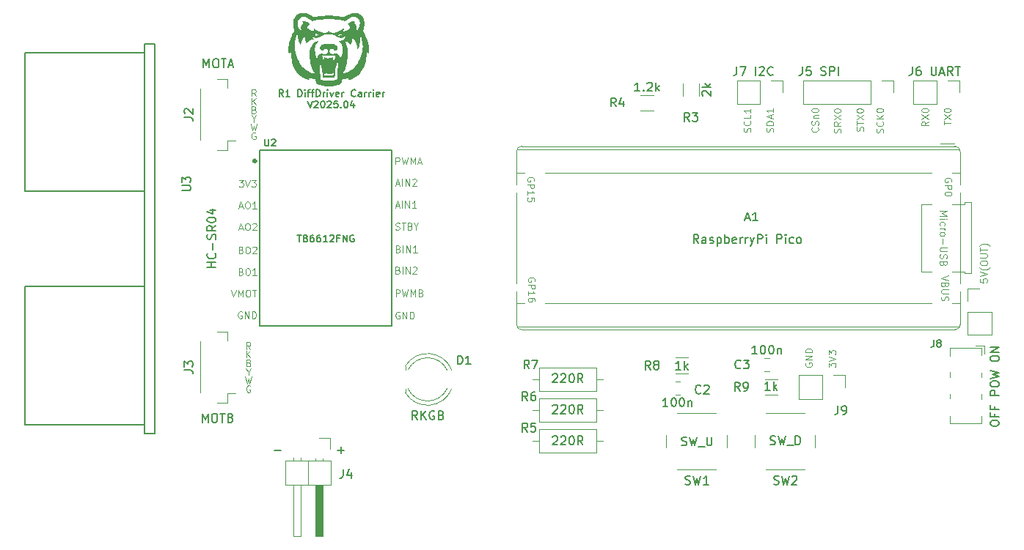
<source format=gbr>
G04 #@! TF.GenerationSoftware,KiCad,Pcbnew,9.0.1-9.0.1-0~ubuntu24.04.1*
G04 #@! TF.CreationDate,2025-04-23T21:02:07-05:00*
G04 #@! TF.ProjectId,cerebellum,63657265-6265-46c6-9c75-6d2e6b696361,rev?*
G04 #@! TF.SameCoordinates,Original*
G04 #@! TF.FileFunction,Legend,Top*
G04 #@! TF.FilePolarity,Positive*
%FSLAX46Y46*%
G04 Gerber Fmt 4.6, Leading zero omitted, Abs format (unit mm)*
G04 Created by KiCad (PCBNEW 9.0.1-9.0.1-0~ubuntu24.04.1) date 2025-04-23 21:02:07*
%MOMM*%
%LPD*%
G01*
G04 APERTURE LIST*
%ADD10C,0.100000*%
%ADD11C,0.150000*%
%ADD12C,0.120000*%
%ADD13C,0.000000*%
%ADD14C,0.127000*%
%ADD15C,0.300000*%
G04 APERTURE END LIST*
D10*
X111165009Y-76175312D02*
X111203104Y-76099122D01*
X111203104Y-76099122D02*
X111203104Y-75984836D01*
X111203104Y-75984836D02*
X111165009Y-75870550D01*
X111165009Y-75870550D02*
X111088819Y-75794360D01*
X111088819Y-75794360D02*
X111012628Y-75756265D01*
X111012628Y-75756265D02*
X110860247Y-75718169D01*
X110860247Y-75718169D02*
X110745961Y-75718169D01*
X110745961Y-75718169D02*
X110593580Y-75756265D01*
X110593580Y-75756265D02*
X110517390Y-75794360D01*
X110517390Y-75794360D02*
X110441200Y-75870550D01*
X110441200Y-75870550D02*
X110403104Y-75984836D01*
X110403104Y-75984836D02*
X110403104Y-76061027D01*
X110403104Y-76061027D02*
X110441200Y-76175312D01*
X110441200Y-76175312D02*
X110479295Y-76213408D01*
X110479295Y-76213408D02*
X110745961Y-76213408D01*
X110745961Y-76213408D02*
X110745961Y-76061027D01*
X110403104Y-76556265D02*
X111203104Y-76556265D01*
X111203104Y-76556265D02*
X111203104Y-76861027D01*
X111203104Y-76861027D02*
X111165009Y-76937217D01*
X111165009Y-76937217D02*
X111126914Y-76975312D01*
X111126914Y-76975312D02*
X111050723Y-77013408D01*
X111050723Y-77013408D02*
X110936438Y-77013408D01*
X110936438Y-77013408D02*
X110860247Y-76975312D01*
X110860247Y-76975312D02*
X110822152Y-76937217D01*
X110822152Y-76937217D02*
X110784057Y-76861027D01*
X110784057Y-76861027D02*
X110784057Y-76556265D01*
X110403104Y-77775312D02*
X110403104Y-77318169D01*
X110403104Y-77546741D02*
X111203104Y-77546741D01*
X111203104Y-77546741D02*
X111088819Y-77470550D01*
X111088819Y-77470550D02*
X111012628Y-77394360D01*
X111012628Y-77394360D02*
X110974533Y-77318169D01*
X111203104Y-78461027D02*
X111203104Y-78308646D01*
X111203104Y-78308646D02*
X111165009Y-78232455D01*
X111165009Y-78232455D02*
X111126914Y-78194360D01*
X111126914Y-78194360D02*
X111012628Y-78118170D01*
X111012628Y-78118170D02*
X110860247Y-78080074D01*
X110860247Y-78080074D02*
X110555485Y-78080074D01*
X110555485Y-78080074D02*
X110479295Y-78118170D01*
X110479295Y-78118170D02*
X110441200Y-78156265D01*
X110441200Y-78156265D02*
X110403104Y-78232455D01*
X110403104Y-78232455D02*
X110403104Y-78384836D01*
X110403104Y-78384836D02*
X110441200Y-78461027D01*
X110441200Y-78461027D02*
X110479295Y-78499122D01*
X110479295Y-78499122D02*
X110555485Y-78537217D01*
X110555485Y-78537217D02*
X110745961Y-78537217D01*
X110745961Y-78537217D02*
X110822152Y-78499122D01*
X110822152Y-78499122D02*
X110860247Y-78461027D01*
X110860247Y-78461027D02*
X110898342Y-78384836D01*
X110898342Y-78384836D02*
X110898342Y-78232455D01*
X110898342Y-78232455D02*
X110860247Y-78156265D01*
X110860247Y-78156265D02*
X110822152Y-78118170D01*
X110822152Y-78118170D02*
X110745961Y-78080074D01*
X95372931Y-74852847D02*
X95487217Y-74890942D01*
X95487217Y-74890942D02*
X95525312Y-74929038D01*
X95525312Y-74929038D02*
X95563408Y-75005228D01*
X95563408Y-75005228D02*
X95563408Y-75119514D01*
X95563408Y-75119514D02*
X95525312Y-75195704D01*
X95525312Y-75195704D02*
X95487217Y-75233800D01*
X95487217Y-75233800D02*
X95411027Y-75271895D01*
X95411027Y-75271895D02*
X95106265Y-75271895D01*
X95106265Y-75271895D02*
X95106265Y-74471895D01*
X95106265Y-74471895D02*
X95372931Y-74471895D01*
X95372931Y-74471895D02*
X95449122Y-74509990D01*
X95449122Y-74509990D02*
X95487217Y-74548085D01*
X95487217Y-74548085D02*
X95525312Y-74624276D01*
X95525312Y-74624276D02*
X95525312Y-74700466D01*
X95525312Y-74700466D02*
X95487217Y-74776657D01*
X95487217Y-74776657D02*
X95449122Y-74814752D01*
X95449122Y-74814752D02*
X95372931Y-74852847D01*
X95372931Y-74852847D02*
X95106265Y-74852847D01*
X95906265Y-75271895D02*
X95906265Y-74471895D01*
X96287217Y-75271895D02*
X96287217Y-74471895D01*
X96287217Y-74471895D02*
X96744360Y-75271895D01*
X96744360Y-75271895D02*
X96744360Y-74471895D01*
X97087216Y-74548085D02*
X97125312Y-74509990D01*
X97125312Y-74509990D02*
X97201502Y-74471895D01*
X97201502Y-74471895D02*
X97391978Y-74471895D01*
X97391978Y-74471895D02*
X97468169Y-74509990D01*
X97468169Y-74509990D02*
X97506264Y-74548085D01*
X97506264Y-74548085D02*
X97544359Y-74624276D01*
X97544359Y-74624276D02*
X97544359Y-74700466D01*
X97544359Y-74700466D02*
X97506264Y-74814752D01*
X97506264Y-74814752D02*
X97049121Y-75271895D01*
X97049121Y-75271895D02*
X97544359Y-75271895D01*
X95550312Y-79734990D02*
X95474122Y-79696895D01*
X95474122Y-79696895D02*
X95359836Y-79696895D01*
X95359836Y-79696895D02*
X95245550Y-79734990D01*
X95245550Y-79734990D02*
X95169360Y-79811180D01*
X95169360Y-79811180D02*
X95131265Y-79887371D01*
X95131265Y-79887371D02*
X95093169Y-80039752D01*
X95093169Y-80039752D02*
X95093169Y-80154038D01*
X95093169Y-80154038D02*
X95131265Y-80306419D01*
X95131265Y-80306419D02*
X95169360Y-80382609D01*
X95169360Y-80382609D02*
X95245550Y-80458800D01*
X95245550Y-80458800D02*
X95359836Y-80496895D01*
X95359836Y-80496895D02*
X95436027Y-80496895D01*
X95436027Y-80496895D02*
X95550312Y-80458800D01*
X95550312Y-80458800D02*
X95588408Y-80420704D01*
X95588408Y-80420704D02*
X95588408Y-80154038D01*
X95588408Y-80154038D02*
X95436027Y-80154038D01*
X95931265Y-80496895D02*
X95931265Y-79696895D01*
X95931265Y-79696895D02*
X96388408Y-80496895D01*
X96388408Y-80496895D02*
X96388408Y-79696895D01*
X96769360Y-80496895D02*
X96769360Y-79696895D01*
X96769360Y-79696895D02*
X96959836Y-79696895D01*
X96959836Y-79696895D02*
X97074122Y-79734990D01*
X97074122Y-79734990D02*
X97150312Y-79811180D01*
X97150312Y-79811180D02*
X97188407Y-79887371D01*
X97188407Y-79887371D02*
X97226503Y-80039752D01*
X97226503Y-80039752D02*
X97226503Y-80154038D01*
X97226503Y-80154038D02*
X97188407Y-80306419D01*
X97188407Y-80306419D02*
X97150312Y-80382609D01*
X97150312Y-80382609D02*
X97074122Y-80458800D01*
X97074122Y-80458800D02*
X96959836Y-80496895D01*
X96959836Y-80496895D02*
X96769360Y-80496895D01*
D11*
X88419048Y-95673866D02*
X89180953Y-95673866D01*
X88800000Y-96054819D02*
X88800000Y-95292914D01*
X138361905Y-95007200D02*
X138504762Y-95054819D01*
X138504762Y-95054819D02*
X138742857Y-95054819D01*
X138742857Y-95054819D02*
X138838095Y-95007200D01*
X138838095Y-95007200D02*
X138885714Y-94959580D01*
X138885714Y-94959580D02*
X138933333Y-94864342D01*
X138933333Y-94864342D02*
X138933333Y-94769104D01*
X138933333Y-94769104D02*
X138885714Y-94673866D01*
X138885714Y-94673866D02*
X138838095Y-94626247D01*
X138838095Y-94626247D02*
X138742857Y-94578628D01*
X138742857Y-94578628D02*
X138552381Y-94531009D01*
X138552381Y-94531009D02*
X138457143Y-94483390D01*
X138457143Y-94483390D02*
X138409524Y-94435771D01*
X138409524Y-94435771D02*
X138361905Y-94340533D01*
X138361905Y-94340533D02*
X138361905Y-94245295D01*
X138361905Y-94245295D02*
X138409524Y-94150057D01*
X138409524Y-94150057D02*
X138457143Y-94102438D01*
X138457143Y-94102438D02*
X138552381Y-94054819D01*
X138552381Y-94054819D02*
X138790476Y-94054819D01*
X138790476Y-94054819D02*
X138933333Y-94102438D01*
X139266667Y-94054819D02*
X139504762Y-95054819D01*
X139504762Y-95054819D02*
X139695238Y-94340533D01*
X139695238Y-94340533D02*
X139885714Y-95054819D01*
X139885714Y-95054819D02*
X140123810Y-94054819D01*
X140266667Y-95150057D02*
X141028571Y-95150057D01*
X141266667Y-95054819D02*
X141266667Y-94054819D01*
X141266667Y-94054819D02*
X141504762Y-94054819D01*
X141504762Y-94054819D02*
X141647619Y-94102438D01*
X141647619Y-94102438D02*
X141742857Y-94197676D01*
X141742857Y-94197676D02*
X141790476Y-94292914D01*
X141790476Y-94292914D02*
X141838095Y-94483390D01*
X141838095Y-94483390D02*
X141838095Y-94626247D01*
X141838095Y-94626247D02*
X141790476Y-94816723D01*
X141790476Y-94816723D02*
X141742857Y-94911961D01*
X141742857Y-94911961D02*
X141647619Y-95007200D01*
X141647619Y-95007200D02*
X141504762Y-95054819D01*
X141504762Y-95054819D02*
X141266667Y-95054819D01*
D10*
X78513408Y-55746895D02*
X78513408Y-54946895D01*
X78970551Y-55746895D02*
X78627693Y-55289752D01*
X78970551Y-54946895D02*
X78513408Y-55404038D01*
X78970551Y-54746895D02*
X78703884Y-54365942D01*
X78513408Y-54746895D02*
X78513408Y-53946895D01*
X78513408Y-53946895D02*
X78818170Y-53946895D01*
X78818170Y-53946895D02*
X78894360Y-53984990D01*
X78894360Y-53984990D02*
X78932455Y-54023085D01*
X78932455Y-54023085D02*
X78970551Y-54099276D01*
X78970551Y-54099276D02*
X78970551Y-54213561D01*
X78970551Y-54213561D02*
X78932455Y-54289752D01*
X78932455Y-54289752D02*
X78894360Y-54327847D01*
X78894360Y-54327847D02*
X78818170Y-54365942D01*
X78818170Y-54365942D02*
X78513408Y-54365942D01*
X95106265Y-62646895D02*
X95106265Y-61846895D01*
X95106265Y-61846895D02*
X95411027Y-61846895D01*
X95411027Y-61846895D02*
X95487217Y-61884990D01*
X95487217Y-61884990D02*
X95525312Y-61923085D01*
X95525312Y-61923085D02*
X95563408Y-61999276D01*
X95563408Y-61999276D02*
X95563408Y-62113561D01*
X95563408Y-62113561D02*
X95525312Y-62189752D01*
X95525312Y-62189752D02*
X95487217Y-62227847D01*
X95487217Y-62227847D02*
X95411027Y-62265942D01*
X95411027Y-62265942D02*
X95106265Y-62265942D01*
X95830074Y-61846895D02*
X96020550Y-62646895D01*
X96020550Y-62646895D02*
X96172931Y-62075466D01*
X96172931Y-62075466D02*
X96325312Y-62646895D01*
X96325312Y-62646895D02*
X96515789Y-61846895D01*
X96820551Y-62646895D02*
X96820551Y-61846895D01*
X96820551Y-61846895D02*
X97087217Y-62418323D01*
X97087217Y-62418323D02*
X97353884Y-61846895D01*
X97353884Y-61846895D02*
X97353884Y-62646895D01*
X97696741Y-62418323D02*
X98077694Y-62418323D01*
X97620551Y-62646895D02*
X97887218Y-61846895D01*
X97887218Y-61846895D02*
X98153884Y-62646895D01*
X77068169Y-67518323D02*
X77449122Y-67518323D01*
X76991979Y-67746895D02*
X77258646Y-66946895D01*
X77258646Y-66946895D02*
X77525312Y-67746895D01*
X77944360Y-66946895D02*
X78096741Y-66946895D01*
X78096741Y-66946895D02*
X78172931Y-66984990D01*
X78172931Y-66984990D02*
X78249122Y-67061180D01*
X78249122Y-67061180D02*
X78287217Y-67213561D01*
X78287217Y-67213561D02*
X78287217Y-67480228D01*
X78287217Y-67480228D02*
X78249122Y-67632609D01*
X78249122Y-67632609D02*
X78172931Y-67708800D01*
X78172931Y-67708800D02*
X78096741Y-67746895D01*
X78096741Y-67746895D02*
X77944360Y-67746895D01*
X77944360Y-67746895D02*
X77868169Y-67708800D01*
X77868169Y-67708800D02*
X77791979Y-67632609D01*
X77791979Y-67632609D02*
X77753883Y-67480228D01*
X77753883Y-67480228D02*
X77753883Y-67213561D01*
X77753883Y-67213561D02*
X77791979Y-67061180D01*
X77791979Y-67061180D02*
X77868169Y-66984990D01*
X77868169Y-66984990D02*
X77944360Y-66946895D01*
X79049121Y-67746895D02*
X78591978Y-67746895D01*
X78820550Y-67746895D02*
X78820550Y-66946895D01*
X78820550Y-66946895D02*
X78744359Y-67061180D01*
X78744359Y-67061180D02*
X78668169Y-67137371D01*
X78668169Y-67137371D02*
X78591978Y-67175466D01*
X95422931Y-72402847D02*
X95537217Y-72440942D01*
X95537217Y-72440942D02*
X95575312Y-72479038D01*
X95575312Y-72479038D02*
X95613408Y-72555228D01*
X95613408Y-72555228D02*
X95613408Y-72669514D01*
X95613408Y-72669514D02*
X95575312Y-72745704D01*
X95575312Y-72745704D02*
X95537217Y-72783800D01*
X95537217Y-72783800D02*
X95461027Y-72821895D01*
X95461027Y-72821895D02*
X95156265Y-72821895D01*
X95156265Y-72821895D02*
X95156265Y-72021895D01*
X95156265Y-72021895D02*
X95422931Y-72021895D01*
X95422931Y-72021895D02*
X95499122Y-72059990D01*
X95499122Y-72059990D02*
X95537217Y-72098085D01*
X95537217Y-72098085D02*
X95575312Y-72174276D01*
X95575312Y-72174276D02*
X95575312Y-72250466D01*
X95575312Y-72250466D02*
X95537217Y-72326657D01*
X95537217Y-72326657D02*
X95499122Y-72364752D01*
X95499122Y-72364752D02*
X95422931Y-72402847D01*
X95422931Y-72402847D02*
X95156265Y-72402847D01*
X95956265Y-72821895D02*
X95956265Y-72021895D01*
X96337217Y-72821895D02*
X96337217Y-72021895D01*
X96337217Y-72021895D02*
X96794360Y-72821895D01*
X96794360Y-72821895D02*
X96794360Y-72021895D01*
X97594359Y-72821895D02*
X97137216Y-72821895D01*
X97365788Y-72821895D02*
X97365788Y-72021895D01*
X97365788Y-72021895D02*
X97289597Y-72136180D01*
X97289597Y-72136180D02*
X97213407Y-72212371D01*
X97213407Y-72212371D02*
X97137216Y-72250466D01*
X111065009Y-64575312D02*
X111103104Y-64499122D01*
X111103104Y-64499122D02*
X111103104Y-64384836D01*
X111103104Y-64384836D02*
X111065009Y-64270550D01*
X111065009Y-64270550D02*
X110988819Y-64194360D01*
X110988819Y-64194360D02*
X110912628Y-64156265D01*
X110912628Y-64156265D02*
X110760247Y-64118169D01*
X110760247Y-64118169D02*
X110645961Y-64118169D01*
X110645961Y-64118169D02*
X110493580Y-64156265D01*
X110493580Y-64156265D02*
X110417390Y-64194360D01*
X110417390Y-64194360D02*
X110341200Y-64270550D01*
X110341200Y-64270550D02*
X110303104Y-64384836D01*
X110303104Y-64384836D02*
X110303104Y-64461027D01*
X110303104Y-64461027D02*
X110341200Y-64575312D01*
X110341200Y-64575312D02*
X110379295Y-64613408D01*
X110379295Y-64613408D02*
X110645961Y-64613408D01*
X110645961Y-64613408D02*
X110645961Y-64461027D01*
X110303104Y-64956265D02*
X111103104Y-64956265D01*
X111103104Y-64956265D02*
X111103104Y-65261027D01*
X111103104Y-65261027D02*
X111065009Y-65337217D01*
X111065009Y-65337217D02*
X111026914Y-65375312D01*
X111026914Y-65375312D02*
X110950723Y-65413408D01*
X110950723Y-65413408D02*
X110836438Y-65413408D01*
X110836438Y-65413408D02*
X110760247Y-65375312D01*
X110760247Y-65375312D02*
X110722152Y-65337217D01*
X110722152Y-65337217D02*
X110684057Y-65261027D01*
X110684057Y-65261027D02*
X110684057Y-64956265D01*
X110303104Y-66175312D02*
X110303104Y-65718169D01*
X110303104Y-65946741D02*
X111103104Y-65946741D01*
X111103104Y-65946741D02*
X110988819Y-65870550D01*
X110988819Y-65870550D02*
X110912628Y-65794360D01*
X110912628Y-65794360D02*
X110874533Y-65718169D01*
X111103104Y-66899122D02*
X111103104Y-66518170D01*
X111103104Y-66518170D02*
X110722152Y-66480074D01*
X110722152Y-66480074D02*
X110760247Y-66518170D01*
X110760247Y-66518170D02*
X110798342Y-66594360D01*
X110798342Y-66594360D02*
X110798342Y-66784836D01*
X110798342Y-66784836D02*
X110760247Y-66861027D01*
X110760247Y-66861027D02*
X110722152Y-66899122D01*
X110722152Y-66899122D02*
X110645961Y-66937217D01*
X110645961Y-66937217D02*
X110455485Y-66937217D01*
X110455485Y-66937217D02*
X110379295Y-66899122D01*
X110379295Y-66899122D02*
X110341200Y-66861027D01*
X110341200Y-66861027D02*
X110303104Y-66784836D01*
X110303104Y-66784836D02*
X110303104Y-66594360D01*
X110303104Y-66594360D02*
X110341200Y-66518170D01*
X110341200Y-66518170D02*
X110379295Y-66480074D01*
X77068169Y-70018323D02*
X77449122Y-70018323D01*
X76991979Y-70246895D02*
X77258646Y-69446895D01*
X77258646Y-69446895D02*
X77525312Y-70246895D01*
X77944360Y-69446895D02*
X78096741Y-69446895D01*
X78096741Y-69446895D02*
X78172931Y-69484990D01*
X78172931Y-69484990D02*
X78249122Y-69561180D01*
X78249122Y-69561180D02*
X78287217Y-69713561D01*
X78287217Y-69713561D02*
X78287217Y-69980228D01*
X78287217Y-69980228D02*
X78249122Y-70132609D01*
X78249122Y-70132609D02*
X78172931Y-70208800D01*
X78172931Y-70208800D02*
X78096741Y-70246895D01*
X78096741Y-70246895D02*
X77944360Y-70246895D01*
X77944360Y-70246895D02*
X77868169Y-70208800D01*
X77868169Y-70208800D02*
X77791979Y-70132609D01*
X77791979Y-70132609D02*
X77753883Y-69980228D01*
X77753883Y-69980228D02*
X77753883Y-69713561D01*
X77753883Y-69713561D02*
X77791979Y-69561180D01*
X77791979Y-69561180D02*
X77868169Y-69484990D01*
X77868169Y-69484990D02*
X77944360Y-69446895D01*
X78591978Y-69523085D02*
X78630074Y-69484990D01*
X78630074Y-69484990D02*
X78706264Y-69446895D01*
X78706264Y-69446895D02*
X78896740Y-69446895D01*
X78896740Y-69446895D02*
X78972931Y-69484990D01*
X78972931Y-69484990D02*
X79011026Y-69523085D01*
X79011026Y-69523085D02*
X79049121Y-69599276D01*
X79049121Y-69599276D02*
X79049121Y-69675466D01*
X79049121Y-69675466D02*
X79011026Y-69789752D01*
X79011026Y-69789752D02*
X78553883Y-70246895D01*
X78553883Y-70246895D02*
X79049121Y-70246895D01*
X95131265Y-77896895D02*
X95131265Y-77096895D01*
X95131265Y-77096895D02*
X95436027Y-77096895D01*
X95436027Y-77096895D02*
X95512217Y-77134990D01*
X95512217Y-77134990D02*
X95550312Y-77173085D01*
X95550312Y-77173085D02*
X95588408Y-77249276D01*
X95588408Y-77249276D02*
X95588408Y-77363561D01*
X95588408Y-77363561D02*
X95550312Y-77439752D01*
X95550312Y-77439752D02*
X95512217Y-77477847D01*
X95512217Y-77477847D02*
X95436027Y-77515942D01*
X95436027Y-77515942D02*
X95131265Y-77515942D01*
X95855074Y-77096895D02*
X96045550Y-77896895D01*
X96045550Y-77896895D02*
X96197931Y-77325466D01*
X96197931Y-77325466D02*
X96350312Y-77896895D01*
X96350312Y-77896895D02*
X96540789Y-77096895D01*
X96845551Y-77896895D02*
X96845551Y-77096895D01*
X96845551Y-77096895D02*
X97112217Y-77668323D01*
X97112217Y-77668323D02*
X97378884Y-77096895D01*
X97378884Y-77096895D02*
X97378884Y-77896895D01*
X98026503Y-77477847D02*
X98140789Y-77515942D01*
X98140789Y-77515942D02*
X98178884Y-77554038D01*
X98178884Y-77554038D02*
X98216980Y-77630228D01*
X98216980Y-77630228D02*
X98216980Y-77744514D01*
X98216980Y-77744514D02*
X98178884Y-77820704D01*
X98178884Y-77820704D02*
X98140789Y-77858800D01*
X98140789Y-77858800D02*
X98064599Y-77896895D01*
X98064599Y-77896895D02*
X97759837Y-77896895D01*
X97759837Y-77896895D02*
X97759837Y-77096895D01*
X97759837Y-77096895D02*
X98026503Y-77096895D01*
X98026503Y-77096895D02*
X98102694Y-77134990D01*
X98102694Y-77134990D02*
X98140789Y-77173085D01*
X98140789Y-77173085D02*
X98178884Y-77249276D01*
X98178884Y-77249276D02*
X98178884Y-77325466D01*
X98178884Y-77325466D02*
X98140789Y-77401657D01*
X98140789Y-77401657D02*
X98102694Y-77439752D01*
X98102694Y-77439752D02*
X98026503Y-77477847D01*
X98026503Y-77477847D02*
X97759837Y-77477847D01*
X146458800Y-58981830D02*
X146496895Y-58867544D01*
X146496895Y-58867544D02*
X146496895Y-58677068D01*
X146496895Y-58677068D02*
X146458800Y-58600877D01*
X146458800Y-58600877D02*
X146420704Y-58562782D01*
X146420704Y-58562782D02*
X146344514Y-58524687D01*
X146344514Y-58524687D02*
X146268323Y-58524687D01*
X146268323Y-58524687D02*
X146192133Y-58562782D01*
X146192133Y-58562782D02*
X146154038Y-58600877D01*
X146154038Y-58600877D02*
X146115942Y-58677068D01*
X146115942Y-58677068D02*
X146077847Y-58829449D01*
X146077847Y-58829449D02*
X146039752Y-58905639D01*
X146039752Y-58905639D02*
X146001657Y-58943734D01*
X146001657Y-58943734D02*
X145925466Y-58981830D01*
X145925466Y-58981830D02*
X145849276Y-58981830D01*
X145849276Y-58981830D02*
X145773085Y-58943734D01*
X145773085Y-58943734D02*
X145734990Y-58905639D01*
X145734990Y-58905639D02*
X145696895Y-58829449D01*
X145696895Y-58829449D02*
X145696895Y-58638972D01*
X145696895Y-58638972D02*
X145734990Y-58524687D01*
X146496895Y-57724686D02*
X146115942Y-57991353D01*
X146496895Y-58181829D02*
X145696895Y-58181829D01*
X145696895Y-58181829D02*
X145696895Y-57877067D01*
X145696895Y-57877067D02*
X145734990Y-57800877D01*
X145734990Y-57800877D02*
X145773085Y-57762782D01*
X145773085Y-57762782D02*
X145849276Y-57724686D01*
X145849276Y-57724686D02*
X145963561Y-57724686D01*
X145963561Y-57724686D02*
X146039752Y-57762782D01*
X146039752Y-57762782D02*
X146077847Y-57800877D01*
X146077847Y-57800877D02*
X146115942Y-57877067D01*
X146115942Y-57877067D02*
X146115942Y-58181829D01*
X145696895Y-57458020D02*
X146496895Y-56924686D01*
X145696895Y-56924686D02*
X146496895Y-57458020D01*
X145696895Y-56467543D02*
X145696895Y-56391353D01*
X145696895Y-56391353D02*
X145734990Y-56315162D01*
X145734990Y-56315162D02*
X145773085Y-56277067D01*
X145773085Y-56277067D02*
X145849276Y-56238972D01*
X145849276Y-56238972D02*
X146001657Y-56200877D01*
X146001657Y-56200877D02*
X146192133Y-56200877D01*
X146192133Y-56200877D02*
X146344514Y-56238972D01*
X146344514Y-56238972D02*
X146420704Y-56277067D01*
X146420704Y-56277067D02*
X146458800Y-56315162D01*
X146458800Y-56315162D02*
X146496895Y-56391353D01*
X146496895Y-56391353D02*
X146496895Y-56467543D01*
X146496895Y-56467543D02*
X146458800Y-56543734D01*
X146458800Y-56543734D02*
X146420704Y-56581829D01*
X146420704Y-56581829D02*
X146344514Y-56619924D01*
X146344514Y-56619924D02*
X146192133Y-56658020D01*
X146192133Y-56658020D02*
X146001657Y-56658020D01*
X146001657Y-56658020D02*
X145849276Y-56619924D01*
X145849276Y-56619924D02*
X145773085Y-56581829D01*
X145773085Y-56581829D02*
X145734990Y-56543734D01*
X145734990Y-56543734D02*
X145696895Y-56467543D01*
D11*
X83774874Y-70794295D02*
X84232017Y-70794295D01*
X84003445Y-71594295D02*
X84003445Y-70794295D01*
X84765350Y-71175247D02*
X84879636Y-71213342D01*
X84879636Y-71213342D02*
X84917731Y-71251438D01*
X84917731Y-71251438D02*
X84955827Y-71327628D01*
X84955827Y-71327628D02*
X84955827Y-71441914D01*
X84955827Y-71441914D02*
X84917731Y-71518104D01*
X84917731Y-71518104D02*
X84879636Y-71556200D01*
X84879636Y-71556200D02*
X84803446Y-71594295D01*
X84803446Y-71594295D02*
X84498684Y-71594295D01*
X84498684Y-71594295D02*
X84498684Y-70794295D01*
X84498684Y-70794295D02*
X84765350Y-70794295D01*
X84765350Y-70794295D02*
X84841541Y-70832390D01*
X84841541Y-70832390D02*
X84879636Y-70870485D01*
X84879636Y-70870485D02*
X84917731Y-70946676D01*
X84917731Y-70946676D02*
X84917731Y-71022866D01*
X84917731Y-71022866D02*
X84879636Y-71099057D01*
X84879636Y-71099057D02*
X84841541Y-71137152D01*
X84841541Y-71137152D02*
X84765350Y-71175247D01*
X84765350Y-71175247D02*
X84498684Y-71175247D01*
X85641541Y-70794295D02*
X85489160Y-70794295D01*
X85489160Y-70794295D02*
X85412969Y-70832390D01*
X85412969Y-70832390D02*
X85374874Y-70870485D01*
X85374874Y-70870485D02*
X85298684Y-70984771D01*
X85298684Y-70984771D02*
X85260588Y-71137152D01*
X85260588Y-71137152D02*
X85260588Y-71441914D01*
X85260588Y-71441914D02*
X85298684Y-71518104D01*
X85298684Y-71518104D02*
X85336779Y-71556200D01*
X85336779Y-71556200D02*
X85412969Y-71594295D01*
X85412969Y-71594295D02*
X85565350Y-71594295D01*
X85565350Y-71594295D02*
X85641541Y-71556200D01*
X85641541Y-71556200D02*
X85679636Y-71518104D01*
X85679636Y-71518104D02*
X85717731Y-71441914D01*
X85717731Y-71441914D02*
X85717731Y-71251438D01*
X85717731Y-71251438D02*
X85679636Y-71175247D01*
X85679636Y-71175247D02*
X85641541Y-71137152D01*
X85641541Y-71137152D02*
X85565350Y-71099057D01*
X85565350Y-71099057D02*
X85412969Y-71099057D01*
X85412969Y-71099057D02*
X85336779Y-71137152D01*
X85336779Y-71137152D02*
X85298684Y-71175247D01*
X85298684Y-71175247D02*
X85260588Y-71251438D01*
X86403446Y-70794295D02*
X86251065Y-70794295D01*
X86251065Y-70794295D02*
X86174874Y-70832390D01*
X86174874Y-70832390D02*
X86136779Y-70870485D01*
X86136779Y-70870485D02*
X86060589Y-70984771D01*
X86060589Y-70984771D02*
X86022493Y-71137152D01*
X86022493Y-71137152D02*
X86022493Y-71441914D01*
X86022493Y-71441914D02*
X86060589Y-71518104D01*
X86060589Y-71518104D02*
X86098684Y-71556200D01*
X86098684Y-71556200D02*
X86174874Y-71594295D01*
X86174874Y-71594295D02*
X86327255Y-71594295D01*
X86327255Y-71594295D02*
X86403446Y-71556200D01*
X86403446Y-71556200D02*
X86441541Y-71518104D01*
X86441541Y-71518104D02*
X86479636Y-71441914D01*
X86479636Y-71441914D02*
X86479636Y-71251438D01*
X86479636Y-71251438D02*
X86441541Y-71175247D01*
X86441541Y-71175247D02*
X86403446Y-71137152D01*
X86403446Y-71137152D02*
X86327255Y-71099057D01*
X86327255Y-71099057D02*
X86174874Y-71099057D01*
X86174874Y-71099057D02*
X86098684Y-71137152D01*
X86098684Y-71137152D02*
X86060589Y-71175247D01*
X86060589Y-71175247D02*
X86022493Y-71251438D01*
X87241541Y-71594295D02*
X86784398Y-71594295D01*
X87012970Y-71594295D02*
X87012970Y-70794295D01*
X87012970Y-70794295D02*
X86936779Y-70908580D01*
X86936779Y-70908580D02*
X86860589Y-70984771D01*
X86860589Y-70984771D02*
X86784398Y-71022866D01*
X87546303Y-70870485D02*
X87584399Y-70832390D01*
X87584399Y-70832390D02*
X87660589Y-70794295D01*
X87660589Y-70794295D02*
X87851065Y-70794295D01*
X87851065Y-70794295D02*
X87927256Y-70832390D01*
X87927256Y-70832390D02*
X87965351Y-70870485D01*
X87965351Y-70870485D02*
X88003446Y-70946676D01*
X88003446Y-70946676D02*
X88003446Y-71022866D01*
X88003446Y-71022866D02*
X87965351Y-71137152D01*
X87965351Y-71137152D02*
X87508208Y-71594295D01*
X87508208Y-71594295D02*
X88003446Y-71594295D01*
X88612970Y-71175247D02*
X88346304Y-71175247D01*
X88346304Y-71594295D02*
X88346304Y-70794295D01*
X88346304Y-70794295D02*
X88727256Y-70794295D01*
X89032018Y-71594295D02*
X89032018Y-70794295D01*
X89032018Y-70794295D02*
X89489161Y-71594295D01*
X89489161Y-71594295D02*
X89489161Y-70794295D01*
X90289160Y-70832390D02*
X90212970Y-70794295D01*
X90212970Y-70794295D02*
X90098684Y-70794295D01*
X90098684Y-70794295D02*
X89984398Y-70832390D01*
X89984398Y-70832390D02*
X89908208Y-70908580D01*
X89908208Y-70908580D02*
X89870113Y-70984771D01*
X89870113Y-70984771D02*
X89832017Y-71137152D01*
X89832017Y-71137152D02*
X89832017Y-71251438D01*
X89832017Y-71251438D02*
X89870113Y-71403819D01*
X89870113Y-71403819D02*
X89908208Y-71480009D01*
X89908208Y-71480009D02*
X89984398Y-71556200D01*
X89984398Y-71556200D02*
X90098684Y-71594295D01*
X90098684Y-71594295D02*
X90174875Y-71594295D01*
X90174875Y-71594295D02*
X90289160Y-71556200D01*
X90289160Y-71556200D02*
X90327256Y-71518104D01*
X90327256Y-71518104D02*
X90327256Y-71251438D01*
X90327256Y-71251438D02*
X90174875Y-71251438D01*
D10*
X159258609Y-64675312D02*
X159296704Y-64599122D01*
X159296704Y-64599122D02*
X159296704Y-64484836D01*
X159296704Y-64484836D02*
X159258609Y-64370550D01*
X159258609Y-64370550D02*
X159182419Y-64294360D01*
X159182419Y-64294360D02*
X159106228Y-64256265D01*
X159106228Y-64256265D02*
X158953847Y-64218169D01*
X158953847Y-64218169D02*
X158839561Y-64218169D01*
X158839561Y-64218169D02*
X158687180Y-64256265D01*
X158687180Y-64256265D02*
X158610990Y-64294360D01*
X158610990Y-64294360D02*
X158534800Y-64370550D01*
X158534800Y-64370550D02*
X158496704Y-64484836D01*
X158496704Y-64484836D02*
X158496704Y-64561027D01*
X158496704Y-64561027D02*
X158534800Y-64675312D01*
X158534800Y-64675312D02*
X158572895Y-64713408D01*
X158572895Y-64713408D02*
X158839561Y-64713408D01*
X158839561Y-64713408D02*
X158839561Y-64561027D01*
X158496704Y-65056265D02*
X159296704Y-65056265D01*
X159296704Y-65056265D02*
X159296704Y-65361027D01*
X159296704Y-65361027D02*
X159258609Y-65437217D01*
X159258609Y-65437217D02*
X159220514Y-65475312D01*
X159220514Y-65475312D02*
X159144323Y-65513408D01*
X159144323Y-65513408D02*
X159030038Y-65513408D01*
X159030038Y-65513408D02*
X158953847Y-65475312D01*
X158953847Y-65475312D02*
X158915752Y-65437217D01*
X158915752Y-65437217D02*
X158877657Y-65361027D01*
X158877657Y-65361027D02*
X158877657Y-65056265D01*
X159296704Y-66008646D02*
X159296704Y-66084836D01*
X159296704Y-66084836D02*
X159258609Y-66161027D01*
X159258609Y-66161027D02*
X159220514Y-66199122D01*
X159220514Y-66199122D02*
X159144323Y-66237217D01*
X159144323Y-66237217D02*
X158991942Y-66275312D01*
X158991942Y-66275312D02*
X158801466Y-66275312D01*
X158801466Y-66275312D02*
X158649085Y-66237217D01*
X158649085Y-66237217D02*
X158572895Y-66199122D01*
X158572895Y-66199122D02*
X158534800Y-66161027D01*
X158534800Y-66161027D02*
X158496704Y-66084836D01*
X158496704Y-66084836D02*
X158496704Y-66008646D01*
X158496704Y-66008646D02*
X158534800Y-65932455D01*
X158534800Y-65932455D02*
X158572895Y-65894360D01*
X158572895Y-65894360D02*
X158649085Y-65856265D01*
X158649085Y-65856265D02*
X158801466Y-65818169D01*
X158801466Y-65818169D02*
X158991942Y-65818169D01*
X158991942Y-65818169D02*
X159144323Y-65856265D01*
X159144323Y-65856265D02*
X159220514Y-65894360D01*
X159220514Y-65894360D02*
X159258609Y-65932455D01*
X159258609Y-65932455D02*
X159296704Y-66008646D01*
X77350312Y-79684990D02*
X77274122Y-79646895D01*
X77274122Y-79646895D02*
X77159836Y-79646895D01*
X77159836Y-79646895D02*
X77045550Y-79684990D01*
X77045550Y-79684990D02*
X76969360Y-79761180D01*
X76969360Y-79761180D02*
X76931265Y-79837371D01*
X76931265Y-79837371D02*
X76893169Y-79989752D01*
X76893169Y-79989752D02*
X76893169Y-80104038D01*
X76893169Y-80104038D02*
X76931265Y-80256419D01*
X76931265Y-80256419D02*
X76969360Y-80332609D01*
X76969360Y-80332609D02*
X77045550Y-80408800D01*
X77045550Y-80408800D02*
X77159836Y-80446895D01*
X77159836Y-80446895D02*
X77236027Y-80446895D01*
X77236027Y-80446895D02*
X77350312Y-80408800D01*
X77350312Y-80408800D02*
X77388408Y-80370704D01*
X77388408Y-80370704D02*
X77388408Y-80104038D01*
X77388408Y-80104038D02*
X77236027Y-80104038D01*
X77731265Y-80446895D02*
X77731265Y-79646895D01*
X77731265Y-79646895D02*
X78188408Y-80446895D01*
X78188408Y-80446895D02*
X78188408Y-79646895D01*
X78569360Y-80446895D02*
X78569360Y-79646895D01*
X78569360Y-79646895D02*
X78759836Y-79646895D01*
X78759836Y-79646895D02*
X78874122Y-79684990D01*
X78874122Y-79684990D02*
X78950312Y-79761180D01*
X78950312Y-79761180D02*
X78988407Y-79837371D01*
X78988407Y-79837371D02*
X79026503Y-79989752D01*
X79026503Y-79989752D02*
X79026503Y-80104038D01*
X79026503Y-80104038D02*
X78988407Y-80256419D01*
X78988407Y-80256419D02*
X78950312Y-80332609D01*
X78950312Y-80332609D02*
X78874122Y-80408800D01*
X78874122Y-80408800D02*
X78759836Y-80446895D01*
X78759836Y-80446895D02*
X78569360Y-80446895D01*
D11*
X128138095Y-95107200D02*
X128280952Y-95154819D01*
X128280952Y-95154819D02*
X128519047Y-95154819D01*
X128519047Y-95154819D02*
X128614285Y-95107200D01*
X128614285Y-95107200D02*
X128661904Y-95059580D01*
X128661904Y-95059580D02*
X128709523Y-94964342D01*
X128709523Y-94964342D02*
X128709523Y-94869104D01*
X128709523Y-94869104D02*
X128661904Y-94773866D01*
X128661904Y-94773866D02*
X128614285Y-94726247D01*
X128614285Y-94726247D02*
X128519047Y-94678628D01*
X128519047Y-94678628D02*
X128328571Y-94631009D01*
X128328571Y-94631009D02*
X128233333Y-94583390D01*
X128233333Y-94583390D02*
X128185714Y-94535771D01*
X128185714Y-94535771D02*
X128138095Y-94440533D01*
X128138095Y-94440533D02*
X128138095Y-94345295D01*
X128138095Y-94345295D02*
X128185714Y-94250057D01*
X128185714Y-94250057D02*
X128233333Y-94202438D01*
X128233333Y-94202438D02*
X128328571Y-94154819D01*
X128328571Y-94154819D02*
X128566666Y-94154819D01*
X128566666Y-94154819D02*
X128709523Y-94202438D01*
X129042857Y-94154819D02*
X129280952Y-95154819D01*
X129280952Y-95154819D02*
X129471428Y-94440533D01*
X129471428Y-94440533D02*
X129661904Y-95154819D01*
X129661904Y-95154819D02*
X129900000Y-94154819D01*
X130042857Y-95250057D02*
X130804761Y-95250057D01*
X131042857Y-94154819D02*
X131042857Y-94964342D01*
X131042857Y-94964342D02*
X131090476Y-95059580D01*
X131090476Y-95059580D02*
X131138095Y-95107200D01*
X131138095Y-95107200D02*
X131233333Y-95154819D01*
X131233333Y-95154819D02*
X131423809Y-95154819D01*
X131423809Y-95154819D02*
X131519047Y-95107200D01*
X131519047Y-95107200D02*
X131566666Y-95059580D01*
X131566666Y-95059580D02*
X131614285Y-94964342D01*
X131614285Y-94964342D02*
X131614285Y-94154819D01*
D10*
X77272931Y-75027847D02*
X77387217Y-75065942D01*
X77387217Y-75065942D02*
X77425312Y-75104038D01*
X77425312Y-75104038D02*
X77463408Y-75180228D01*
X77463408Y-75180228D02*
X77463408Y-75294514D01*
X77463408Y-75294514D02*
X77425312Y-75370704D01*
X77425312Y-75370704D02*
X77387217Y-75408800D01*
X77387217Y-75408800D02*
X77311027Y-75446895D01*
X77311027Y-75446895D02*
X77006265Y-75446895D01*
X77006265Y-75446895D02*
X77006265Y-74646895D01*
X77006265Y-74646895D02*
X77272931Y-74646895D01*
X77272931Y-74646895D02*
X77349122Y-74684990D01*
X77349122Y-74684990D02*
X77387217Y-74723085D01*
X77387217Y-74723085D02*
X77425312Y-74799276D01*
X77425312Y-74799276D02*
X77425312Y-74875466D01*
X77425312Y-74875466D02*
X77387217Y-74951657D01*
X77387217Y-74951657D02*
X77349122Y-74989752D01*
X77349122Y-74989752D02*
X77272931Y-75027847D01*
X77272931Y-75027847D02*
X77006265Y-75027847D01*
X77958646Y-74646895D02*
X78111027Y-74646895D01*
X78111027Y-74646895D02*
X78187217Y-74684990D01*
X78187217Y-74684990D02*
X78263408Y-74761180D01*
X78263408Y-74761180D02*
X78301503Y-74913561D01*
X78301503Y-74913561D02*
X78301503Y-75180228D01*
X78301503Y-75180228D02*
X78263408Y-75332609D01*
X78263408Y-75332609D02*
X78187217Y-75408800D01*
X78187217Y-75408800D02*
X78111027Y-75446895D01*
X78111027Y-75446895D02*
X77958646Y-75446895D01*
X77958646Y-75446895D02*
X77882455Y-75408800D01*
X77882455Y-75408800D02*
X77806265Y-75332609D01*
X77806265Y-75332609D02*
X77768169Y-75180228D01*
X77768169Y-75180228D02*
X77768169Y-74913561D01*
X77768169Y-74913561D02*
X77806265Y-74761180D01*
X77806265Y-74761180D02*
X77882455Y-74684990D01*
X77882455Y-74684990D02*
X77958646Y-74646895D01*
X79063407Y-75446895D02*
X78606264Y-75446895D01*
X78834836Y-75446895D02*
X78834836Y-74646895D01*
X78834836Y-74646895D02*
X78758645Y-74761180D01*
X78758645Y-74761180D02*
X78682455Y-74837371D01*
X78682455Y-74837371D02*
X78606264Y-74875466D01*
D11*
X82138096Y-54806340D02*
X81871429Y-54425387D01*
X81680953Y-54806340D02*
X81680953Y-54006340D01*
X81680953Y-54006340D02*
X81985715Y-54006340D01*
X81985715Y-54006340D02*
X82061905Y-54044435D01*
X82061905Y-54044435D02*
X82100000Y-54082530D01*
X82100000Y-54082530D02*
X82138096Y-54158721D01*
X82138096Y-54158721D02*
X82138096Y-54273006D01*
X82138096Y-54273006D02*
X82100000Y-54349197D01*
X82100000Y-54349197D02*
X82061905Y-54387292D01*
X82061905Y-54387292D02*
X81985715Y-54425387D01*
X81985715Y-54425387D02*
X81680953Y-54425387D01*
X82900000Y-54806340D02*
X82442857Y-54806340D01*
X82671429Y-54806340D02*
X82671429Y-54006340D01*
X82671429Y-54006340D02*
X82595238Y-54120625D01*
X82595238Y-54120625D02*
X82519048Y-54196816D01*
X82519048Y-54196816D02*
X82442857Y-54234911D01*
X83852382Y-54806340D02*
X83852382Y-54006340D01*
X83852382Y-54006340D02*
X84042858Y-54006340D01*
X84042858Y-54006340D02*
X84157144Y-54044435D01*
X84157144Y-54044435D02*
X84233334Y-54120625D01*
X84233334Y-54120625D02*
X84271429Y-54196816D01*
X84271429Y-54196816D02*
X84309525Y-54349197D01*
X84309525Y-54349197D02*
X84309525Y-54463483D01*
X84309525Y-54463483D02*
X84271429Y-54615864D01*
X84271429Y-54615864D02*
X84233334Y-54692054D01*
X84233334Y-54692054D02*
X84157144Y-54768245D01*
X84157144Y-54768245D02*
X84042858Y-54806340D01*
X84042858Y-54806340D02*
X83852382Y-54806340D01*
X84652382Y-54806340D02*
X84652382Y-54273006D01*
X84652382Y-54006340D02*
X84614286Y-54044435D01*
X84614286Y-54044435D02*
X84652382Y-54082530D01*
X84652382Y-54082530D02*
X84690477Y-54044435D01*
X84690477Y-54044435D02*
X84652382Y-54006340D01*
X84652382Y-54006340D02*
X84652382Y-54082530D01*
X84919048Y-54273006D02*
X85223810Y-54273006D01*
X85033334Y-54806340D02*
X85033334Y-54120625D01*
X85033334Y-54120625D02*
X85071429Y-54044435D01*
X85071429Y-54044435D02*
X85147619Y-54006340D01*
X85147619Y-54006340D02*
X85223810Y-54006340D01*
X85376191Y-54273006D02*
X85680953Y-54273006D01*
X85490477Y-54806340D02*
X85490477Y-54120625D01*
X85490477Y-54120625D02*
X85528572Y-54044435D01*
X85528572Y-54044435D02*
X85604762Y-54006340D01*
X85604762Y-54006340D02*
X85680953Y-54006340D01*
X85947620Y-54806340D02*
X85947620Y-54006340D01*
X85947620Y-54006340D02*
X86138096Y-54006340D01*
X86138096Y-54006340D02*
X86252382Y-54044435D01*
X86252382Y-54044435D02*
X86328572Y-54120625D01*
X86328572Y-54120625D02*
X86366667Y-54196816D01*
X86366667Y-54196816D02*
X86404763Y-54349197D01*
X86404763Y-54349197D02*
X86404763Y-54463483D01*
X86404763Y-54463483D02*
X86366667Y-54615864D01*
X86366667Y-54615864D02*
X86328572Y-54692054D01*
X86328572Y-54692054D02*
X86252382Y-54768245D01*
X86252382Y-54768245D02*
X86138096Y-54806340D01*
X86138096Y-54806340D02*
X85947620Y-54806340D01*
X86747620Y-54806340D02*
X86747620Y-54273006D01*
X86747620Y-54425387D02*
X86785715Y-54349197D01*
X86785715Y-54349197D02*
X86823810Y-54311102D01*
X86823810Y-54311102D02*
X86900001Y-54273006D01*
X86900001Y-54273006D02*
X86976191Y-54273006D01*
X87242858Y-54806340D02*
X87242858Y-54273006D01*
X87242858Y-54006340D02*
X87204762Y-54044435D01*
X87204762Y-54044435D02*
X87242858Y-54082530D01*
X87242858Y-54082530D02*
X87280953Y-54044435D01*
X87280953Y-54044435D02*
X87242858Y-54006340D01*
X87242858Y-54006340D02*
X87242858Y-54082530D01*
X87547619Y-54273006D02*
X87738095Y-54806340D01*
X87738095Y-54806340D02*
X87928572Y-54273006D01*
X88538096Y-54768245D02*
X88461905Y-54806340D01*
X88461905Y-54806340D02*
X88309524Y-54806340D01*
X88309524Y-54806340D02*
X88233334Y-54768245D01*
X88233334Y-54768245D02*
X88195238Y-54692054D01*
X88195238Y-54692054D02*
X88195238Y-54387292D01*
X88195238Y-54387292D02*
X88233334Y-54311102D01*
X88233334Y-54311102D02*
X88309524Y-54273006D01*
X88309524Y-54273006D02*
X88461905Y-54273006D01*
X88461905Y-54273006D02*
X88538096Y-54311102D01*
X88538096Y-54311102D02*
X88576191Y-54387292D01*
X88576191Y-54387292D02*
X88576191Y-54463483D01*
X88576191Y-54463483D02*
X88195238Y-54539673D01*
X88919048Y-54806340D02*
X88919048Y-54273006D01*
X88919048Y-54425387D02*
X88957143Y-54349197D01*
X88957143Y-54349197D02*
X88995238Y-54311102D01*
X88995238Y-54311102D02*
X89071429Y-54273006D01*
X89071429Y-54273006D02*
X89147619Y-54273006D01*
X90480953Y-54730149D02*
X90442857Y-54768245D01*
X90442857Y-54768245D02*
X90328572Y-54806340D01*
X90328572Y-54806340D02*
X90252381Y-54806340D01*
X90252381Y-54806340D02*
X90138095Y-54768245D01*
X90138095Y-54768245D02*
X90061905Y-54692054D01*
X90061905Y-54692054D02*
X90023810Y-54615864D01*
X90023810Y-54615864D02*
X89985714Y-54463483D01*
X89985714Y-54463483D02*
X89985714Y-54349197D01*
X89985714Y-54349197D02*
X90023810Y-54196816D01*
X90023810Y-54196816D02*
X90061905Y-54120625D01*
X90061905Y-54120625D02*
X90138095Y-54044435D01*
X90138095Y-54044435D02*
X90252381Y-54006340D01*
X90252381Y-54006340D02*
X90328572Y-54006340D01*
X90328572Y-54006340D02*
X90442857Y-54044435D01*
X90442857Y-54044435D02*
X90480953Y-54082530D01*
X91166667Y-54806340D02*
X91166667Y-54387292D01*
X91166667Y-54387292D02*
X91128572Y-54311102D01*
X91128572Y-54311102D02*
X91052381Y-54273006D01*
X91052381Y-54273006D02*
X90900000Y-54273006D01*
X90900000Y-54273006D02*
X90823810Y-54311102D01*
X91166667Y-54768245D02*
X91090476Y-54806340D01*
X91090476Y-54806340D02*
X90900000Y-54806340D01*
X90900000Y-54806340D02*
X90823810Y-54768245D01*
X90823810Y-54768245D02*
X90785714Y-54692054D01*
X90785714Y-54692054D02*
X90785714Y-54615864D01*
X90785714Y-54615864D02*
X90823810Y-54539673D01*
X90823810Y-54539673D02*
X90900000Y-54501578D01*
X90900000Y-54501578D02*
X91090476Y-54501578D01*
X91090476Y-54501578D02*
X91166667Y-54463483D01*
X91547620Y-54806340D02*
X91547620Y-54273006D01*
X91547620Y-54425387D02*
X91585715Y-54349197D01*
X91585715Y-54349197D02*
X91623810Y-54311102D01*
X91623810Y-54311102D02*
X91700001Y-54273006D01*
X91700001Y-54273006D02*
X91776191Y-54273006D01*
X92042858Y-54806340D02*
X92042858Y-54273006D01*
X92042858Y-54425387D02*
X92080953Y-54349197D01*
X92080953Y-54349197D02*
X92119048Y-54311102D01*
X92119048Y-54311102D02*
X92195239Y-54273006D01*
X92195239Y-54273006D02*
X92271429Y-54273006D01*
X92538096Y-54806340D02*
X92538096Y-54273006D01*
X92538096Y-54006340D02*
X92500000Y-54044435D01*
X92500000Y-54044435D02*
X92538096Y-54082530D01*
X92538096Y-54082530D02*
X92576191Y-54044435D01*
X92576191Y-54044435D02*
X92538096Y-54006340D01*
X92538096Y-54006340D02*
X92538096Y-54082530D01*
X93223810Y-54768245D02*
X93147619Y-54806340D01*
X93147619Y-54806340D02*
X92995238Y-54806340D01*
X92995238Y-54806340D02*
X92919048Y-54768245D01*
X92919048Y-54768245D02*
X92880952Y-54692054D01*
X92880952Y-54692054D02*
X92880952Y-54387292D01*
X92880952Y-54387292D02*
X92919048Y-54311102D01*
X92919048Y-54311102D02*
X92995238Y-54273006D01*
X92995238Y-54273006D02*
X93147619Y-54273006D01*
X93147619Y-54273006D02*
X93223810Y-54311102D01*
X93223810Y-54311102D02*
X93261905Y-54387292D01*
X93261905Y-54387292D02*
X93261905Y-54463483D01*
X93261905Y-54463483D02*
X92880952Y-54539673D01*
X93604762Y-54806340D02*
X93604762Y-54273006D01*
X93604762Y-54425387D02*
X93642857Y-54349197D01*
X93642857Y-54349197D02*
X93680952Y-54311102D01*
X93680952Y-54311102D02*
X93757143Y-54273006D01*
X93757143Y-54273006D02*
X93833333Y-54273006D01*
X84957142Y-55294295D02*
X85223809Y-56094295D01*
X85223809Y-56094295D02*
X85490475Y-55294295D01*
X85719046Y-55370485D02*
X85757142Y-55332390D01*
X85757142Y-55332390D02*
X85833332Y-55294295D01*
X85833332Y-55294295D02*
X86023808Y-55294295D01*
X86023808Y-55294295D02*
X86099999Y-55332390D01*
X86099999Y-55332390D02*
X86138094Y-55370485D01*
X86138094Y-55370485D02*
X86176189Y-55446676D01*
X86176189Y-55446676D02*
X86176189Y-55522866D01*
X86176189Y-55522866D02*
X86138094Y-55637152D01*
X86138094Y-55637152D02*
X85680951Y-56094295D01*
X85680951Y-56094295D02*
X86176189Y-56094295D01*
X86671428Y-55294295D02*
X86747618Y-55294295D01*
X86747618Y-55294295D02*
X86823809Y-55332390D01*
X86823809Y-55332390D02*
X86861904Y-55370485D01*
X86861904Y-55370485D02*
X86899999Y-55446676D01*
X86899999Y-55446676D02*
X86938094Y-55599057D01*
X86938094Y-55599057D02*
X86938094Y-55789533D01*
X86938094Y-55789533D02*
X86899999Y-55941914D01*
X86899999Y-55941914D02*
X86861904Y-56018104D01*
X86861904Y-56018104D02*
X86823809Y-56056200D01*
X86823809Y-56056200D02*
X86747618Y-56094295D01*
X86747618Y-56094295D02*
X86671428Y-56094295D01*
X86671428Y-56094295D02*
X86595237Y-56056200D01*
X86595237Y-56056200D02*
X86557142Y-56018104D01*
X86557142Y-56018104D02*
X86519047Y-55941914D01*
X86519047Y-55941914D02*
X86480951Y-55789533D01*
X86480951Y-55789533D02*
X86480951Y-55599057D01*
X86480951Y-55599057D02*
X86519047Y-55446676D01*
X86519047Y-55446676D02*
X86557142Y-55370485D01*
X86557142Y-55370485D02*
X86595237Y-55332390D01*
X86595237Y-55332390D02*
X86671428Y-55294295D01*
X87242856Y-55370485D02*
X87280952Y-55332390D01*
X87280952Y-55332390D02*
X87357142Y-55294295D01*
X87357142Y-55294295D02*
X87547618Y-55294295D01*
X87547618Y-55294295D02*
X87623809Y-55332390D01*
X87623809Y-55332390D02*
X87661904Y-55370485D01*
X87661904Y-55370485D02*
X87699999Y-55446676D01*
X87699999Y-55446676D02*
X87699999Y-55522866D01*
X87699999Y-55522866D02*
X87661904Y-55637152D01*
X87661904Y-55637152D02*
X87204761Y-56094295D01*
X87204761Y-56094295D02*
X87699999Y-56094295D01*
X88423809Y-55294295D02*
X88042857Y-55294295D01*
X88042857Y-55294295D02*
X88004761Y-55675247D01*
X88004761Y-55675247D02*
X88042857Y-55637152D01*
X88042857Y-55637152D02*
X88119047Y-55599057D01*
X88119047Y-55599057D02*
X88309523Y-55599057D01*
X88309523Y-55599057D02*
X88385714Y-55637152D01*
X88385714Y-55637152D02*
X88423809Y-55675247D01*
X88423809Y-55675247D02*
X88461904Y-55751438D01*
X88461904Y-55751438D02*
X88461904Y-55941914D01*
X88461904Y-55941914D02*
X88423809Y-56018104D01*
X88423809Y-56018104D02*
X88385714Y-56056200D01*
X88385714Y-56056200D02*
X88309523Y-56094295D01*
X88309523Y-56094295D02*
X88119047Y-56094295D01*
X88119047Y-56094295D02*
X88042857Y-56056200D01*
X88042857Y-56056200D02*
X88004761Y-56018104D01*
X88804762Y-56018104D02*
X88842857Y-56056200D01*
X88842857Y-56056200D02*
X88804762Y-56094295D01*
X88804762Y-56094295D02*
X88766666Y-56056200D01*
X88766666Y-56056200D02*
X88804762Y-56018104D01*
X88804762Y-56018104D02*
X88804762Y-56094295D01*
X89338095Y-55294295D02*
X89414285Y-55294295D01*
X89414285Y-55294295D02*
X89490476Y-55332390D01*
X89490476Y-55332390D02*
X89528571Y-55370485D01*
X89528571Y-55370485D02*
X89566666Y-55446676D01*
X89566666Y-55446676D02*
X89604761Y-55599057D01*
X89604761Y-55599057D02*
X89604761Y-55789533D01*
X89604761Y-55789533D02*
X89566666Y-55941914D01*
X89566666Y-55941914D02*
X89528571Y-56018104D01*
X89528571Y-56018104D02*
X89490476Y-56056200D01*
X89490476Y-56056200D02*
X89414285Y-56094295D01*
X89414285Y-56094295D02*
X89338095Y-56094295D01*
X89338095Y-56094295D02*
X89261904Y-56056200D01*
X89261904Y-56056200D02*
X89223809Y-56018104D01*
X89223809Y-56018104D02*
X89185714Y-55941914D01*
X89185714Y-55941914D02*
X89147618Y-55789533D01*
X89147618Y-55789533D02*
X89147618Y-55599057D01*
X89147618Y-55599057D02*
X89185714Y-55446676D01*
X89185714Y-55446676D02*
X89223809Y-55370485D01*
X89223809Y-55370485D02*
X89261904Y-55332390D01*
X89261904Y-55332390D02*
X89338095Y-55294295D01*
X90290476Y-55560961D02*
X90290476Y-56094295D01*
X90100000Y-55256200D02*
X89909523Y-55827628D01*
X89909523Y-55827628D02*
X90404762Y-55827628D01*
D10*
X77899122Y-84996895D02*
X77899122Y-84196895D01*
X78356265Y-84996895D02*
X78013407Y-84539752D01*
X78356265Y-84196895D02*
X77899122Y-84654038D01*
X78722932Y-57365942D02*
X78722932Y-57746895D01*
X78456265Y-56946895D02*
X78722932Y-57365942D01*
X78722932Y-57365942D02*
X78989598Y-56946895D01*
X136058800Y-58881830D02*
X136096895Y-58767544D01*
X136096895Y-58767544D02*
X136096895Y-58577068D01*
X136096895Y-58577068D02*
X136058800Y-58500877D01*
X136058800Y-58500877D02*
X136020704Y-58462782D01*
X136020704Y-58462782D02*
X135944514Y-58424687D01*
X135944514Y-58424687D02*
X135868323Y-58424687D01*
X135868323Y-58424687D02*
X135792133Y-58462782D01*
X135792133Y-58462782D02*
X135754038Y-58500877D01*
X135754038Y-58500877D02*
X135715942Y-58577068D01*
X135715942Y-58577068D02*
X135677847Y-58729449D01*
X135677847Y-58729449D02*
X135639752Y-58805639D01*
X135639752Y-58805639D02*
X135601657Y-58843734D01*
X135601657Y-58843734D02*
X135525466Y-58881830D01*
X135525466Y-58881830D02*
X135449276Y-58881830D01*
X135449276Y-58881830D02*
X135373085Y-58843734D01*
X135373085Y-58843734D02*
X135334990Y-58805639D01*
X135334990Y-58805639D02*
X135296895Y-58729449D01*
X135296895Y-58729449D02*
X135296895Y-58538972D01*
X135296895Y-58538972D02*
X135334990Y-58424687D01*
X136020704Y-57624686D02*
X136058800Y-57662782D01*
X136058800Y-57662782D02*
X136096895Y-57777067D01*
X136096895Y-57777067D02*
X136096895Y-57853258D01*
X136096895Y-57853258D02*
X136058800Y-57967544D01*
X136058800Y-57967544D02*
X135982609Y-58043734D01*
X135982609Y-58043734D02*
X135906419Y-58081829D01*
X135906419Y-58081829D02*
X135754038Y-58119925D01*
X135754038Y-58119925D02*
X135639752Y-58119925D01*
X135639752Y-58119925D02*
X135487371Y-58081829D01*
X135487371Y-58081829D02*
X135411180Y-58043734D01*
X135411180Y-58043734D02*
X135334990Y-57967544D01*
X135334990Y-57967544D02*
X135296895Y-57853258D01*
X135296895Y-57853258D02*
X135296895Y-57777067D01*
X135296895Y-57777067D02*
X135334990Y-57662782D01*
X135334990Y-57662782D02*
X135373085Y-57624686D01*
X136096895Y-56900877D02*
X136096895Y-57281829D01*
X136096895Y-57281829D02*
X135296895Y-57281829D01*
X136096895Y-56215163D02*
X136096895Y-56672306D01*
X136096895Y-56443734D02*
X135296895Y-56443734D01*
X135296895Y-56443734D02*
X135411180Y-56519925D01*
X135411180Y-56519925D02*
X135487371Y-56596115D01*
X135487371Y-56596115D02*
X135525466Y-56672306D01*
X156596895Y-57686591D02*
X156215942Y-57953258D01*
X156596895Y-58143734D02*
X155796895Y-58143734D01*
X155796895Y-58143734D02*
X155796895Y-57838972D01*
X155796895Y-57838972D02*
X155834990Y-57762782D01*
X155834990Y-57762782D02*
X155873085Y-57724687D01*
X155873085Y-57724687D02*
X155949276Y-57686591D01*
X155949276Y-57686591D02*
X156063561Y-57686591D01*
X156063561Y-57686591D02*
X156139752Y-57724687D01*
X156139752Y-57724687D02*
X156177847Y-57762782D01*
X156177847Y-57762782D02*
X156215942Y-57838972D01*
X156215942Y-57838972D02*
X156215942Y-58143734D01*
X155796895Y-57419925D02*
X156596895Y-56886591D01*
X155796895Y-56886591D02*
X156596895Y-57419925D01*
X155796895Y-56429448D02*
X155796895Y-56353258D01*
X155796895Y-56353258D02*
X155834990Y-56277067D01*
X155834990Y-56277067D02*
X155873085Y-56238972D01*
X155873085Y-56238972D02*
X155949276Y-56200877D01*
X155949276Y-56200877D02*
X156101657Y-56162782D01*
X156101657Y-56162782D02*
X156292133Y-56162782D01*
X156292133Y-56162782D02*
X156444514Y-56200877D01*
X156444514Y-56200877D02*
X156520704Y-56238972D01*
X156520704Y-56238972D02*
X156558800Y-56277067D01*
X156558800Y-56277067D02*
X156596895Y-56353258D01*
X156596895Y-56353258D02*
X156596895Y-56429448D01*
X156596895Y-56429448D02*
X156558800Y-56505639D01*
X156558800Y-56505639D02*
X156520704Y-56543734D01*
X156520704Y-56543734D02*
X156444514Y-56581829D01*
X156444514Y-56581829D02*
X156292133Y-56619925D01*
X156292133Y-56619925D02*
X156101657Y-56619925D01*
X156101657Y-56619925D02*
X155949276Y-56581829D01*
X155949276Y-56581829D02*
X155873085Y-56543734D01*
X155873085Y-56543734D02*
X155834990Y-56505639D01*
X155834990Y-56505639D02*
X155796895Y-56429448D01*
X95118169Y-70158800D02*
X95232455Y-70196895D01*
X95232455Y-70196895D02*
X95422931Y-70196895D01*
X95422931Y-70196895D02*
X95499122Y-70158800D01*
X95499122Y-70158800D02*
X95537217Y-70120704D01*
X95537217Y-70120704D02*
X95575312Y-70044514D01*
X95575312Y-70044514D02*
X95575312Y-69968323D01*
X95575312Y-69968323D02*
X95537217Y-69892133D01*
X95537217Y-69892133D02*
X95499122Y-69854038D01*
X95499122Y-69854038D02*
X95422931Y-69815942D01*
X95422931Y-69815942D02*
X95270550Y-69777847D01*
X95270550Y-69777847D02*
X95194360Y-69739752D01*
X95194360Y-69739752D02*
X95156265Y-69701657D01*
X95156265Y-69701657D02*
X95118169Y-69625466D01*
X95118169Y-69625466D02*
X95118169Y-69549276D01*
X95118169Y-69549276D02*
X95156265Y-69473085D01*
X95156265Y-69473085D02*
X95194360Y-69434990D01*
X95194360Y-69434990D02*
X95270550Y-69396895D01*
X95270550Y-69396895D02*
X95461027Y-69396895D01*
X95461027Y-69396895D02*
X95575312Y-69434990D01*
X95803884Y-69396895D02*
X96261027Y-69396895D01*
X96032455Y-70196895D02*
X96032455Y-69396895D01*
X96794360Y-69777847D02*
X96908646Y-69815942D01*
X96908646Y-69815942D02*
X96946741Y-69854038D01*
X96946741Y-69854038D02*
X96984837Y-69930228D01*
X96984837Y-69930228D02*
X96984837Y-70044514D01*
X96984837Y-70044514D02*
X96946741Y-70120704D01*
X96946741Y-70120704D02*
X96908646Y-70158800D01*
X96908646Y-70158800D02*
X96832456Y-70196895D01*
X96832456Y-70196895D02*
X96527694Y-70196895D01*
X96527694Y-70196895D02*
X96527694Y-69396895D01*
X96527694Y-69396895D02*
X96794360Y-69396895D01*
X96794360Y-69396895D02*
X96870551Y-69434990D01*
X96870551Y-69434990D02*
X96908646Y-69473085D01*
X96908646Y-69473085D02*
X96946741Y-69549276D01*
X96946741Y-69549276D02*
X96946741Y-69625466D01*
X96946741Y-69625466D02*
X96908646Y-69701657D01*
X96908646Y-69701657D02*
X96870551Y-69739752D01*
X96870551Y-69739752D02*
X96794360Y-69777847D01*
X96794360Y-69777847D02*
X96527694Y-69777847D01*
X97480075Y-69815942D02*
X97480075Y-70196895D01*
X97213408Y-69396895D02*
X97480075Y-69815942D01*
X97480075Y-69815942D02*
X97746741Y-69396895D01*
X162596895Y-75862782D02*
X162596895Y-76243734D01*
X162596895Y-76243734D02*
X162977847Y-76281830D01*
X162977847Y-76281830D02*
X162939752Y-76243734D01*
X162939752Y-76243734D02*
X162901657Y-76167544D01*
X162901657Y-76167544D02*
X162901657Y-75977068D01*
X162901657Y-75977068D02*
X162939752Y-75900877D01*
X162939752Y-75900877D02*
X162977847Y-75862782D01*
X162977847Y-75862782D02*
X163054038Y-75824687D01*
X163054038Y-75824687D02*
X163244514Y-75824687D01*
X163244514Y-75824687D02*
X163320704Y-75862782D01*
X163320704Y-75862782D02*
X163358800Y-75900877D01*
X163358800Y-75900877D02*
X163396895Y-75977068D01*
X163396895Y-75977068D02*
X163396895Y-76167544D01*
X163396895Y-76167544D02*
X163358800Y-76243734D01*
X163358800Y-76243734D02*
X163320704Y-76281830D01*
X162596895Y-75596115D02*
X163396895Y-75329448D01*
X163396895Y-75329448D02*
X162596895Y-75062782D01*
X163701657Y-74567544D02*
X163663561Y-74605639D01*
X163663561Y-74605639D02*
X163549276Y-74681830D01*
X163549276Y-74681830D02*
X163473085Y-74719925D01*
X163473085Y-74719925D02*
X163358800Y-74758020D01*
X163358800Y-74758020D02*
X163168323Y-74796115D01*
X163168323Y-74796115D02*
X163015942Y-74796115D01*
X163015942Y-74796115D02*
X162825466Y-74758020D01*
X162825466Y-74758020D02*
X162711180Y-74719925D01*
X162711180Y-74719925D02*
X162634990Y-74681830D01*
X162634990Y-74681830D02*
X162520704Y-74605639D01*
X162520704Y-74605639D02*
X162482609Y-74567544D01*
X162596895Y-74110401D02*
X162596895Y-73958020D01*
X162596895Y-73958020D02*
X162634990Y-73881830D01*
X162634990Y-73881830D02*
X162711180Y-73805639D01*
X162711180Y-73805639D02*
X162863561Y-73767544D01*
X162863561Y-73767544D02*
X163130228Y-73767544D01*
X163130228Y-73767544D02*
X163282609Y-73805639D01*
X163282609Y-73805639D02*
X163358800Y-73881830D01*
X163358800Y-73881830D02*
X163396895Y-73958020D01*
X163396895Y-73958020D02*
X163396895Y-74110401D01*
X163396895Y-74110401D02*
X163358800Y-74186592D01*
X163358800Y-74186592D02*
X163282609Y-74262782D01*
X163282609Y-74262782D02*
X163130228Y-74300878D01*
X163130228Y-74300878D02*
X162863561Y-74300878D01*
X162863561Y-74300878D02*
X162711180Y-74262782D01*
X162711180Y-74262782D02*
X162634990Y-74186592D01*
X162634990Y-74186592D02*
X162596895Y-74110401D01*
X162596895Y-73424687D02*
X163244514Y-73424687D01*
X163244514Y-73424687D02*
X163320704Y-73386592D01*
X163320704Y-73386592D02*
X163358800Y-73348497D01*
X163358800Y-73348497D02*
X163396895Y-73272306D01*
X163396895Y-73272306D02*
X163396895Y-73119925D01*
X163396895Y-73119925D02*
X163358800Y-73043735D01*
X163358800Y-73043735D02*
X163320704Y-73005640D01*
X163320704Y-73005640D02*
X163244514Y-72967544D01*
X163244514Y-72967544D02*
X162596895Y-72967544D01*
X162596895Y-72700878D02*
X162596895Y-72243735D01*
X163396895Y-72472307D02*
X162596895Y-72472307D01*
X163701657Y-72053259D02*
X163663561Y-72015164D01*
X163663561Y-72015164D02*
X163549276Y-71938973D01*
X163549276Y-71938973D02*
X163473085Y-71900878D01*
X163473085Y-71900878D02*
X163358800Y-71862783D01*
X163358800Y-71862783D02*
X163168323Y-71824687D01*
X163168323Y-71824687D02*
X163015942Y-71824687D01*
X163015942Y-71824687D02*
X162825466Y-71862783D01*
X162825466Y-71862783D02*
X162711180Y-71900878D01*
X162711180Y-71900878D02*
X162634990Y-71938973D01*
X162634990Y-71938973D02*
X162520704Y-72015164D01*
X162520704Y-72015164D02*
X162482609Y-72053259D01*
X78932455Y-58984990D02*
X78856265Y-58946895D01*
X78856265Y-58946895D02*
X78741979Y-58946895D01*
X78741979Y-58946895D02*
X78627693Y-58984990D01*
X78627693Y-58984990D02*
X78551503Y-59061180D01*
X78551503Y-59061180D02*
X78513408Y-59137371D01*
X78513408Y-59137371D02*
X78475312Y-59289752D01*
X78475312Y-59289752D02*
X78475312Y-59404038D01*
X78475312Y-59404038D02*
X78513408Y-59556419D01*
X78513408Y-59556419D02*
X78551503Y-59632609D01*
X78551503Y-59632609D02*
X78627693Y-59708800D01*
X78627693Y-59708800D02*
X78741979Y-59746895D01*
X78741979Y-59746895D02*
X78818170Y-59746895D01*
X78818170Y-59746895D02*
X78932455Y-59708800D01*
X78932455Y-59708800D02*
X78970551Y-59670704D01*
X78970551Y-59670704D02*
X78970551Y-59404038D01*
X78970551Y-59404038D02*
X78818170Y-59404038D01*
X78165788Y-85577847D02*
X78280074Y-85615942D01*
X78280074Y-85615942D02*
X78318169Y-85654038D01*
X78318169Y-85654038D02*
X78356265Y-85730228D01*
X78356265Y-85730228D02*
X78356265Y-85844514D01*
X78356265Y-85844514D02*
X78318169Y-85920704D01*
X78318169Y-85920704D02*
X78280074Y-85958800D01*
X78280074Y-85958800D02*
X78203884Y-85996895D01*
X78203884Y-85996895D02*
X77899122Y-85996895D01*
X77899122Y-85996895D02*
X77899122Y-85196895D01*
X77899122Y-85196895D02*
X78165788Y-85196895D01*
X78165788Y-85196895D02*
X78241979Y-85234990D01*
X78241979Y-85234990D02*
X78280074Y-85273085D01*
X78280074Y-85273085D02*
X78318169Y-85349276D01*
X78318169Y-85349276D02*
X78318169Y-85425466D01*
X78318169Y-85425466D02*
X78280074Y-85501657D01*
X78280074Y-85501657D02*
X78241979Y-85539752D01*
X78241979Y-85539752D02*
X78165788Y-85577847D01*
X78165788Y-85577847D02*
X77899122Y-85577847D01*
X77765788Y-87196895D02*
X77956264Y-87996895D01*
X77956264Y-87996895D02*
X78108645Y-87425466D01*
X78108645Y-87425466D02*
X78261026Y-87996895D01*
X78261026Y-87996895D02*
X78451503Y-87196895D01*
X77030074Y-64446895D02*
X77525312Y-64446895D01*
X77525312Y-64446895D02*
X77258646Y-64751657D01*
X77258646Y-64751657D02*
X77372931Y-64751657D01*
X77372931Y-64751657D02*
X77449122Y-64789752D01*
X77449122Y-64789752D02*
X77487217Y-64827847D01*
X77487217Y-64827847D02*
X77525312Y-64904038D01*
X77525312Y-64904038D02*
X77525312Y-65094514D01*
X77525312Y-65094514D02*
X77487217Y-65170704D01*
X77487217Y-65170704D02*
X77449122Y-65208800D01*
X77449122Y-65208800D02*
X77372931Y-65246895D01*
X77372931Y-65246895D02*
X77144360Y-65246895D01*
X77144360Y-65246895D02*
X77068169Y-65208800D01*
X77068169Y-65208800D02*
X77030074Y-65170704D01*
X77753884Y-64446895D02*
X78020551Y-65246895D01*
X78020551Y-65246895D02*
X78287217Y-64446895D01*
X78477693Y-64446895D02*
X78972931Y-64446895D01*
X78972931Y-64446895D02*
X78706265Y-64751657D01*
X78706265Y-64751657D02*
X78820550Y-64751657D01*
X78820550Y-64751657D02*
X78896741Y-64789752D01*
X78896741Y-64789752D02*
X78934836Y-64827847D01*
X78934836Y-64827847D02*
X78972931Y-64904038D01*
X78972931Y-64904038D02*
X78972931Y-65094514D01*
X78972931Y-65094514D02*
X78934836Y-65170704D01*
X78934836Y-65170704D02*
X78896741Y-65208800D01*
X78896741Y-65208800D02*
X78820550Y-65246895D01*
X78820550Y-65246895D02*
X78591979Y-65246895D01*
X78591979Y-65246895D02*
X78515788Y-65208800D01*
X78515788Y-65208800D02*
X78477693Y-65170704D01*
X158903104Y-75516979D02*
X158103104Y-75783646D01*
X158103104Y-75783646D02*
X158903104Y-76050312D01*
X158522152Y-76583645D02*
X158484057Y-76697931D01*
X158484057Y-76697931D02*
X158445961Y-76736026D01*
X158445961Y-76736026D02*
X158369771Y-76774122D01*
X158369771Y-76774122D02*
X158255485Y-76774122D01*
X158255485Y-76774122D02*
X158179295Y-76736026D01*
X158179295Y-76736026D02*
X158141200Y-76697931D01*
X158141200Y-76697931D02*
X158103104Y-76621741D01*
X158103104Y-76621741D02*
X158103104Y-76316979D01*
X158103104Y-76316979D02*
X158903104Y-76316979D01*
X158903104Y-76316979D02*
X158903104Y-76583645D01*
X158903104Y-76583645D02*
X158865009Y-76659836D01*
X158865009Y-76659836D02*
X158826914Y-76697931D01*
X158826914Y-76697931D02*
X158750723Y-76736026D01*
X158750723Y-76736026D02*
X158674533Y-76736026D01*
X158674533Y-76736026D02*
X158598342Y-76697931D01*
X158598342Y-76697931D02*
X158560247Y-76659836D01*
X158560247Y-76659836D02*
X158522152Y-76583645D01*
X158522152Y-76583645D02*
X158522152Y-76316979D01*
X158903104Y-77116979D02*
X158255485Y-77116979D01*
X158255485Y-77116979D02*
X158179295Y-77155074D01*
X158179295Y-77155074D02*
X158141200Y-77193169D01*
X158141200Y-77193169D02*
X158103104Y-77269360D01*
X158103104Y-77269360D02*
X158103104Y-77421741D01*
X158103104Y-77421741D02*
X158141200Y-77497931D01*
X158141200Y-77497931D02*
X158179295Y-77536026D01*
X158179295Y-77536026D02*
X158255485Y-77574122D01*
X158255485Y-77574122D02*
X158903104Y-77574122D01*
X158141200Y-77916978D02*
X158103104Y-78031264D01*
X158103104Y-78031264D02*
X158103104Y-78221740D01*
X158103104Y-78221740D02*
X158141200Y-78297931D01*
X158141200Y-78297931D02*
X158179295Y-78336026D01*
X158179295Y-78336026D02*
X158255485Y-78374121D01*
X158255485Y-78374121D02*
X158331676Y-78374121D01*
X158331676Y-78374121D02*
X158407866Y-78336026D01*
X158407866Y-78336026D02*
X158445961Y-78297931D01*
X158445961Y-78297931D02*
X158484057Y-78221740D01*
X158484057Y-78221740D02*
X158522152Y-78069359D01*
X158522152Y-78069359D02*
X158560247Y-77993169D01*
X158560247Y-77993169D02*
X158598342Y-77955074D01*
X158598342Y-77955074D02*
X158674533Y-77916978D01*
X158674533Y-77916978D02*
X158750723Y-77916978D01*
X158750723Y-77916978D02*
X158826914Y-77955074D01*
X158826914Y-77955074D02*
X158865009Y-77993169D01*
X158865009Y-77993169D02*
X158903104Y-78069359D01*
X158903104Y-78069359D02*
X158903104Y-78259836D01*
X158903104Y-78259836D02*
X158865009Y-78374121D01*
X78780074Y-56327847D02*
X78894360Y-56365942D01*
X78894360Y-56365942D02*
X78932455Y-56404038D01*
X78932455Y-56404038D02*
X78970551Y-56480228D01*
X78970551Y-56480228D02*
X78970551Y-56594514D01*
X78970551Y-56594514D02*
X78932455Y-56670704D01*
X78932455Y-56670704D02*
X78894360Y-56708800D01*
X78894360Y-56708800D02*
X78818170Y-56746895D01*
X78818170Y-56746895D02*
X78513408Y-56746895D01*
X78513408Y-56746895D02*
X78513408Y-55946895D01*
X78513408Y-55946895D02*
X78780074Y-55946895D01*
X78780074Y-55946895D02*
X78856265Y-55984990D01*
X78856265Y-55984990D02*
X78894360Y-56023085D01*
X78894360Y-56023085D02*
X78932455Y-56099276D01*
X78932455Y-56099276D02*
X78932455Y-56175466D01*
X78932455Y-56175466D02*
X78894360Y-56251657D01*
X78894360Y-56251657D02*
X78856265Y-56289752D01*
X78856265Y-56289752D02*
X78780074Y-56327847D01*
X78780074Y-56327847D02*
X78513408Y-56327847D01*
X78108646Y-86615942D02*
X78108646Y-86996895D01*
X77841979Y-86196895D02*
X78108646Y-86615942D01*
X78108646Y-86615942D02*
X78375312Y-86196895D01*
X138658800Y-58881830D02*
X138696895Y-58767544D01*
X138696895Y-58767544D02*
X138696895Y-58577068D01*
X138696895Y-58577068D02*
X138658800Y-58500877D01*
X138658800Y-58500877D02*
X138620704Y-58462782D01*
X138620704Y-58462782D02*
X138544514Y-58424687D01*
X138544514Y-58424687D02*
X138468323Y-58424687D01*
X138468323Y-58424687D02*
X138392133Y-58462782D01*
X138392133Y-58462782D02*
X138354038Y-58500877D01*
X138354038Y-58500877D02*
X138315942Y-58577068D01*
X138315942Y-58577068D02*
X138277847Y-58729449D01*
X138277847Y-58729449D02*
X138239752Y-58805639D01*
X138239752Y-58805639D02*
X138201657Y-58843734D01*
X138201657Y-58843734D02*
X138125466Y-58881830D01*
X138125466Y-58881830D02*
X138049276Y-58881830D01*
X138049276Y-58881830D02*
X137973085Y-58843734D01*
X137973085Y-58843734D02*
X137934990Y-58805639D01*
X137934990Y-58805639D02*
X137896895Y-58729449D01*
X137896895Y-58729449D02*
X137896895Y-58538972D01*
X137896895Y-58538972D02*
X137934990Y-58424687D01*
X138696895Y-58081829D02*
X137896895Y-58081829D01*
X137896895Y-58081829D02*
X137896895Y-57891353D01*
X137896895Y-57891353D02*
X137934990Y-57777067D01*
X137934990Y-57777067D02*
X138011180Y-57700877D01*
X138011180Y-57700877D02*
X138087371Y-57662782D01*
X138087371Y-57662782D02*
X138239752Y-57624686D01*
X138239752Y-57624686D02*
X138354038Y-57624686D01*
X138354038Y-57624686D02*
X138506419Y-57662782D01*
X138506419Y-57662782D02*
X138582609Y-57700877D01*
X138582609Y-57700877D02*
X138658800Y-57777067D01*
X138658800Y-57777067D02*
X138696895Y-57891353D01*
X138696895Y-57891353D02*
X138696895Y-58081829D01*
X138468323Y-57319925D02*
X138468323Y-56938972D01*
X138696895Y-57396115D02*
X137896895Y-57129448D01*
X137896895Y-57129448D02*
X138696895Y-56862782D01*
X138696895Y-56177068D02*
X138696895Y-56634211D01*
X138696895Y-56405639D02*
X137896895Y-56405639D01*
X137896895Y-56405639D02*
X138011180Y-56481830D01*
X138011180Y-56481830D02*
X138087371Y-56558020D01*
X138087371Y-56558020D02*
X138125466Y-56634211D01*
X149058800Y-58781830D02*
X149096895Y-58667544D01*
X149096895Y-58667544D02*
X149096895Y-58477068D01*
X149096895Y-58477068D02*
X149058800Y-58400877D01*
X149058800Y-58400877D02*
X149020704Y-58362782D01*
X149020704Y-58362782D02*
X148944514Y-58324687D01*
X148944514Y-58324687D02*
X148868323Y-58324687D01*
X148868323Y-58324687D02*
X148792133Y-58362782D01*
X148792133Y-58362782D02*
X148754038Y-58400877D01*
X148754038Y-58400877D02*
X148715942Y-58477068D01*
X148715942Y-58477068D02*
X148677847Y-58629449D01*
X148677847Y-58629449D02*
X148639752Y-58705639D01*
X148639752Y-58705639D02*
X148601657Y-58743734D01*
X148601657Y-58743734D02*
X148525466Y-58781830D01*
X148525466Y-58781830D02*
X148449276Y-58781830D01*
X148449276Y-58781830D02*
X148373085Y-58743734D01*
X148373085Y-58743734D02*
X148334990Y-58705639D01*
X148334990Y-58705639D02*
X148296895Y-58629449D01*
X148296895Y-58629449D02*
X148296895Y-58438972D01*
X148296895Y-58438972D02*
X148334990Y-58324687D01*
X148296895Y-58096115D02*
X148296895Y-57638972D01*
X149096895Y-57867544D02*
X148296895Y-57867544D01*
X148296895Y-57448496D02*
X149096895Y-56915162D01*
X148296895Y-56915162D02*
X149096895Y-57448496D01*
X148296895Y-56458019D02*
X148296895Y-56381829D01*
X148296895Y-56381829D02*
X148334990Y-56305638D01*
X148334990Y-56305638D02*
X148373085Y-56267543D01*
X148373085Y-56267543D02*
X148449276Y-56229448D01*
X148449276Y-56229448D02*
X148601657Y-56191353D01*
X148601657Y-56191353D02*
X148792133Y-56191353D01*
X148792133Y-56191353D02*
X148944514Y-56229448D01*
X148944514Y-56229448D02*
X149020704Y-56267543D01*
X149020704Y-56267543D02*
X149058800Y-56305638D01*
X149058800Y-56305638D02*
X149096895Y-56381829D01*
X149096895Y-56381829D02*
X149096895Y-56458019D01*
X149096895Y-56458019D02*
X149058800Y-56534210D01*
X149058800Y-56534210D02*
X149020704Y-56572305D01*
X149020704Y-56572305D02*
X148944514Y-56610400D01*
X148944514Y-56610400D02*
X148792133Y-56648496D01*
X148792133Y-56648496D02*
X148601657Y-56648496D01*
X148601657Y-56648496D02*
X148449276Y-56610400D01*
X148449276Y-56610400D02*
X148373085Y-56572305D01*
X148373085Y-56572305D02*
X148334990Y-56534210D01*
X148334990Y-56534210D02*
X148296895Y-56458019D01*
X95143169Y-64893323D02*
X95524122Y-64893323D01*
X95066979Y-65121895D02*
X95333646Y-64321895D01*
X95333646Y-64321895D02*
X95600312Y-65121895D01*
X95866979Y-65121895D02*
X95866979Y-64321895D01*
X96247931Y-65121895D02*
X96247931Y-64321895D01*
X96247931Y-64321895D02*
X96705074Y-65121895D01*
X96705074Y-65121895D02*
X96705074Y-64321895D01*
X97047930Y-64398085D02*
X97086026Y-64359990D01*
X97086026Y-64359990D02*
X97162216Y-64321895D01*
X97162216Y-64321895D02*
X97352692Y-64321895D01*
X97352692Y-64321895D02*
X97428883Y-64359990D01*
X97428883Y-64359990D02*
X97466978Y-64398085D01*
X97466978Y-64398085D02*
X97505073Y-64474276D01*
X97505073Y-64474276D02*
X97505073Y-64550466D01*
X97505073Y-64550466D02*
X97466978Y-64664752D01*
X97466978Y-64664752D02*
X97009835Y-65121895D01*
X97009835Y-65121895D02*
X97505073Y-65121895D01*
D11*
X81119048Y-95673866D02*
X81880953Y-95673866D01*
D10*
X158396895Y-58058020D02*
X158396895Y-57600877D01*
X159196895Y-57829449D02*
X158396895Y-57829449D01*
X158396895Y-57410401D02*
X159196895Y-56877067D01*
X158396895Y-56877067D02*
X159196895Y-57410401D01*
X158396895Y-56419924D02*
X158396895Y-56343734D01*
X158396895Y-56343734D02*
X158434990Y-56267543D01*
X158434990Y-56267543D02*
X158473085Y-56229448D01*
X158473085Y-56229448D02*
X158549276Y-56191353D01*
X158549276Y-56191353D02*
X158701657Y-56153258D01*
X158701657Y-56153258D02*
X158892133Y-56153258D01*
X158892133Y-56153258D02*
X159044514Y-56191353D01*
X159044514Y-56191353D02*
X159120704Y-56229448D01*
X159120704Y-56229448D02*
X159158800Y-56267543D01*
X159158800Y-56267543D02*
X159196895Y-56343734D01*
X159196895Y-56343734D02*
X159196895Y-56419924D01*
X159196895Y-56419924D02*
X159158800Y-56496115D01*
X159158800Y-56496115D02*
X159120704Y-56534210D01*
X159120704Y-56534210D02*
X159044514Y-56572305D01*
X159044514Y-56572305D02*
X158892133Y-56610401D01*
X158892133Y-56610401D02*
X158701657Y-56610401D01*
X158701657Y-56610401D02*
X158549276Y-56572305D01*
X158549276Y-56572305D02*
X158473085Y-56534210D01*
X158473085Y-56534210D02*
X158434990Y-56496115D01*
X158434990Y-56496115D02*
X158396895Y-56419924D01*
X151358800Y-58981830D02*
X151396895Y-58867544D01*
X151396895Y-58867544D02*
X151396895Y-58677068D01*
X151396895Y-58677068D02*
X151358800Y-58600877D01*
X151358800Y-58600877D02*
X151320704Y-58562782D01*
X151320704Y-58562782D02*
X151244514Y-58524687D01*
X151244514Y-58524687D02*
X151168323Y-58524687D01*
X151168323Y-58524687D02*
X151092133Y-58562782D01*
X151092133Y-58562782D02*
X151054038Y-58600877D01*
X151054038Y-58600877D02*
X151015942Y-58677068D01*
X151015942Y-58677068D02*
X150977847Y-58829449D01*
X150977847Y-58829449D02*
X150939752Y-58905639D01*
X150939752Y-58905639D02*
X150901657Y-58943734D01*
X150901657Y-58943734D02*
X150825466Y-58981830D01*
X150825466Y-58981830D02*
X150749276Y-58981830D01*
X150749276Y-58981830D02*
X150673085Y-58943734D01*
X150673085Y-58943734D02*
X150634990Y-58905639D01*
X150634990Y-58905639D02*
X150596895Y-58829449D01*
X150596895Y-58829449D02*
X150596895Y-58638972D01*
X150596895Y-58638972D02*
X150634990Y-58524687D01*
X151320704Y-57724686D02*
X151358800Y-57762782D01*
X151358800Y-57762782D02*
X151396895Y-57877067D01*
X151396895Y-57877067D02*
X151396895Y-57953258D01*
X151396895Y-57953258D02*
X151358800Y-58067544D01*
X151358800Y-58067544D02*
X151282609Y-58143734D01*
X151282609Y-58143734D02*
X151206419Y-58181829D01*
X151206419Y-58181829D02*
X151054038Y-58219925D01*
X151054038Y-58219925D02*
X150939752Y-58219925D01*
X150939752Y-58219925D02*
X150787371Y-58181829D01*
X150787371Y-58181829D02*
X150711180Y-58143734D01*
X150711180Y-58143734D02*
X150634990Y-58067544D01*
X150634990Y-58067544D02*
X150596895Y-57953258D01*
X150596895Y-57953258D02*
X150596895Y-57877067D01*
X150596895Y-57877067D02*
X150634990Y-57762782D01*
X150634990Y-57762782D02*
X150673085Y-57724686D01*
X151396895Y-57381829D02*
X150596895Y-57381829D01*
X151396895Y-56924686D02*
X150939752Y-57267544D01*
X150596895Y-56924686D02*
X151054038Y-57381829D01*
X150596895Y-56429448D02*
X150596895Y-56353258D01*
X150596895Y-56353258D02*
X150634990Y-56277067D01*
X150634990Y-56277067D02*
X150673085Y-56238972D01*
X150673085Y-56238972D02*
X150749276Y-56200877D01*
X150749276Y-56200877D02*
X150901657Y-56162782D01*
X150901657Y-56162782D02*
X151092133Y-56162782D01*
X151092133Y-56162782D02*
X151244514Y-56200877D01*
X151244514Y-56200877D02*
X151320704Y-56238972D01*
X151320704Y-56238972D02*
X151358800Y-56277067D01*
X151358800Y-56277067D02*
X151396895Y-56353258D01*
X151396895Y-56353258D02*
X151396895Y-56429448D01*
X151396895Y-56429448D02*
X151358800Y-56505639D01*
X151358800Y-56505639D02*
X151320704Y-56543734D01*
X151320704Y-56543734D02*
X151244514Y-56581829D01*
X151244514Y-56581829D02*
X151092133Y-56619925D01*
X151092133Y-56619925D02*
X150901657Y-56619925D01*
X150901657Y-56619925D02*
X150749276Y-56581829D01*
X150749276Y-56581829D02*
X150673085Y-56543734D01*
X150673085Y-56543734D02*
X150634990Y-56505639D01*
X150634990Y-56505639D02*
X150596895Y-56429448D01*
X76141979Y-77171895D02*
X76408646Y-77971895D01*
X76408646Y-77971895D02*
X76675312Y-77171895D01*
X76941979Y-77971895D02*
X76941979Y-77171895D01*
X76941979Y-77171895D02*
X77208645Y-77743323D01*
X77208645Y-77743323D02*
X77475312Y-77171895D01*
X77475312Y-77171895D02*
X77475312Y-77971895D01*
X78008646Y-77171895D02*
X78161027Y-77171895D01*
X78161027Y-77171895D02*
X78237217Y-77209990D01*
X78237217Y-77209990D02*
X78313408Y-77286180D01*
X78313408Y-77286180D02*
X78351503Y-77438561D01*
X78351503Y-77438561D02*
X78351503Y-77705228D01*
X78351503Y-77705228D02*
X78313408Y-77857609D01*
X78313408Y-77857609D02*
X78237217Y-77933800D01*
X78237217Y-77933800D02*
X78161027Y-77971895D01*
X78161027Y-77971895D02*
X78008646Y-77971895D01*
X78008646Y-77971895D02*
X77932455Y-77933800D01*
X77932455Y-77933800D02*
X77856265Y-77857609D01*
X77856265Y-77857609D02*
X77818169Y-77705228D01*
X77818169Y-77705228D02*
X77818169Y-77438561D01*
X77818169Y-77438561D02*
X77856265Y-77286180D01*
X77856265Y-77286180D02*
X77932455Y-77209990D01*
X77932455Y-77209990D02*
X78008646Y-77171895D01*
X78580074Y-77171895D02*
X79037217Y-77171895D01*
X78808645Y-77971895D02*
X78808645Y-77171895D01*
X78318169Y-88234990D02*
X78241979Y-88196895D01*
X78241979Y-88196895D02*
X78127693Y-88196895D01*
X78127693Y-88196895D02*
X78013407Y-88234990D01*
X78013407Y-88234990D02*
X77937217Y-88311180D01*
X77937217Y-88311180D02*
X77899122Y-88387371D01*
X77899122Y-88387371D02*
X77861026Y-88539752D01*
X77861026Y-88539752D02*
X77861026Y-88654038D01*
X77861026Y-88654038D02*
X77899122Y-88806419D01*
X77899122Y-88806419D02*
X77937217Y-88882609D01*
X77937217Y-88882609D02*
X78013407Y-88958800D01*
X78013407Y-88958800D02*
X78127693Y-88996895D01*
X78127693Y-88996895D02*
X78203884Y-88996895D01*
X78203884Y-88996895D02*
X78318169Y-88958800D01*
X78318169Y-88958800D02*
X78356265Y-88920704D01*
X78356265Y-88920704D02*
X78356265Y-88654038D01*
X78356265Y-88654038D02*
X78203884Y-88654038D01*
X145096895Y-86094925D02*
X145096895Y-85599687D01*
X145096895Y-85599687D02*
X145401657Y-85866353D01*
X145401657Y-85866353D02*
X145401657Y-85752068D01*
X145401657Y-85752068D02*
X145439752Y-85675877D01*
X145439752Y-85675877D02*
X145477847Y-85637782D01*
X145477847Y-85637782D02*
X145554038Y-85599687D01*
X145554038Y-85599687D02*
X145744514Y-85599687D01*
X145744514Y-85599687D02*
X145820704Y-85637782D01*
X145820704Y-85637782D02*
X145858800Y-85675877D01*
X145858800Y-85675877D02*
X145896895Y-85752068D01*
X145896895Y-85752068D02*
X145896895Y-85980639D01*
X145896895Y-85980639D02*
X145858800Y-86056830D01*
X145858800Y-86056830D02*
X145820704Y-86094925D01*
X145096895Y-85371115D02*
X145896895Y-85104448D01*
X145896895Y-85104448D02*
X145096895Y-84837782D01*
X145096895Y-84647306D02*
X145096895Y-84152068D01*
X145096895Y-84152068D02*
X145401657Y-84418734D01*
X145401657Y-84418734D02*
X145401657Y-84304449D01*
X145401657Y-84304449D02*
X145439752Y-84228258D01*
X145439752Y-84228258D02*
X145477847Y-84190163D01*
X145477847Y-84190163D02*
X145554038Y-84152068D01*
X145554038Y-84152068D02*
X145744514Y-84152068D01*
X145744514Y-84152068D02*
X145820704Y-84190163D01*
X145820704Y-84190163D02*
X145858800Y-84228258D01*
X145858800Y-84228258D02*
X145896895Y-84304449D01*
X145896895Y-84304449D02*
X145896895Y-84533020D01*
X145896895Y-84533020D02*
X145858800Y-84609211D01*
X145858800Y-84609211D02*
X145820704Y-84647306D01*
X78356265Y-83996895D02*
X78089598Y-83615942D01*
X77899122Y-83996895D02*
X77899122Y-83196895D01*
X77899122Y-83196895D02*
X78203884Y-83196895D01*
X78203884Y-83196895D02*
X78280074Y-83234990D01*
X78280074Y-83234990D02*
X78318169Y-83273085D01*
X78318169Y-83273085D02*
X78356265Y-83349276D01*
X78356265Y-83349276D02*
X78356265Y-83463561D01*
X78356265Y-83463561D02*
X78318169Y-83539752D01*
X78318169Y-83539752D02*
X78280074Y-83577847D01*
X78280074Y-83577847D02*
X78203884Y-83615942D01*
X78203884Y-83615942D02*
X77899122Y-83615942D01*
X143820704Y-58386591D02*
X143858800Y-58424687D01*
X143858800Y-58424687D02*
X143896895Y-58538972D01*
X143896895Y-58538972D02*
X143896895Y-58615163D01*
X143896895Y-58615163D02*
X143858800Y-58729449D01*
X143858800Y-58729449D02*
X143782609Y-58805639D01*
X143782609Y-58805639D02*
X143706419Y-58843734D01*
X143706419Y-58843734D02*
X143554038Y-58881830D01*
X143554038Y-58881830D02*
X143439752Y-58881830D01*
X143439752Y-58881830D02*
X143287371Y-58843734D01*
X143287371Y-58843734D02*
X143211180Y-58805639D01*
X143211180Y-58805639D02*
X143134990Y-58729449D01*
X143134990Y-58729449D02*
X143096895Y-58615163D01*
X143096895Y-58615163D02*
X143096895Y-58538972D01*
X143096895Y-58538972D02*
X143134990Y-58424687D01*
X143134990Y-58424687D02*
X143173085Y-58386591D01*
X143858800Y-58081830D02*
X143896895Y-57967544D01*
X143896895Y-57967544D02*
X143896895Y-57777068D01*
X143896895Y-57777068D02*
X143858800Y-57700877D01*
X143858800Y-57700877D02*
X143820704Y-57662782D01*
X143820704Y-57662782D02*
X143744514Y-57624687D01*
X143744514Y-57624687D02*
X143668323Y-57624687D01*
X143668323Y-57624687D02*
X143592133Y-57662782D01*
X143592133Y-57662782D02*
X143554038Y-57700877D01*
X143554038Y-57700877D02*
X143515942Y-57777068D01*
X143515942Y-57777068D02*
X143477847Y-57929449D01*
X143477847Y-57929449D02*
X143439752Y-58005639D01*
X143439752Y-58005639D02*
X143401657Y-58043734D01*
X143401657Y-58043734D02*
X143325466Y-58081830D01*
X143325466Y-58081830D02*
X143249276Y-58081830D01*
X143249276Y-58081830D02*
X143173085Y-58043734D01*
X143173085Y-58043734D02*
X143134990Y-58005639D01*
X143134990Y-58005639D02*
X143096895Y-57929449D01*
X143096895Y-57929449D02*
X143096895Y-57738972D01*
X143096895Y-57738972D02*
X143134990Y-57624687D01*
X143363561Y-57281829D02*
X143896895Y-57281829D01*
X143439752Y-57281829D02*
X143401657Y-57243734D01*
X143401657Y-57243734D02*
X143363561Y-57167544D01*
X143363561Y-57167544D02*
X143363561Y-57053258D01*
X143363561Y-57053258D02*
X143401657Y-56977067D01*
X143401657Y-56977067D02*
X143477847Y-56938972D01*
X143477847Y-56938972D02*
X143896895Y-56938972D01*
X143096895Y-56405638D02*
X143096895Y-56329448D01*
X143096895Y-56329448D02*
X143134990Y-56253257D01*
X143134990Y-56253257D02*
X143173085Y-56215162D01*
X143173085Y-56215162D02*
X143249276Y-56177067D01*
X143249276Y-56177067D02*
X143401657Y-56138972D01*
X143401657Y-56138972D02*
X143592133Y-56138972D01*
X143592133Y-56138972D02*
X143744514Y-56177067D01*
X143744514Y-56177067D02*
X143820704Y-56215162D01*
X143820704Y-56215162D02*
X143858800Y-56253257D01*
X143858800Y-56253257D02*
X143896895Y-56329448D01*
X143896895Y-56329448D02*
X143896895Y-56405638D01*
X143896895Y-56405638D02*
X143858800Y-56481829D01*
X143858800Y-56481829D02*
X143820704Y-56519924D01*
X143820704Y-56519924D02*
X143744514Y-56558019D01*
X143744514Y-56558019D02*
X143592133Y-56596115D01*
X143592133Y-56596115D02*
X143401657Y-56596115D01*
X143401657Y-56596115D02*
X143249276Y-56558019D01*
X143249276Y-56558019D02*
X143173085Y-56519924D01*
X143173085Y-56519924D02*
X143134990Y-56481829D01*
X143134990Y-56481829D02*
X143096895Y-56405638D01*
X142434990Y-85599687D02*
X142396895Y-85675877D01*
X142396895Y-85675877D02*
X142396895Y-85790163D01*
X142396895Y-85790163D02*
X142434990Y-85904449D01*
X142434990Y-85904449D02*
X142511180Y-85980639D01*
X142511180Y-85980639D02*
X142587371Y-86018734D01*
X142587371Y-86018734D02*
X142739752Y-86056830D01*
X142739752Y-86056830D02*
X142854038Y-86056830D01*
X142854038Y-86056830D02*
X143006419Y-86018734D01*
X143006419Y-86018734D02*
X143082609Y-85980639D01*
X143082609Y-85980639D02*
X143158800Y-85904449D01*
X143158800Y-85904449D02*
X143196895Y-85790163D01*
X143196895Y-85790163D02*
X143196895Y-85713972D01*
X143196895Y-85713972D02*
X143158800Y-85599687D01*
X143158800Y-85599687D02*
X143120704Y-85561591D01*
X143120704Y-85561591D02*
X142854038Y-85561591D01*
X142854038Y-85561591D02*
X142854038Y-85713972D01*
X143196895Y-85218734D02*
X142396895Y-85218734D01*
X142396895Y-85218734D02*
X143196895Y-84761591D01*
X143196895Y-84761591D02*
X142396895Y-84761591D01*
X143196895Y-84380639D02*
X142396895Y-84380639D01*
X142396895Y-84380639D02*
X142396895Y-84190163D01*
X142396895Y-84190163D02*
X142434990Y-84075877D01*
X142434990Y-84075877D02*
X142511180Y-83999687D01*
X142511180Y-83999687D02*
X142587371Y-83961592D01*
X142587371Y-83961592D02*
X142739752Y-83923496D01*
X142739752Y-83923496D02*
X142854038Y-83923496D01*
X142854038Y-83923496D02*
X143006419Y-83961592D01*
X143006419Y-83961592D02*
X143082609Y-83999687D01*
X143082609Y-83999687D02*
X143158800Y-84075877D01*
X143158800Y-84075877D02*
X143196895Y-84190163D01*
X143196895Y-84190163D02*
X143196895Y-84380639D01*
D11*
X130080951Y-71754819D02*
X129747618Y-71278628D01*
X129509523Y-71754819D02*
X129509523Y-70754819D01*
X129509523Y-70754819D02*
X129890475Y-70754819D01*
X129890475Y-70754819D02*
X129985713Y-70802438D01*
X129985713Y-70802438D02*
X130033332Y-70850057D01*
X130033332Y-70850057D02*
X130080951Y-70945295D01*
X130080951Y-70945295D02*
X130080951Y-71088152D01*
X130080951Y-71088152D02*
X130033332Y-71183390D01*
X130033332Y-71183390D02*
X129985713Y-71231009D01*
X129985713Y-71231009D02*
X129890475Y-71278628D01*
X129890475Y-71278628D02*
X129509523Y-71278628D01*
X130938094Y-71754819D02*
X130938094Y-71231009D01*
X130938094Y-71231009D02*
X130890475Y-71135771D01*
X130890475Y-71135771D02*
X130795237Y-71088152D01*
X130795237Y-71088152D02*
X130604761Y-71088152D01*
X130604761Y-71088152D02*
X130509523Y-71135771D01*
X130938094Y-71707200D02*
X130842856Y-71754819D01*
X130842856Y-71754819D02*
X130604761Y-71754819D01*
X130604761Y-71754819D02*
X130509523Y-71707200D01*
X130509523Y-71707200D02*
X130461904Y-71611961D01*
X130461904Y-71611961D02*
X130461904Y-71516723D01*
X130461904Y-71516723D02*
X130509523Y-71421485D01*
X130509523Y-71421485D02*
X130604761Y-71373866D01*
X130604761Y-71373866D02*
X130842856Y-71373866D01*
X130842856Y-71373866D02*
X130938094Y-71326247D01*
X131366666Y-71707200D02*
X131461904Y-71754819D01*
X131461904Y-71754819D02*
X131652380Y-71754819D01*
X131652380Y-71754819D02*
X131747618Y-71707200D01*
X131747618Y-71707200D02*
X131795237Y-71611961D01*
X131795237Y-71611961D02*
X131795237Y-71564342D01*
X131795237Y-71564342D02*
X131747618Y-71469104D01*
X131747618Y-71469104D02*
X131652380Y-71421485D01*
X131652380Y-71421485D02*
X131509523Y-71421485D01*
X131509523Y-71421485D02*
X131414285Y-71373866D01*
X131414285Y-71373866D02*
X131366666Y-71278628D01*
X131366666Y-71278628D02*
X131366666Y-71231009D01*
X131366666Y-71231009D02*
X131414285Y-71135771D01*
X131414285Y-71135771D02*
X131509523Y-71088152D01*
X131509523Y-71088152D02*
X131652380Y-71088152D01*
X131652380Y-71088152D02*
X131747618Y-71135771D01*
X132223809Y-71088152D02*
X132223809Y-72088152D01*
X132223809Y-71135771D02*
X132319047Y-71088152D01*
X132319047Y-71088152D02*
X132509523Y-71088152D01*
X132509523Y-71088152D02*
X132604761Y-71135771D01*
X132604761Y-71135771D02*
X132652380Y-71183390D01*
X132652380Y-71183390D02*
X132699999Y-71278628D01*
X132699999Y-71278628D02*
X132699999Y-71564342D01*
X132699999Y-71564342D02*
X132652380Y-71659580D01*
X132652380Y-71659580D02*
X132604761Y-71707200D01*
X132604761Y-71707200D02*
X132509523Y-71754819D01*
X132509523Y-71754819D02*
X132319047Y-71754819D01*
X132319047Y-71754819D02*
X132223809Y-71707200D01*
X133128571Y-71754819D02*
X133128571Y-70754819D01*
X133128571Y-71135771D02*
X133223809Y-71088152D01*
X133223809Y-71088152D02*
X133414285Y-71088152D01*
X133414285Y-71088152D02*
X133509523Y-71135771D01*
X133509523Y-71135771D02*
X133557142Y-71183390D01*
X133557142Y-71183390D02*
X133604761Y-71278628D01*
X133604761Y-71278628D02*
X133604761Y-71564342D01*
X133604761Y-71564342D02*
X133557142Y-71659580D01*
X133557142Y-71659580D02*
X133509523Y-71707200D01*
X133509523Y-71707200D02*
X133414285Y-71754819D01*
X133414285Y-71754819D02*
X133223809Y-71754819D01*
X133223809Y-71754819D02*
X133128571Y-71707200D01*
X134414285Y-71707200D02*
X134319047Y-71754819D01*
X134319047Y-71754819D02*
X134128571Y-71754819D01*
X134128571Y-71754819D02*
X134033333Y-71707200D01*
X134033333Y-71707200D02*
X133985714Y-71611961D01*
X133985714Y-71611961D02*
X133985714Y-71231009D01*
X133985714Y-71231009D02*
X134033333Y-71135771D01*
X134033333Y-71135771D02*
X134128571Y-71088152D01*
X134128571Y-71088152D02*
X134319047Y-71088152D01*
X134319047Y-71088152D02*
X134414285Y-71135771D01*
X134414285Y-71135771D02*
X134461904Y-71231009D01*
X134461904Y-71231009D02*
X134461904Y-71326247D01*
X134461904Y-71326247D02*
X133985714Y-71421485D01*
X134890476Y-71754819D02*
X134890476Y-71088152D01*
X134890476Y-71278628D02*
X134938095Y-71183390D01*
X134938095Y-71183390D02*
X134985714Y-71135771D01*
X134985714Y-71135771D02*
X135080952Y-71088152D01*
X135080952Y-71088152D02*
X135176190Y-71088152D01*
X135509524Y-71754819D02*
X135509524Y-71088152D01*
X135509524Y-71278628D02*
X135557143Y-71183390D01*
X135557143Y-71183390D02*
X135604762Y-71135771D01*
X135604762Y-71135771D02*
X135700000Y-71088152D01*
X135700000Y-71088152D02*
X135795238Y-71088152D01*
X136033334Y-71088152D02*
X136271429Y-71754819D01*
X136509524Y-71088152D02*
X136271429Y-71754819D01*
X136271429Y-71754819D02*
X136176191Y-71992914D01*
X136176191Y-71992914D02*
X136128572Y-72040533D01*
X136128572Y-72040533D02*
X136033334Y-72088152D01*
X136890477Y-71754819D02*
X136890477Y-70754819D01*
X136890477Y-70754819D02*
X137271429Y-70754819D01*
X137271429Y-70754819D02*
X137366667Y-70802438D01*
X137366667Y-70802438D02*
X137414286Y-70850057D01*
X137414286Y-70850057D02*
X137461905Y-70945295D01*
X137461905Y-70945295D02*
X137461905Y-71088152D01*
X137461905Y-71088152D02*
X137414286Y-71183390D01*
X137414286Y-71183390D02*
X137366667Y-71231009D01*
X137366667Y-71231009D02*
X137271429Y-71278628D01*
X137271429Y-71278628D02*
X136890477Y-71278628D01*
X137890477Y-71754819D02*
X137890477Y-71088152D01*
X137890477Y-70754819D02*
X137842858Y-70802438D01*
X137842858Y-70802438D02*
X137890477Y-70850057D01*
X137890477Y-70850057D02*
X137938096Y-70802438D01*
X137938096Y-70802438D02*
X137890477Y-70754819D01*
X137890477Y-70754819D02*
X137890477Y-70850057D01*
X139128572Y-71754819D02*
X139128572Y-70754819D01*
X139128572Y-70754819D02*
X139509524Y-70754819D01*
X139509524Y-70754819D02*
X139604762Y-70802438D01*
X139604762Y-70802438D02*
X139652381Y-70850057D01*
X139652381Y-70850057D02*
X139700000Y-70945295D01*
X139700000Y-70945295D02*
X139700000Y-71088152D01*
X139700000Y-71088152D02*
X139652381Y-71183390D01*
X139652381Y-71183390D02*
X139604762Y-71231009D01*
X139604762Y-71231009D02*
X139509524Y-71278628D01*
X139509524Y-71278628D02*
X139128572Y-71278628D01*
X140128572Y-71754819D02*
X140128572Y-71088152D01*
X140128572Y-70754819D02*
X140080953Y-70802438D01*
X140080953Y-70802438D02*
X140128572Y-70850057D01*
X140128572Y-70850057D02*
X140176191Y-70802438D01*
X140176191Y-70802438D02*
X140128572Y-70754819D01*
X140128572Y-70754819D02*
X140128572Y-70850057D01*
X141033333Y-71707200D02*
X140938095Y-71754819D01*
X140938095Y-71754819D02*
X140747619Y-71754819D01*
X140747619Y-71754819D02*
X140652381Y-71707200D01*
X140652381Y-71707200D02*
X140604762Y-71659580D01*
X140604762Y-71659580D02*
X140557143Y-71564342D01*
X140557143Y-71564342D02*
X140557143Y-71278628D01*
X140557143Y-71278628D02*
X140604762Y-71183390D01*
X140604762Y-71183390D02*
X140652381Y-71135771D01*
X140652381Y-71135771D02*
X140747619Y-71088152D01*
X140747619Y-71088152D02*
X140938095Y-71088152D01*
X140938095Y-71088152D02*
X141033333Y-71135771D01*
X141604762Y-71754819D02*
X141509524Y-71707200D01*
X141509524Y-71707200D02*
X141461905Y-71659580D01*
X141461905Y-71659580D02*
X141414286Y-71564342D01*
X141414286Y-71564342D02*
X141414286Y-71278628D01*
X141414286Y-71278628D02*
X141461905Y-71183390D01*
X141461905Y-71183390D02*
X141509524Y-71135771D01*
X141509524Y-71135771D02*
X141604762Y-71088152D01*
X141604762Y-71088152D02*
X141747619Y-71088152D01*
X141747619Y-71088152D02*
X141842857Y-71135771D01*
X141842857Y-71135771D02*
X141890476Y-71183390D01*
X141890476Y-71183390D02*
X141938095Y-71278628D01*
X141938095Y-71278628D02*
X141938095Y-71564342D01*
X141938095Y-71564342D02*
X141890476Y-71659580D01*
X141890476Y-71659580D02*
X141842857Y-71707200D01*
X141842857Y-71707200D02*
X141747619Y-71754819D01*
X141747619Y-71754819D02*
X141604762Y-71754819D01*
D10*
X157935104Y-68045238D02*
X158735104Y-68045238D01*
X158735104Y-68045238D02*
X158163676Y-68311904D01*
X158163676Y-68311904D02*
X158735104Y-68578571D01*
X158735104Y-68578571D02*
X157935104Y-68578571D01*
X157935104Y-68959524D02*
X158468438Y-68959524D01*
X158735104Y-68959524D02*
X158697009Y-68921428D01*
X158697009Y-68921428D02*
X158658914Y-68959524D01*
X158658914Y-68959524D02*
X158697009Y-68997619D01*
X158697009Y-68997619D02*
X158735104Y-68959524D01*
X158735104Y-68959524D02*
X158658914Y-68959524D01*
X157973200Y-69683333D02*
X157935104Y-69607142D01*
X157935104Y-69607142D02*
X157935104Y-69454761D01*
X157935104Y-69454761D02*
X157973200Y-69378571D01*
X157973200Y-69378571D02*
X158011295Y-69340476D01*
X158011295Y-69340476D02*
X158087485Y-69302380D01*
X158087485Y-69302380D02*
X158316057Y-69302380D01*
X158316057Y-69302380D02*
X158392247Y-69340476D01*
X158392247Y-69340476D02*
X158430342Y-69378571D01*
X158430342Y-69378571D02*
X158468438Y-69454761D01*
X158468438Y-69454761D02*
X158468438Y-69607142D01*
X158468438Y-69607142D02*
X158430342Y-69683333D01*
X157935104Y-70026190D02*
X158468438Y-70026190D01*
X158316057Y-70026190D02*
X158392247Y-70064285D01*
X158392247Y-70064285D02*
X158430342Y-70102380D01*
X158430342Y-70102380D02*
X158468438Y-70178571D01*
X158468438Y-70178571D02*
X158468438Y-70254761D01*
X157935104Y-70635713D02*
X157973200Y-70559523D01*
X157973200Y-70559523D02*
X158011295Y-70521428D01*
X158011295Y-70521428D02*
X158087485Y-70483332D01*
X158087485Y-70483332D02*
X158316057Y-70483332D01*
X158316057Y-70483332D02*
X158392247Y-70521428D01*
X158392247Y-70521428D02*
X158430342Y-70559523D01*
X158430342Y-70559523D02*
X158468438Y-70635713D01*
X158468438Y-70635713D02*
X158468438Y-70749999D01*
X158468438Y-70749999D02*
X158430342Y-70826190D01*
X158430342Y-70826190D02*
X158392247Y-70864285D01*
X158392247Y-70864285D02*
X158316057Y-70902380D01*
X158316057Y-70902380D02*
X158087485Y-70902380D01*
X158087485Y-70902380D02*
X158011295Y-70864285D01*
X158011295Y-70864285D02*
X157973200Y-70826190D01*
X157973200Y-70826190D02*
X157935104Y-70749999D01*
X157935104Y-70749999D02*
X157935104Y-70635713D01*
X158239866Y-71245238D02*
X158239866Y-71854762D01*
X158735104Y-72235714D02*
X158087485Y-72235714D01*
X158087485Y-72235714D02*
X158011295Y-72273809D01*
X158011295Y-72273809D02*
X157973200Y-72311904D01*
X157973200Y-72311904D02*
X157935104Y-72388095D01*
X157935104Y-72388095D02*
X157935104Y-72540476D01*
X157935104Y-72540476D02*
X157973200Y-72616666D01*
X157973200Y-72616666D02*
X158011295Y-72654761D01*
X158011295Y-72654761D02*
X158087485Y-72692857D01*
X158087485Y-72692857D02*
X158735104Y-72692857D01*
X157973200Y-73035713D02*
X157935104Y-73149999D01*
X157935104Y-73149999D02*
X157935104Y-73340475D01*
X157935104Y-73340475D02*
X157973200Y-73416666D01*
X157973200Y-73416666D02*
X158011295Y-73454761D01*
X158011295Y-73454761D02*
X158087485Y-73492856D01*
X158087485Y-73492856D02*
X158163676Y-73492856D01*
X158163676Y-73492856D02*
X158239866Y-73454761D01*
X158239866Y-73454761D02*
X158277961Y-73416666D01*
X158277961Y-73416666D02*
X158316057Y-73340475D01*
X158316057Y-73340475D02*
X158354152Y-73188094D01*
X158354152Y-73188094D02*
X158392247Y-73111904D01*
X158392247Y-73111904D02*
X158430342Y-73073809D01*
X158430342Y-73073809D02*
X158506533Y-73035713D01*
X158506533Y-73035713D02*
X158582723Y-73035713D01*
X158582723Y-73035713D02*
X158658914Y-73073809D01*
X158658914Y-73073809D02*
X158697009Y-73111904D01*
X158697009Y-73111904D02*
X158735104Y-73188094D01*
X158735104Y-73188094D02*
X158735104Y-73378571D01*
X158735104Y-73378571D02*
X158697009Y-73492856D01*
X158354152Y-74102380D02*
X158316057Y-74216666D01*
X158316057Y-74216666D02*
X158277961Y-74254761D01*
X158277961Y-74254761D02*
X158201771Y-74292857D01*
X158201771Y-74292857D02*
X158087485Y-74292857D01*
X158087485Y-74292857D02*
X158011295Y-74254761D01*
X158011295Y-74254761D02*
X157973200Y-74216666D01*
X157973200Y-74216666D02*
X157935104Y-74140476D01*
X157935104Y-74140476D02*
X157935104Y-73835714D01*
X157935104Y-73835714D02*
X158735104Y-73835714D01*
X158735104Y-73835714D02*
X158735104Y-74102380D01*
X158735104Y-74102380D02*
X158697009Y-74178571D01*
X158697009Y-74178571D02*
X158658914Y-74216666D01*
X158658914Y-74216666D02*
X158582723Y-74254761D01*
X158582723Y-74254761D02*
X158506533Y-74254761D01*
X158506533Y-74254761D02*
X158430342Y-74216666D01*
X158430342Y-74216666D02*
X158392247Y-74178571D01*
X158392247Y-74178571D02*
X158354152Y-74102380D01*
X158354152Y-74102380D02*
X158354152Y-73835714D01*
X78380074Y-57946895D02*
X78570550Y-58746895D01*
X78570550Y-58746895D02*
X78722931Y-58175466D01*
X78722931Y-58175466D02*
X78875312Y-58746895D01*
X78875312Y-58746895D02*
X79065789Y-57946895D01*
X77272931Y-72527847D02*
X77387217Y-72565942D01*
X77387217Y-72565942D02*
X77425312Y-72604038D01*
X77425312Y-72604038D02*
X77463408Y-72680228D01*
X77463408Y-72680228D02*
X77463408Y-72794514D01*
X77463408Y-72794514D02*
X77425312Y-72870704D01*
X77425312Y-72870704D02*
X77387217Y-72908800D01*
X77387217Y-72908800D02*
X77311027Y-72946895D01*
X77311027Y-72946895D02*
X77006265Y-72946895D01*
X77006265Y-72946895D02*
X77006265Y-72146895D01*
X77006265Y-72146895D02*
X77272931Y-72146895D01*
X77272931Y-72146895D02*
X77349122Y-72184990D01*
X77349122Y-72184990D02*
X77387217Y-72223085D01*
X77387217Y-72223085D02*
X77425312Y-72299276D01*
X77425312Y-72299276D02*
X77425312Y-72375466D01*
X77425312Y-72375466D02*
X77387217Y-72451657D01*
X77387217Y-72451657D02*
X77349122Y-72489752D01*
X77349122Y-72489752D02*
X77272931Y-72527847D01*
X77272931Y-72527847D02*
X77006265Y-72527847D01*
X77958646Y-72146895D02*
X78111027Y-72146895D01*
X78111027Y-72146895D02*
X78187217Y-72184990D01*
X78187217Y-72184990D02*
X78263408Y-72261180D01*
X78263408Y-72261180D02*
X78301503Y-72413561D01*
X78301503Y-72413561D02*
X78301503Y-72680228D01*
X78301503Y-72680228D02*
X78263408Y-72832609D01*
X78263408Y-72832609D02*
X78187217Y-72908800D01*
X78187217Y-72908800D02*
X78111027Y-72946895D01*
X78111027Y-72946895D02*
X77958646Y-72946895D01*
X77958646Y-72946895D02*
X77882455Y-72908800D01*
X77882455Y-72908800D02*
X77806265Y-72832609D01*
X77806265Y-72832609D02*
X77768169Y-72680228D01*
X77768169Y-72680228D02*
X77768169Y-72413561D01*
X77768169Y-72413561D02*
X77806265Y-72261180D01*
X77806265Y-72261180D02*
X77882455Y-72184990D01*
X77882455Y-72184990D02*
X77958646Y-72146895D01*
X78606264Y-72223085D02*
X78644360Y-72184990D01*
X78644360Y-72184990D02*
X78720550Y-72146895D01*
X78720550Y-72146895D02*
X78911026Y-72146895D01*
X78911026Y-72146895D02*
X78987217Y-72184990D01*
X78987217Y-72184990D02*
X79025312Y-72223085D01*
X79025312Y-72223085D02*
X79063407Y-72299276D01*
X79063407Y-72299276D02*
X79063407Y-72375466D01*
X79063407Y-72375466D02*
X79025312Y-72489752D01*
X79025312Y-72489752D02*
X78568169Y-72946895D01*
X78568169Y-72946895D02*
X79063407Y-72946895D01*
X95118169Y-67443323D02*
X95499122Y-67443323D01*
X95041979Y-67671895D02*
X95308646Y-66871895D01*
X95308646Y-66871895D02*
X95575312Y-67671895D01*
X95841979Y-67671895D02*
X95841979Y-66871895D01*
X96222931Y-67671895D02*
X96222931Y-66871895D01*
X96222931Y-66871895D02*
X96680074Y-67671895D01*
X96680074Y-67671895D02*
X96680074Y-66871895D01*
X97480073Y-67671895D02*
X97022930Y-67671895D01*
X97251502Y-67671895D02*
X97251502Y-66871895D01*
X97251502Y-66871895D02*
X97175311Y-66986180D01*
X97175311Y-66986180D02*
X97099121Y-67062371D01*
X97099121Y-67062371D02*
X97022930Y-67100466D01*
D11*
X154752380Y-51354819D02*
X154752380Y-52069104D01*
X154752380Y-52069104D02*
X154704761Y-52211961D01*
X154704761Y-52211961D02*
X154609523Y-52307200D01*
X154609523Y-52307200D02*
X154466666Y-52354819D01*
X154466666Y-52354819D02*
X154371428Y-52354819D01*
X155657142Y-51354819D02*
X155466666Y-51354819D01*
X155466666Y-51354819D02*
X155371428Y-51402438D01*
X155371428Y-51402438D02*
X155323809Y-51450057D01*
X155323809Y-51450057D02*
X155228571Y-51592914D01*
X155228571Y-51592914D02*
X155180952Y-51783390D01*
X155180952Y-51783390D02*
X155180952Y-52164342D01*
X155180952Y-52164342D02*
X155228571Y-52259580D01*
X155228571Y-52259580D02*
X155276190Y-52307200D01*
X155276190Y-52307200D02*
X155371428Y-52354819D01*
X155371428Y-52354819D02*
X155561904Y-52354819D01*
X155561904Y-52354819D02*
X155657142Y-52307200D01*
X155657142Y-52307200D02*
X155704761Y-52259580D01*
X155704761Y-52259580D02*
X155752380Y-52164342D01*
X155752380Y-52164342D02*
X155752380Y-51926247D01*
X155752380Y-51926247D02*
X155704761Y-51831009D01*
X155704761Y-51831009D02*
X155657142Y-51783390D01*
X155657142Y-51783390D02*
X155561904Y-51735771D01*
X155561904Y-51735771D02*
X155371428Y-51735771D01*
X155371428Y-51735771D02*
X155276190Y-51783390D01*
X155276190Y-51783390D02*
X155228571Y-51831009D01*
X155228571Y-51831009D02*
X155180952Y-51926247D01*
X156942857Y-51354819D02*
X156942857Y-52164342D01*
X156942857Y-52164342D02*
X156990476Y-52259580D01*
X156990476Y-52259580D02*
X157038095Y-52307200D01*
X157038095Y-52307200D02*
X157133333Y-52354819D01*
X157133333Y-52354819D02*
X157323809Y-52354819D01*
X157323809Y-52354819D02*
X157419047Y-52307200D01*
X157419047Y-52307200D02*
X157466666Y-52259580D01*
X157466666Y-52259580D02*
X157514285Y-52164342D01*
X157514285Y-52164342D02*
X157514285Y-51354819D01*
X157942857Y-52069104D02*
X158419047Y-52069104D01*
X157847619Y-52354819D02*
X158180952Y-51354819D01*
X158180952Y-51354819D02*
X158514285Y-52354819D01*
X159419047Y-52354819D02*
X159085714Y-51878628D01*
X158847619Y-52354819D02*
X158847619Y-51354819D01*
X158847619Y-51354819D02*
X159228571Y-51354819D01*
X159228571Y-51354819D02*
X159323809Y-51402438D01*
X159323809Y-51402438D02*
X159371428Y-51450057D01*
X159371428Y-51450057D02*
X159419047Y-51545295D01*
X159419047Y-51545295D02*
X159419047Y-51688152D01*
X159419047Y-51688152D02*
X159371428Y-51783390D01*
X159371428Y-51783390D02*
X159323809Y-51831009D01*
X159323809Y-51831009D02*
X159228571Y-51878628D01*
X159228571Y-51878628D02*
X158847619Y-51878628D01*
X159704762Y-51354819D02*
X160276190Y-51354819D01*
X159990476Y-52354819D02*
X159990476Y-51354819D01*
X110333333Y-93554819D02*
X110000000Y-93078628D01*
X109761905Y-93554819D02*
X109761905Y-92554819D01*
X109761905Y-92554819D02*
X110142857Y-92554819D01*
X110142857Y-92554819D02*
X110238095Y-92602438D01*
X110238095Y-92602438D02*
X110285714Y-92650057D01*
X110285714Y-92650057D02*
X110333333Y-92745295D01*
X110333333Y-92745295D02*
X110333333Y-92888152D01*
X110333333Y-92888152D02*
X110285714Y-92983390D01*
X110285714Y-92983390D02*
X110238095Y-93031009D01*
X110238095Y-93031009D02*
X110142857Y-93078628D01*
X110142857Y-93078628D02*
X109761905Y-93078628D01*
X111238095Y-92554819D02*
X110761905Y-92554819D01*
X110761905Y-92554819D02*
X110714286Y-93031009D01*
X110714286Y-93031009D02*
X110761905Y-92983390D01*
X110761905Y-92983390D02*
X110857143Y-92935771D01*
X110857143Y-92935771D02*
X111095238Y-92935771D01*
X111095238Y-92935771D02*
X111190476Y-92983390D01*
X111190476Y-92983390D02*
X111238095Y-93031009D01*
X111238095Y-93031009D02*
X111285714Y-93126247D01*
X111285714Y-93126247D02*
X111285714Y-93364342D01*
X111285714Y-93364342D02*
X111238095Y-93459580D01*
X111238095Y-93459580D02*
X111190476Y-93507200D01*
X111190476Y-93507200D02*
X111095238Y-93554819D01*
X111095238Y-93554819D02*
X110857143Y-93554819D01*
X110857143Y-93554819D02*
X110761905Y-93507200D01*
X110761905Y-93507200D02*
X110714286Y-93459580D01*
X113235905Y-94150057D02*
X113283524Y-94102438D01*
X113283524Y-94102438D02*
X113378762Y-94054819D01*
X113378762Y-94054819D02*
X113616857Y-94054819D01*
X113616857Y-94054819D02*
X113712095Y-94102438D01*
X113712095Y-94102438D02*
X113759714Y-94150057D01*
X113759714Y-94150057D02*
X113807333Y-94245295D01*
X113807333Y-94245295D02*
X113807333Y-94340533D01*
X113807333Y-94340533D02*
X113759714Y-94483390D01*
X113759714Y-94483390D02*
X113188286Y-95054819D01*
X113188286Y-95054819D02*
X113807333Y-95054819D01*
X114188286Y-94150057D02*
X114235905Y-94102438D01*
X114235905Y-94102438D02*
X114331143Y-94054819D01*
X114331143Y-94054819D02*
X114569238Y-94054819D01*
X114569238Y-94054819D02*
X114664476Y-94102438D01*
X114664476Y-94102438D02*
X114712095Y-94150057D01*
X114712095Y-94150057D02*
X114759714Y-94245295D01*
X114759714Y-94245295D02*
X114759714Y-94340533D01*
X114759714Y-94340533D02*
X114712095Y-94483390D01*
X114712095Y-94483390D02*
X114140667Y-95054819D01*
X114140667Y-95054819D02*
X114759714Y-95054819D01*
X115378762Y-94054819D02*
X115474000Y-94054819D01*
X115474000Y-94054819D02*
X115569238Y-94102438D01*
X115569238Y-94102438D02*
X115616857Y-94150057D01*
X115616857Y-94150057D02*
X115664476Y-94245295D01*
X115664476Y-94245295D02*
X115712095Y-94435771D01*
X115712095Y-94435771D02*
X115712095Y-94673866D01*
X115712095Y-94673866D02*
X115664476Y-94864342D01*
X115664476Y-94864342D02*
X115616857Y-94959580D01*
X115616857Y-94959580D02*
X115569238Y-95007200D01*
X115569238Y-95007200D02*
X115474000Y-95054819D01*
X115474000Y-95054819D02*
X115378762Y-95054819D01*
X115378762Y-95054819D02*
X115283524Y-95007200D01*
X115283524Y-95007200D02*
X115235905Y-94959580D01*
X115235905Y-94959580D02*
X115188286Y-94864342D01*
X115188286Y-94864342D02*
X115140667Y-94673866D01*
X115140667Y-94673866D02*
X115140667Y-94435771D01*
X115140667Y-94435771D02*
X115188286Y-94245295D01*
X115188286Y-94245295D02*
X115235905Y-94150057D01*
X115235905Y-94150057D02*
X115283524Y-94102438D01*
X115283524Y-94102438D02*
X115378762Y-94054819D01*
X116712095Y-95054819D02*
X116378762Y-94578628D01*
X116140667Y-95054819D02*
X116140667Y-94054819D01*
X116140667Y-94054819D02*
X116521619Y-94054819D01*
X116521619Y-94054819D02*
X116616857Y-94102438D01*
X116616857Y-94102438D02*
X116664476Y-94150057D01*
X116664476Y-94150057D02*
X116712095Y-94245295D01*
X116712095Y-94245295D02*
X116712095Y-94388152D01*
X116712095Y-94388152D02*
X116664476Y-94483390D01*
X116664476Y-94483390D02*
X116616857Y-94531009D01*
X116616857Y-94531009D02*
X116521619Y-94578628D01*
X116521619Y-94578628D02*
X116140667Y-94578628D01*
X134833333Y-88854819D02*
X134500000Y-88378628D01*
X134261905Y-88854819D02*
X134261905Y-87854819D01*
X134261905Y-87854819D02*
X134642857Y-87854819D01*
X134642857Y-87854819D02*
X134738095Y-87902438D01*
X134738095Y-87902438D02*
X134785714Y-87950057D01*
X134785714Y-87950057D02*
X134833333Y-88045295D01*
X134833333Y-88045295D02*
X134833333Y-88188152D01*
X134833333Y-88188152D02*
X134785714Y-88283390D01*
X134785714Y-88283390D02*
X134738095Y-88331009D01*
X134738095Y-88331009D02*
X134642857Y-88378628D01*
X134642857Y-88378628D02*
X134261905Y-88378628D01*
X135309524Y-88854819D02*
X135500000Y-88854819D01*
X135500000Y-88854819D02*
X135595238Y-88807200D01*
X135595238Y-88807200D02*
X135642857Y-88759580D01*
X135642857Y-88759580D02*
X135738095Y-88616723D01*
X135738095Y-88616723D02*
X135785714Y-88426247D01*
X135785714Y-88426247D02*
X135785714Y-88045295D01*
X135785714Y-88045295D02*
X135738095Y-87950057D01*
X135738095Y-87950057D02*
X135690476Y-87902438D01*
X135690476Y-87902438D02*
X135595238Y-87854819D01*
X135595238Y-87854819D02*
X135404762Y-87854819D01*
X135404762Y-87854819D02*
X135309524Y-87902438D01*
X135309524Y-87902438D02*
X135261905Y-87950057D01*
X135261905Y-87950057D02*
X135214286Y-88045295D01*
X135214286Y-88045295D02*
X135214286Y-88283390D01*
X135214286Y-88283390D02*
X135261905Y-88378628D01*
X135261905Y-88378628D02*
X135309524Y-88426247D01*
X135309524Y-88426247D02*
X135404762Y-88473866D01*
X135404762Y-88473866D02*
X135595238Y-88473866D01*
X135595238Y-88473866D02*
X135690476Y-88426247D01*
X135690476Y-88426247D02*
X135738095Y-88378628D01*
X135738095Y-88378628D02*
X135785714Y-88283390D01*
X138330952Y-88754819D02*
X137759524Y-88754819D01*
X138045238Y-88754819D02*
X138045238Y-87754819D01*
X138045238Y-87754819D02*
X137950000Y-87897676D01*
X137950000Y-87897676D02*
X137854762Y-87992914D01*
X137854762Y-87992914D02*
X137759524Y-88040533D01*
X138759524Y-88754819D02*
X138759524Y-87754819D01*
X138854762Y-88373866D02*
X139140476Y-88754819D01*
X139140476Y-88088152D02*
X138759524Y-88469104D01*
X129033333Y-57654819D02*
X128700000Y-57178628D01*
X128461905Y-57654819D02*
X128461905Y-56654819D01*
X128461905Y-56654819D02*
X128842857Y-56654819D01*
X128842857Y-56654819D02*
X128938095Y-56702438D01*
X128938095Y-56702438D02*
X128985714Y-56750057D01*
X128985714Y-56750057D02*
X129033333Y-56845295D01*
X129033333Y-56845295D02*
X129033333Y-56988152D01*
X129033333Y-56988152D02*
X128985714Y-57083390D01*
X128985714Y-57083390D02*
X128938095Y-57131009D01*
X128938095Y-57131009D02*
X128842857Y-57178628D01*
X128842857Y-57178628D02*
X128461905Y-57178628D01*
X129366667Y-56654819D02*
X129985714Y-56654819D01*
X129985714Y-56654819D02*
X129652381Y-57035771D01*
X129652381Y-57035771D02*
X129795238Y-57035771D01*
X129795238Y-57035771D02*
X129890476Y-57083390D01*
X129890476Y-57083390D02*
X129938095Y-57131009D01*
X129938095Y-57131009D02*
X129985714Y-57226247D01*
X129985714Y-57226247D02*
X129985714Y-57464342D01*
X129985714Y-57464342D02*
X129938095Y-57559580D01*
X129938095Y-57559580D02*
X129890476Y-57607200D01*
X129890476Y-57607200D02*
X129795238Y-57654819D01*
X129795238Y-57654819D02*
X129509524Y-57654819D01*
X129509524Y-57654819D02*
X129414286Y-57607200D01*
X129414286Y-57607200D02*
X129366667Y-57559580D01*
X130590057Y-54690475D02*
X130542438Y-54642856D01*
X130542438Y-54642856D02*
X130494819Y-54547618D01*
X130494819Y-54547618D02*
X130494819Y-54309523D01*
X130494819Y-54309523D02*
X130542438Y-54214285D01*
X130542438Y-54214285D02*
X130590057Y-54166666D01*
X130590057Y-54166666D02*
X130685295Y-54119047D01*
X130685295Y-54119047D02*
X130780533Y-54119047D01*
X130780533Y-54119047D02*
X130923390Y-54166666D01*
X130923390Y-54166666D02*
X131494819Y-54738094D01*
X131494819Y-54738094D02*
X131494819Y-54119047D01*
X131494819Y-53690475D02*
X130494819Y-53690475D01*
X131113866Y-53595237D02*
X131494819Y-53309523D01*
X130828152Y-53309523D02*
X131209104Y-53690475D01*
X124533333Y-86354819D02*
X124200000Y-85878628D01*
X123961905Y-86354819D02*
X123961905Y-85354819D01*
X123961905Y-85354819D02*
X124342857Y-85354819D01*
X124342857Y-85354819D02*
X124438095Y-85402438D01*
X124438095Y-85402438D02*
X124485714Y-85450057D01*
X124485714Y-85450057D02*
X124533333Y-85545295D01*
X124533333Y-85545295D02*
X124533333Y-85688152D01*
X124533333Y-85688152D02*
X124485714Y-85783390D01*
X124485714Y-85783390D02*
X124438095Y-85831009D01*
X124438095Y-85831009D02*
X124342857Y-85878628D01*
X124342857Y-85878628D02*
X123961905Y-85878628D01*
X125104762Y-85783390D02*
X125009524Y-85735771D01*
X125009524Y-85735771D02*
X124961905Y-85688152D01*
X124961905Y-85688152D02*
X124914286Y-85592914D01*
X124914286Y-85592914D02*
X124914286Y-85545295D01*
X124914286Y-85545295D02*
X124961905Y-85450057D01*
X124961905Y-85450057D02*
X125009524Y-85402438D01*
X125009524Y-85402438D02*
X125104762Y-85354819D01*
X125104762Y-85354819D02*
X125295238Y-85354819D01*
X125295238Y-85354819D02*
X125390476Y-85402438D01*
X125390476Y-85402438D02*
X125438095Y-85450057D01*
X125438095Y-85450057D02*
X125485714Y-85545295D01*
X125485714Y-85545295D02*
X125485714Y-85592914D01*
X125485714Y-85592914D02*
X125438095Y-85688152D01*
X125438095Y-85688152D02*
X125390476Y-85735771D01*
X125390476Y-85735771D02*
X125295238Y-85783390D01*
X125295238Y-85783390D02*
X125104762Y-85783390D01*
X125104762Y-85783390D02*
X125009524Y-85831009D01*
X125009524Y-85831009D02*
X124961905Y-85878628D01*
X124961905Y-85878628D02*
X124914286Y-85973866D01*
X124914286Y-85973866D02*
X124914286Y-86164342D01*
X124914286Y-86164342D02*
X124961905Y-86259580D01*
X124961905Y-86259580D02*
X125009524Y-86307200D01*
X125009524Y-86307200D02*
X125104762Y-86354819D01*
X125104762Y-86354819D02*
X125295238Y-86354819D01*
X125295238Y-86354819D02*
X125390476Y-86307200D01*
X125390476Y-86307200D02*
X125438095Y-86259580D01*
X125438095Y-86259580D02*
X125485714Y-86164342D01*
X125485714Y-86164342D02*
X125485714Y-85973866D01*
X125485714Y-85973866D02*
X125438095Y-85878628D01*
X125438095Y-85878628D02*
X125390476Y-85831009D01*
X125390476Y-85831009D02*
X125295238Y-85783390D01*
X128030952Y-86354819D02*
X127459524Y-86354819D01*
X127745238Y-86354819D02*
X127745238Y-85354819D01*
X127745238Y-85354819D02*
X127650000Y-85497676D01*
X127650000Y-85497676D02*
X127554762Y-85592914D01*
X127554762Y-85592914D02*
X127459524Y-85640533D01*
X128459524Y-86354819D02*
X128459524Y-85354819D01*
X128554762Y-85973866D02*
X128840476Y-86354819D01*
X128840476Y-85688152D02*
X128459524Y-86069104D01*
X157233333Y-82962295D02*
X157233333Y-83533723D01*
X157233333Y-83533723D02*
X157195238Y-83648009D01*
X157195238Y-83648009D02*
X157119047Y-83724200D01*
X157119047Y-83724200D02*
X157004762Y-83762295D01*
X157004762Y-83762295D02*
X156928571Y-83762295D01*
X157728571Y-83305152D02*
X157652381Y-83267057D01*
X157652381Y-83267057D02*
X157614286Y-83228961D01*
X157614286Y-83228961D02*
X157576190Y-83152771D01*
X157576190Y-83152771D02*
X157576190Y-83114676D01*
X157576190Y-83114676D02*
X157614286Y-83038485D01*
X157614286Y-83038485D02*
X157652381Y-83000390D01*
X157652381Y-83000390D02*
X157728571Y-82962295D01*
X157728571Y-82962295D02*
X157880952Y-82962295D01*
X157880952Y-82962295D02*
X157957143Y-83000390D01*
X157957143Y-83000390D02*
X157995238Y-83038485D01*
X157995238Y-83038485D02*
X158033333Y-83114676D01*
X158033333Y-83114676D02*
X158033333Y-83152771D01*
X158033333Y-83152771D02*
X157995238Y-83228961D01*
X157995238Y-83228961D02*
X157957143Y-83267057D01*
X157957143Y-83267057D02*
X157880952Y-83305152D01*
X157880952Y-83305152D02*
X157728571Y-83305152D01*
X157728571Y-83305152D02*
X157652381Y-83343247D01*
X157652381Y-83343247D02*
X157614286Y-83381342D01*
X157614286Y-83381342D02*
X157576190Y-83457533D01*
X157576190Y-83457533D02*
X157576190Y-83609914D01*
X157576190Y-83609914D02*
X157614286Y-83686104D01*
X157614286Y-83686104D02*
X157652381Y-83724200D01*
X157652381Y-83724200D02*
X157728571Y-83762295D01*
X157728571Y-83762295D02*
X157880952Y-83762295D01*
X157880952Y-83762295D02*
X157957143Y-83724200D01*
X157957143Y-83724200D02*
X157995238Y-83686104D01*
X157995238Y-83686104D02*
X158033333Y-83609914D01*
X158033333Y-83609914D02*
X158033333Y-83457533D01*
X158033333Y-83457533D02*
X157995238Y-83381342D01*
X157995238Y-83381342D02*
X157957143Y-83343247D01*
X157957143Y-83343247D02*
X157880952Y-83305152D01*
X138766667Y-99607200D02*
X138909524Y-99654819D01*
X138909524Y-99654819D02*
X139147619Y-99654819D01*
X139147619Y-99654819D02*
X139242857Y-99607200D01*
X139242857Y-99607200D02*
X139290476Y-99559580D01*
X139290476Y-99559580D02*
X139338095Y-99464342D01*
X139338095Y-99464342D02*
X139338095Y-99369104D01*
X139338095Y-99369104D02*
X139290476Y-99273866D01*
X139290476Y-99273866D02*
X139242857Y-99226247D01*
X139242857Y-99226247D02*
X139147619Y-99178628D01*
X139147619Y-99178628D02*
X138957143Y-99131009D01*
X138957143Y-99131009D02*
X138861905Y-99083390D01*
X138861905Y-99083390D02*
X138814286Y-99035771D01*
X138814286Y-99035771D02*
X138766667Y-98940533D01*
X138766667Y-98940533D02*
X138766667Y-98845295D01*
X138766667Y-98845295D02*
X138814286Y-98750057D01*
X138814286Y-98750057D02*
X138861905Y-98702438D01*
X138861905Y-98702438D02*
X138957143Y-98654819D01*
X138957143Y-98654819D02*
X139195238Y-98654819D01*
X139195238Y-98654819D02*
X139338095Y-98702438D01*
X139671429Y-98654819D02*
X139909524Y-99654819D01*
X139909524Y-99654819D02*
X140100000Y-98940533D01*
X140100000Y-98940533D02*
X140290476Y-99654819D01*
X140290476Y-99654819D02*
X140528572Y-98654819D01*
X140861905Y-98750057D02*
X140909524Y-98702438D01*
X140909524Y-98702438D02*
X141004762Y-98654819D01*
X141004762Y-98654819D02*
X141242857Y-98654819D01*
X141242857Y-98654819D02*
X141338095Y-98702438D01*
X141338095Y-98702438D02*
X141385714Y-98750057D01*
X141385714Y-98750057D02*
X141433333Y-98845295D01*
X141433333Y-98845295D02*
X141433333Y-98940533D01*
X141433333Y-98940533D02*
X141385714Y-99083390D01*
X141385714Y-99083390D02*
X140814286Y-99654819D01*
X140814286Y-99654819D02*
X141433333Y-99654819D01*
X130333333Y-89059580D02*
X130285714Y-89107200D01*
X130285714Y-89107200D02*
X130142857Y-89154819D01*
X130142857Y-89154819D02*
X130047619Y-89154819D01*
X130047619Y-89154819D02*
X129904762Y-89107200D01*
X129904762Y-89107200D02*
X129809524Y-89011961D01*
X129809524Y-89011961D02*
X129761905Y-88916723D01*
X129761905Y-88916723D02*
X129714286Y-88726247D01*
X129714286Y-88726247D02*
X129714286Y-88583390D01*
X129714286Y-88583390D02*
X129761905Y-88392914D01*
X129761905Y-88392914D02*
X129809524Y-88297676D01*
X129809524Y-88297676D02*
X129904762Y-88202438D01*
X129904762Y-88202438D02*
X130047619Y-88154819D01*
X130047619Y-88154819D02*
X130142857Y-88154819D01*
X130142857Y-88154819D02*
X130285714Y-88202438D01*
X130285714Y-88202438D02*
X130333333Y-88250057D01*
X130714286Y-88250057D02*
X130761905Y-88202438D01*
X130761905Y-88202438D02*
X130857143Y-88154819D01*
X130857143Y-88154819D02*
X131095238Y-88154819D01*
X131095238Y-88154819D02*
X131190476Y-88202438D01*
X131190476Y-88202438D02*
X131238095Y-88250057D01*
X131238095Y-88250057D02*
X131285714Y-88345295D01*
X131285714Y-88345295D02*
X131285714Y-88440533D01*
X131285714Y-88440533D02*
X131238095Y-88583390D01*
X131238095Y-88583390D02*
X130666667Y-89154819D01*
X130666667Y-89154819D02*
X131285714Y-89154819D01*
X126530952Y-90634819D02*
X125959524Y-90634819D01*
X126245238Y-90634819D02*
X126245238Y-89634819D01*
X126245238Y-89634819D02*
X126150000Y-89777676D01*
X126150000Y-89777676D02*
X126054762Y-89872914D01*
X126054762Y-89872914D02*
X125959524Y-89920533D01*
X127150000Y-89634819D02*
X127245238Y-89634819D01*
X127245238Y-89634819D02*
X127340476Y-89682438D01*
X127340476Y-89682438D02*
X127388095Y-89730057D01*
X127388095Y-89730057D02*
X127435714Y-89825295D01*
X127435714Y-89825295D02*
X127483333Y-90015771D01*
X127483333Y-90015771D02*
X127483333Y-90253866D01*
X127483333Y-90253866D02*
X127435714Y-90444342D01*
X127435714Y-90444342D02*
X127388095Y-90539580D01*
X127388095Y-90539580D02*
X127340476Y-90587200D01*
X127340476Y-90587200D02*
X127245238Y-90634819D01*
X127245238Y-90634819D02*
X127150000Y-90634819D01*
X127150000Y-90634819D02*
X127054762Y-90587200D01*
X127054762Y-90587200D02*
X127007143Y-90539580D01*
X127007143Y-90539580D02*
X126959524Y-90444342D01*
X126959524Y-90444342D02*
X126911905Y-90253866D01*
X126911905Y-90253866D02*
X126911905Y-90015771D01*
X126911905Y-90015771D02*
X126959524Y-89825295D01*
X126959524Y-89825295D02*
X127007143Y-89730057D01*
X127007143Y-89730057D02*
X127054762Y-89682438D01*
X127054762Y-89682438D02*
X127150000Y-89634819D01*
X128102381Y-89634819D02*
X128197619Y-89634819D01*
X128197619Y-89634819D02*
X128292857Y-89682438D01*
X128292857Y-89682438D02*
X128340476Y-89730057D01*
X128340476Y-89730057D02*
X128388095Y-89825295D01*
X128388095Y-89825295D02*
X128435714Y-90015771D01*
X128435714Y-90015771D02*
X128435714Y-90253866D01*
X128435714Y-90253866D02*
X128388095Y-90444342D01*
X128388095Y-90444342D02*
X128340476Y-90539580D01*
X128340476Y-90539580D02*
X128292857Y-90587200D01*
X128292857Y-90587200D02*
X128197619Y-90634819D01*
X128197619Y-90634819D02*
X128102381Y-90634819D01*
X128102381Y-90634819D02*
X128007143Y-90587200D01*
X128007143Y-90587200D02*
X127959524Y-90539580D01*
X127959524Y-90539580D02*
X127911905Y-90444342D01*
X127911905Y-90444342D02*
X127864286Y-90253866D01*
X127864286Y-90253866D02*
X127864286Y-90015771D01*
X127864286Y-90015771D02*
X127911905Y-89825295D01*
X127911905Y-89825295D02*
X127959524Y-89730057D01*
X127959524Y-89730057D02*
X128007143Y-89682438D01*
X128007143Y-89682438D02*
X128102381Y-89634819D01*
X128864286Y-89968152D02*
X128864286Y-90634819D01*
X128864286Y-90063390D02*
X128911905Y-90015771D01*
X128911905Y-90015771D02*
X129007143Y-89968152D01*
X129007143Y-89968152D02*
X129150000Y-89968152D01*
X129150000Y-89968152D02*
X129245238Y-90015771D01*
X129245238Y-90015771D02*
X129292857Y-90111009D01*
X129292857Y-90111009D02*
X129292857Y-90634819D01*
X70454539Y-65662300D02*
X71264484Y-65662300D01*
X71264484Y-65662300D02*
X71359772Y-65614657D01*
X71359772Y-65614657D02*
X71407416Y-65567013D01*
X71407416Y-65567013D02*
X71455059Y-65471725D01*
X71455059Y-65471725D02*
X71455059Y-65281150D01*
X71455059Y-65281150D02*
X71407416Y-65185862D01*
X71407416Y-65185862D02*
X71359772Y-65138219D01*
X71359772Y-65138219D02*
X71264484Y-65090575D01*
X71264484Y-65090575D02*
X70454539Y-65090575D01*
X70454539Y-64709424D02*
X70454539Y-64090055D01*
X70454539Y-64090055D02*
X70835690Y-64423561D01*
X70835690Y-64423561D02*
X70835690Y-64280630D01*
X70835690Y-64280630D02*
X70883334Y-64185342D01*
X70883334Y-64185342D02*
X70930977Y-64137698D01*
X70930977Y-64137698D02*
X71026265Y-64090055D01*
X71026265Y-64090055D02*
X71264484Y-64090055D01*
X71264484Y-64090055D02*
X71359772Y-64137698D01*
X71359772Y-64137698D02*
X71407416Y-64185342D01*
X71407416Y-64185342D02*
X71455059Y-64280630D01*
X71455059Y-64280630D02*
X71455059Y-64566493D01*
X71455059Y-64566493D02*
X71407416Y-64661780D01*
X71407416Y-64661780D02*
X71359772Y-64709424D01*
X74355602Y-74538975D02*
X73353909Y-74538975D01*
X73830906Y-74538975D02*
X73830906Y-73966579D01*
X74355602Y-73966579D02*
X73353909Y-73966579D01*
X74260203Y-72917186D02*
X74307903Y-72964886D01*
X74307903Y-72964886D02*
X74355602Y-73107985D01*
X74355602Y-73107985D02*
X74355602Y-73203384D01*
X74355602Y-73203384D02*
X74307903Y-73346483D01*
X74307903Y-73346483D02*
X74212503Y-73441883D01*
X74212503Y-73441883D02*
X74117104Y-73489582D01*
X74117104Y-73489582D02*
X73926305Y-73537282D01*
X73926305Y-73537282D02*
X73783206Y-73537282D01*
X73783206Y-73537282D02*
X73592408Y-73489582D01*
X73592408Y-73489582D02*
X73497008Y-73441883D01*
X73497008Y-73441883D02*
X73401609Y-73346483D01*
X73401609Y-73346483D02*
X73353909Y-73203384D01*
X73353909Y-73203384D02*
X73353909Y-73107985D01*
X73353909Y-73107985D02*
X73401609Y-72964886D01*
X73401609Y-72964886D02*
X73449309Y-72917186D01*
X73974005Y-72487889D02*
X73974005Y-71724695D01*
X74307903Y-71295398D02*
X74355602Y-71152299D01*
X74355602Y-71152299D02*
X74355602Y-70913801D01*
X74355602Y-70913801D02*
X74307903Y-70818401D01*
X74307903Y-70818401D02*
X74260203Y-70770702D01*
X74260203Y-70770702D02*
X74164804Y-70723002D01*
X74164804Y-70723002D02*
X74069404Y-70723002D01*
X74069404Y-70723002D02*
X73974005Y-70770702D01*
X73974005Y-70770702D02*
X73926305Y-70818401D01*
X73926305Y-70818401D02*
X73878606Y-70913801D01*
X73878606Y-70913801D02*
X73830906Y-71104599D01*
X73830906Y-71104599D02*
X73783206Y-71199999D01*
X73783206Y-71199999D02*
X73735507Y-71247698D01*
X73735507Y-71247698D02*
X73640107Y-71295398D01*
X73640107Y-71295398D02*
X73544708Y-71295398D01*
X73544708Y-71295398D02*
X73449309Y-71247698D01*
X73449309Y-71247698D02*
X73401609Y-71199999D01*
X73401609Y-71199999D02*
X73353909Y-71104599D01*
X73353909Y-71104599D02*
X73353909Y-70866101D01*
X73353909Y-70866101D02*
X73401609Y-70723002D01*
X74355602Y-69721309D02*
X73878606Y-70055207D01*
X74355602Y-70293705D02*
X73353909Y-70293705D01*
X73353909Y-70293705D02*
X73353909Y-69912108D01*
X73353909Y-69912108D02*
X73401609Y-69816709D01*
X73401609Y-69816709D02*
X73449309Y-69769009D01*
X73449309Y-69769009D02*
X73544708Y-69721309D01*
X73544708Y-69721309D02*
X73687807Y-69721309D01*
X73687807Y-69721309D02*
X73783206Y-69769009D01*
X73783206Y-69769009D02*
X73830906Y-69816709D01*
X73830906Y-69816709D02*
X73878606Y-69912108D01*
X73878606Y-69912108D02*
X73878606Y-70293705D01*
X73353909Y-69101214D02*
X73353909Y-69005814D01*
X73353909Y-69005814D02*
X73401609Y-68910415D01*
X73401609Y-68910415D02*
X73449309Y-68862715D01*
X73449309Y-68862715D02*
X73544708Y-68815016D01*
X73544708Y-68815016D02*
X73735507Y-68767316D01*
X73735507Y-68767316D02*
X73974005Y-68767316D01*
X73974005Y-68767316D02*
X74164804Y-68815016D01*
X74164804Y-68815016D02*
X74260203Y-68862715D01*
X74260203Y-68862715D02*
X74307903Y-68910415D01*
X74307903Y-68910415D02*
X74355602Y-69005814D01*
X74355602Y-69005814D02*
X74355602Y-69101214D01*
X74355602Y-69101214D02*
X74307903Y-69196613D01*
X74307903Y-69196613D02*
X74260203Y-69244313D01*
X74260203Y-69244313D02*
X74164804Y-69292012D01*
X74164804Y-69292012D02*
X73974005Y-69339712D01*
X73974005Y-69339712D02*
X73735507Y-69339712D01*
X73735507Y-69339712D02*
X73544708Y-69292012D01*
X73544708Y-69292012D02*
X73449309Y-69244313D01*
X73449309Y-69244313D02*
X73401609Y-69196613D01*
X73401609Y-69196613D02*
X73353909Y-69101214D01*
X73687807Y-67908722D02*
X74355602Y-67908722D01*
X73306210Y-68147221D02*
X74021705Y-68385719D01*
X74021705Y-68385719D02*
X74021705Y-67765623D01*
X102261905Y-85754819D02*
X102261905Y-84754819D01*
X102261905Y-84754819D02*
X102500000Y-84754819D01*
X102500000Y-84754819D02*
X102642857Y-84802438D01*
X102642857Y-84802438D02*
X102738095Y-84897676D01*
X102738095Y-84897676D02*
X102785714Y-84992914D01*
X102785714Y-84992914D02*
X102833333Y-85183390D01*
X102833333Y-85183390D02*
X102833333Y-85326247D01*
X102833333Y-85326247D02*
X102785714Y-85516723D01*
X102785714Y-85516723D02*
X102738095Y-85611961D01*
X102738095Y-85611961D02*
X102642857Y-85707200D01*
X102642857Y-85707200D02*
X102500000Y-85754819D01*
X102500000Y-85754819D02*
X102261905Y-85754819D01*
X103785714Y-85754819D02*
X103214286Y-85754819D01*
X103500000Y-85754819D02*
X103500000Y-84754819D01*
X103500000Y-84754819D02*
X103404762Y-84897676D01*
X103404762Y-84897676D02*
X103309524Y-84992914D01*
X103309524Y-84992914D02*
X103214286Y-85040533D01*
X97609523Y-92154819D02*
X97276190Y-91678628D01*
X97038095Y-92154819D02*
X97038095Y-91154819D01*
X97038095Y-91154819D02*
X97419047Y-91154819D01*
X97419047Y-91154819D02*
X97514285Y-91202438D01*
X97514285Y-91202438D02*
X97561904Y-91250057D01*
X97561904Y-91250057D02*
X97609523Y-91345295D01*
X97609523Y-91345295D02*
X97609523Y-91488152D01*
X97609523Y-91488152D02*
X97561904Y-91583390D01*
X97561904Y-91583390D02*
X97514285Y-91631009D01*
X97514285Y-91631009D02*
X97419047Y-91678628D01*
X97419047Y-91678628D02*
X97038095Y-91678628D01*
X98038095Y-92154819D02*
X98038095Y-91154819D01*
X98609523Y-92154819D02*
X98180952Y-91583390D01*
X98609523Y-91154819D02*
X98038095Y-91726247D01*
X99561904Y-91202438D02*
X99466666Y-91154819D01*
X99466666Y-91154819D02*
X99323809Y-91154819D01*
X99323809Y-91154819D02*
X99180952Y-91202438D01*
X99180952Y-91202438D02*
X99085714Y-91297676D01*
X99085714Y-91297676D02*
X99038095Y-91392914D01*
X99038095Y-91392914D02*
X98990476Y-91583390D01*
X98990476Y-91583390D02*
X98990476Y-91726247D01*
X98990476Y-91726247D02*
X99038095Y-91916723D01*
X99038095Y-91916723D02*
X99085714Y-92011961D01*
X99085714Y-92011961D02*
X99180952Y-92107200D01*
X99180952Y-92107200D02*
X99323809Y-92154819D01*
X99323809Y-92154819D02*
X99419047Y-92154819D01*
X99419047Y-92154819D02*
X99561904Y-92107200D01*
X99561904Y-92107200D02*
X99609523Y-92059580D01*
X99609523Y-92059580D02*
X99609523Y-91726247D01*
X99609523Y-91726247D02*
X99419047Y-91726247D01*
X100371428Y-91631009D02*
X100514285Y-91678628D01*
X100514285Y-91678628D02*
X100561904Y-91726247D01*
X100561904Y-91726247D02*
X100609523Y-91821485D01*
X100609523Y-91821485D02*
X100609523Y-91964342D01*
X100609523Y-91964342D02*
X100561904Y-92059580D01*
X100561904Y-92059580D02*
X100514285Y-92107200D01*
X100514285Y-92107200D02*
X100419047Y-92154819D01*
X100419047Y-92154819D02*
X100038095Y-92154819D01*
X100038095Y-92154819D02*
X100038095Y-91154819D01*
X100038095Y-91154819D02*
X100371428Y-91154819D01*
X100371428Y-91154819D02*
X100466666Y-91202438D01*
X100466666Y-91202438D02*
X100514285Y-91250057D01*
X100514285Y-91250057D02*
X100561904Y-91345295D01*
X100561904Y-91345295D02*
X100561904Y-91440533D01*
X100561904Y-91440533D02*
X100514285Y-91535771D01*
X100514285Y-91535771D02*
X100466666Y-91583390D01*
X100466666Y-91583390D02*
X100371428Y-91631009D01*
X100371428Y-91631009D02*
X100038095Y-91631009D01*
X134933333Y-86159580D02*
X134885714Y-86207200D01*
X134885714Y-86207200D02*
X134742857Y-86254819D01*
X134742857Y-86254819D02*
X134647619Y-86254819D01*
X134647619Y-86254819D02*
X134504762Y-86207200D01*
X134504762Y-86207200D02*
X134409524Y-86111961D01*
X134409524Y-86111961D02*
X134361905Y-86016723D01*
X134361905Y-86016723D02*
X134314286Y-85826247D01*
X134314286Y-85826247D02*
X134314286Y-85683390D01*
X134314286Y-85683390D02*
X134361905Y-85492914D01*
X134361905Y-85492914D02*
X134409524Y-85397676D01*
X134409524Y-85397676D02*
X134504762Y-85302438D01*
X134504762Y-85302438D02*
X134647619Y-85254819D01*
X134647619Y-85254819D02*
X134742857Y-85254819D01*
X134742857Y-85254819D02*
X134885714Y-85302438D01*
X134885714Y-85302438D02*
X134933333Y-85350057D01*
X135266667Y-85254819D02*
X135885714Y-85254819D01*
X135885714Y-85254819D02*
X135552381Y-85635771D01*
X135552381Y-85635771D02*
X135695238Y-85635771D01*
X135695238Y-85635771D02*
X135790476Y-85683390D01*
X135790476Y-85683390D02*
X135838095Y-85731009D01*
X135838095Y-85731009D02*
X135885714Y-85826247D01*
X135885714Y-85826247D02*
X135885714Y-86064342D01*
X135885714Y-86064342D02*
X135838095Y-86159580D01*
X135838095Y-86159580D02*
X135790476Y-86207200D01*
X135790476Y-86207200D02*
X135695238Y-86254819D01*
X135695238Y-86254819D02*
X135409524Y-86254819D01*
X135409524Y-86254819D02*
X135314286Y-86207200D01*
X135314286Y-86207200D02*
X135266667Y-86159580D01*
X136843452Y-84574819D02*
X136272024Y-84574819D01*
X136557738Y-84574819D02*
X136557738Y-83574819D01*
X136557738Y-83574819D02*
X136462500Y-83717676D01*
X136462500Y-83717676D02*
X136367262Y-83812914D01*
X136367262Y-83812914D02*
X136272024Y-83860533D01*
X137462500Y-83574819D02*
X137557738Y-83574819D01*
X137557738Y-83574819D02*
X137652976Y-83622438D01*
X137652976Y-83622438D02*
X137700595Y-83670057D01*
X137700595Y-83670057D02*
X137748214Y-83765295D01*
X137748214Y-83765295D02*
X137795833Y-83955771D01*
X137795833Y-83955771D02*
X137795833Y-84193866D01*
X137795833Y-84193866D02*
X137748214Y-84384342D01*
X137748214Y-84384342D02*
X137700595Y-84479580D01*
X137700595Y-84479580D02*
X137652976Y-84527200D01*
X137652976Y-84527200D02*
X137557738Y-84574819D01*
X137557738Y-84574819D02*
X137462500Y-84574819D01*
X137462500Y-84574819D02*
X137367262Y-84527200D01*
X137367262Y-84527200D02*
X137319643Y-84479580D01*
X137319643Y-84479580D02*
X137272024Y-84384342D01*
X137272024Y-84384342D02*
X137224405Y-84193866D01*
X137224405Y-84193866D02*
X137224405Y-83955771D01*
X137224405Y-83955771D02*
X137272024Y-83765295D01*
X137272024Y-83765295D02*
X137319643Y-83670057D01*
X137319643Y-83670057D02*
X137367262Y-83622438D01*
X137367262Y-83622438D02*
X137462500Y-83574819D01*
X138414881Y-83574819D02*
X138510119Y-83574819D01*
X138510119Y-83574819D02*
X138605357Y-83622438D01*
X138605357Y-83622438D02*
X138652976Y-83670057D01*
X138652976Y-83670057D02*
X138700595Y-83765295D01*
X138700595Y-83765295D02*
X138748214Y-83955771D01*
X138748214Y-83955771D02*
X138748214Y-84193866D01*
X138748214Y-84193866D02*
X138700595Y-84384342D01*
X138700595Y-84384342D02*
X138652976Y-84479580D01*
X138652976Y-84479580D02*
X138605357Y-84527200D01*
X138605357Y-84527200D02*
X138510119Y-84574819D01*
X138510119Y-84574819D02*
X138414881Y-84574819D01*
X138414881Y-84574819D02*
X138319643Y-84527200D01*
X138319643Y-84527200D02*
X138272024Y-84479580D01*
X138272024Y-84479580D02*
X138224405Y-84384342D01*
X138224405Y-84384342D02*
X138176786Y-84193866D01*
X138176786Y-84193866D02*
X138176786Y-83955771D01*
X138176786Y-83955771D02*
X138224405Y-83765295D01*
X138224405Y-83765295D02*
X138272024Y-83670057D01*
X138272024Y-83670057D02*
X138319643Y-83622438D01*
X138319643Y-83622438D02*
X138414881Y-83574819D01*
X139176786Y-83908152D02*
X139176786Y-84574819D01*
X139176786Y-84003390D02*
X139224405Y-83955771D01*
X139224405Y-83955771D02*
X139319643Y-83908152D01*
X139319643Y-83908152D02*
X139462500Y-83908152D01*
X139462500Y-83908152D02*
X139557738Y-83955771D01*
X139557738Y-83955771D02*
X139605357Y-84051009D01*
X139605357Y-84051009D02*
X139605357Y-84574819D01*
X163754819Y-92657142D02*
X163754819Y-92466666D01*
X163754819Y-92466666D02*
X163802438Y-92371428D01*
X163802438Y-92371428D02*
X163897676Y-92276190D01*
X163897676Y-92276190D02*
X164088152Y-92228571D01*
X164088152Y-92228571D02*
X164421485Y-92228571D01*
X164421485Y-92228571D02*
X164611961Y-92276190D01*
X164611961Y-92276190D02*
X164707200Y-92371428D01*
X164707200Y-92371428D02*
X164754819Y-92466666D01*
X164754819Y-92466666D02*
X164754819Y-92657142D01*
X164754819Y-92657142D02*
X164707200Y-92752380D01*
X164707200Y-92752380D02*
X164611961Y-92847618D01*
X164611961Y-92847618D02*
X164421485Y-92895237D01*
X164421485Y-92895237D02*
X164088152Y-92895237D01*
X164088152Y-92895237D02*
X163897676Y-92847618D01*
X163897676Y-92847618D02*
X163802438Y-92752380D01*
X163802438Y-92752380D02*
X163754819Y-92657142D01*
X164231009Y-91466666D02*
X164231009Y-91799999D01*
X164754819Y-91799999D02*
X163754819Y-91799999D01*
X163754819Y-91799999D02*
X163754819Y-91323809D01*
X164231009Y-90609523D02*
X164231009Y-90942856D01*
X164754819Y-90942856D02*
X163754819Y-90942856D01*
X163754819Y-90942856D02*
X163754819Y-90466666D01*
X164754819Y-89323808D02*
X163754819Y-89323808D01*
X163754819Y-89323808D02*
X163754819Y-88942856D01*
X163754819Y-88942856D02*
X163802438Y-88847618D01*
X163802438Y-88847618D02*
X163850057Y-88799999D01*
X163850057Y-88799999D02*
X163945295Y-88752380D01*
X163945295Y-88752380D02*
X164088152Y-88752380D01*
X164088152Y-88752380D02*
X164183390Y-88799999D01*
X164183390Y-88799999D02*
X164231009Y-88847618D01*
X164231009Y-88847618D02*
X164278628Y-88942856D01*
X164278628Y-88942856D02*
X164278628Y-89323808D01*
X163754819Y-88133332D02*
X163754819Y-87942856D01*
X163754819Y-87942856D02*
X163802438Y-87847618D01*
X163802438Y-87847618D02*
X163897676Y-87752380D01*
X163897676Y-87752380D02*
X164088152Y-87704761D01*
X164088152Y-87704761D02*
X164421485Y-87704761D01*
X164421485Y-87704761D02*
X164611961Y-87752380D01*
X164611961Y-87752380D02*
X164707200Y-87847618D01*
X164707200Y-87847618D02*
X164754819Y-87942856D01*
X164754819Y-87942856D02*
X164754819Y-88133332D01*
X164754819Y-88133332D02*
X164707200Y-88228570D01*
X164707200Y-88228570D02*
X164611961Y-88323808D01*
X164611961Y-88323808D02*
X164421485Y-88371427D01*
X164421485Y-88371427D02*
X164088152Y-88371427D01*
X164088152Y-88371427D02*
X163897676Y-88323808D01*
X163897676Y-88323808D02*
X163802438Y-88228570D01*
X163802438Y-88228570D02*
X163754819Y-88133332D01*
X163754819Y-87371427D02*
X164754819Y-87133332D01*
X164754819Y-87133332D02*
X164040533Y-86942856D01*
X164040533Y-86942856D02*
X164754819Y-86752380D01*
X164754819Y-86752380D02*
X163754819Y-86514285D01*
X163754819Y-85180951D02*
X163754819Y-84990475D01*
X163754819Y-84990475D02*
X163802438Y-84895237D01*
X163802438Y-84895237D02*
X163897676Y-84799999D01*
X163897676Y-84799999D02*
X164088152Y-84752380D01*
X164088152Y-84752380D02*
X164421485Y-84752380D01*
X164421485Y-84752380D02*
X164611961Y-84799999D01*
X164611961Y-84799999D02*
X164707200Y-84895237D01*
X164707200Y-84895237D02*
X164754819Y-84990475D01*
X164754819Y-84990475D02*
X164754819Y-85180951D01*
X164754819Y-85180951D02*
X164707200Y-85276189D01*
X164707200Y-85276189D02*
X164611961Y-85371427D01*
X164611961Y-85371427D02*
X164421485Y-85419046D01*
X164421485Y-85419046D02*
X164088152Y-85419046D01*
X164088152Y-85419046D02*
X163897676Y-85371427D01*
X163897676Y-85371427D02*
X163802438Y-85276189D01*
X163802438Y-85276189D02*
X163754819Y-85180951D01*
X164754819Y-84323808D02*
X163754819Y-84323808D01*
X163754819Y-84323808D02*
X164754819Y-83752380D01*
X164754819Y-83752380D02*
X163754819Y-83752380D01*
X70699819Y-57193333D02*
X71414104Y-57193333D01*
X71414104Y-57193333D02*
X71556961Y-57240952D01*
X71556961Y-57240952D02*
X71652200Y-57336190D01*
X71652200Y-57336190D02*
X71699819Y-57479047D01*
X71699819Y-57479047D02*
X71699819Y-57574285D01*
X70795057Y-56764761D02*
X70747438Y-56717142D01*
X70747438Y-56717142D02*
X70699819Y-56621904D01*
X70699819Y-56621904D02*
X70699819Y-56383809D01*
X70699819Y-56383809D02*
X70747438Y-56288571D01*
X70747438Y-56288571D02*
X70795057Y-56240952D01*
X70795057Y-56240952D02*
X70890295Y-56193333D01*
X70890295Y-56193333D02*
X70985533Y-56193333D01*
X70985533Y-56193333D02*
X71128390Y-56240952D01*
X71128390Y-56240952D02*
X71699819Y-56812380D01*
X71699819Y-56812380D02*
X71699819Y-56193333D01*
X72933333Y-51454819D02*
X72933333Y-50454819D01*
X72933333Y-50454819D02*
X73266666Y-51169104D01*
X73266666Y-51169104D02*
X73599999Y-50454819D01*
X73599999Y-50454819D02*
X73599999Y-51454819D01*
X74266666Y-50454819D02*
X74457142Y-50454819D01*
X74457142Y-50454819D02*
X74552380Y-50502438D01*
X74552380Y-50502438D02*
X74647618Y-50597676D01*
X74647618Y-50597676D02*
X74695237Y-50788152D01*
X74695237Y-50788152D02*
X74695237Y-51121485D01*
X74695237Y-51121485D02*
X74647618Y-51311961D01*
X74647618Y-51311961D02*
X74552380Y-51407200D01*
X74552380Y-51407200D02*
X74457142Y-51454819D01*
X74457142Y-51454819D02*
X74266666Y-51454819D01*
X74266666Y-51454819D02*
X74171428Y-51407200D01*
X74171428Y-51407200D02*
X74076190Y-51311961D01*
X74076190Y-51311961D02*
X74028571Y-51121485D01*
X74028571Y-51121485D02*
X74028571Y-50788152D01*
X74028571Y-50788152D02*
X74076190Y-50597676D01*
X74076190Y-50597676D02*
X74171428Y-50502438D01*
X74171428Y-50502438D02*
X74266666Y-50454819D01*
X74980952Y-50454819D02*
X75552380Y-50454819D01*
X75266666Y-51454819D02*
X75266666Y-50454819D01*
X75838095Y-51169104D02*
X76314285Y-51169104D01*
X75742857Y-51454819D02*
X76076190Y-50454819D01*
X76076190Y-50454819D02*
X76409523Y-51454819D01*
X142071428Y-51354819D02*
X142071428Y-52069104D01*
X142071428Y-52069104D02*
X142023809Y-52211961D01*
X142023809Y-52211961D02*
X141928571Y-52307200D01*
X141928571Y-52307200D02*
X141785714Y-52354819D01*
X141785714Y-52354819D02*
X141690476Y-52354819D01*
X143023809Y-51354819D02*
X142547619Y-51354819D01*
X142547619Y-51354819D02*
X142500000Y-51831009D01*
X142500000Y-51831009D02*
X142547619Y-51783390D01*
X142547619Y-51783390D02*
X142642857Y-51735771D01*
X142642857Y-51735771D02*
X142880952Y-51735771D01*
X142880952Y-51735771D02*
X142976190Y-51783390D01*
X142976190Y-51783390D02*
X143023809Y-51831009D01*
X143023809Y-51831009D02*
X143071428Y-51926247D01*
X143071428Y-51926247D02*
X143071428Y-52164342D01*
X143071428Y-52164342D02*
X143023809Y-52259580D01*
X143023809Y-52259580D02*
X142976190Y-52307200D01*
X142976190Y-52307200D02*
X142880952Y-52354819D01*
X142880952Y-52354819D02*
X142642857Y-52354819D01*
X142642857Y-52354819D02*
X142547619Y-52307200D01*
X142547619Y-52307200D02*
X142500000Y-52259580D01*
X144214286Y-52307200D02*
X144357143Y-52354819D01*
X144357143Y-52354819D02*
X144595238Y-52354819D01*
X144595238Y-52354819D02*
X144690476Y-52307200D01*
X144690476Y-52307200D02*
X144738095Y-52259580D01*
X144738095Y-52259580D02*
X144785714Y-52164342D01*
X144785714Y-52164342D02*
X144785714Y-52069104D01*
X144785714Y-52069104D02*
X144738095Y-51973866D01*
X144738095Y-51973866D02*
X144690476Y-51926247D01*
X144690476Y-51926247D02*
X144595238Y-51878628D01*
X144595238Y-51878628D02*
X144404762Y-51831009D01*
X144404762Y-51831009D02*
X144309524Y-51783390D01*
X144309524Y-51783390D02*
X144261905Y-51735771D01*
X144261905Y-51735771D02*
X144214286Y-51640533D01*
X144214286Y-51640533D02*
X144214286Y-51545295D01*
X144214286Y-51545295D02*
X144261905Y-51450057D01*
X144261905Y-51450057D02*
X144309524Y-51402438D01*
X144309524Y-51402438D02*
X144404762Y-51354819D01*
X144404762Y-51354819D02*
X144642857Y-51354819D01*
X144642857Y-51354819D02*
X144785714Y-51402438D01*
X145214286Y-52354819D02*
X145214286Y-51354819D01*
X145214286Y-51354819D02*
X145595238Y-51354819D01*
X145595238Y-51354819D02*
X145690476Y-51402438D01*
X145690476Y-51402438D02*
X145738095Y-51450057D01*
X145738095Y-51450057D02*
X145785714Y-51545295D01*
X145785714Y-51545295D02*
X145785714Y-51688152D01*
X145785714Y-51688152D02*
X145738095Y-51783390D01*
X145738095Y-51783390D02*
X145690476Y-51831009D01*
X145690476Y-51831009D02*
X145595238Y-51878628D01*
X145595238Y-51878628D02*
X145214286Y-51878628D01*
X146214286Y-52354819D02*
X146214286Y-51354819D01*
X128566667Y-99607200D02*
X128709524Y-99654819D01*
X128709524Y-99654819D02*
X128947619Y-99654819D01*
X128947619Y-99654819D02*
X129042857Y-99607200D01*
X129042857Y-99607200D02*
X129090476Y-99559580D01*
X129090476Y-99559580D02*
X129138095Y-99464342D01*
X129138095Y-99464342D02*
X129138095Y-99369104D01*
X129138095Y-99369104D02*
X129090476Y-99273866D01*
X129090476Y-99273866D02*
X129042857Y-99226247D01*
X129042857Y-99226247D02*
X128947619Y-99178628D01*
X128947619Y-99178628D02*
X128757143Y-99131009D01*
X128757143Y-99131009D02*
X128661905Y-99083390D01*
X128661905Y-99083390D02*
X128614286Y-99035771D01*
X128614286Y-99035771D02*
X128566667Y-98940533D01*
X128566667Y-98940533D02*
X128566667Y-98845295D01*
X128566667Y-98845295D02*
X128614286Y-98750057D01*
X128614286Y-98750057D02*
X128661905Y-98702438D01*
X128661905Y-98702438D02*
X128757143Y-98654819D01*
X128757143Y-98654819D02*
X128995238Y-98654819D01*
X128995238Y-98654819D02*
X129138095Y-98702438D01*
X129471429Y-98654819D02*
X129709524Y-99654819D01*
X129709524Y-99654819D02*
X129900000Y-98940533D01*
X129900000Y-98940533D02*
X130090476Y-99654819D01*
X130090476Y-99654819D02*
X130328572Y-98654819D01*
X131233333Y-99654819D02*
X130661905Y-99654819D01*
X130947619Y-99654819D02*
X130947619Y-98654819D01*
X130947619Y-98654819D02*
X130852381Y-98797676D01*
X130852381Y-98797676D02*
X130757143Y-98892914D01*
X130757143Y-98892914D02*
X130661905Y-98940533D01*
X134471428Y-51354819D02*
X134471428Y-52069104D01*
X134471428Y-52069104D02*
X134423809Y-52211961D01*
X134423809Y-52211961D02*
X134328571Y-52307200D01*
X134328571Y-52307200D02*
X134185714Y-52354819D01*
X134185714Y-52354819D02*
X134090476Y-52354819D01*
X134852381Y-51354819D02*
X135519047Y-51354819D01*
X135519047Y-51354819D02*
X135090476Y-52354819D01*
X136661905Y-52354819D02*
X136661905Y-51354819D01*
X137090476Y-51450057D02*
X137138095Y-51402438D01*
X137138095Y-51402438D02*
X137233333Y-51354819D01*
X137233333Y-51354819D02*
X137471428Y-51354819D01*
X137471428Y-51354819D02*
X137566666Y-51402438D01*
X137566666Y-51402438D02*
X137614285Y-51450057D01*
X137614285Y-51450057D02*
X137661904Y-51545295D01*
X137661904Y-51545295D02*
X137661904Y-51640533D01*
X137661904Y-51640533D02*
X137614285Y-51783390D01*
X137614285Y-51783390D02*
X137042857Y-52354819D01*
X137042857Y-52354819D02*
X137661904Y-52354819D01*
X138661904Y-52259580D02*
X138614285Y-52307200D01*
X138614285Y-52307200D02*
X138471428Y-52354819D01*
X138471428Y-52354819D02*
X138376190Y-52354819D01*
X138376190Y-52354819D02*
X138233333Y-52307200D01*
X138233333Y-52307200D02*
X138138095Y-52211961D01*
X138138095Y-52211961D02*
X138090476Y-52116723D01*
X138090476Y-52116723D02*
X138042857Y-51926247D01*
X138042857Y-51926247D02*
X138042857Y-51783390D01*
X138042857Y-51783390D02*
X138090476Y-51592914D01*
X138090476Y-51592914D02*
X138138095Y-51497676D01*
X138138095Y-51497676D02*
X138233333Y-51402438D01*
X138233333Y-51402438D02*
X138376190Y-51354819D01*
X138376190Y-51354819D02*
X138471428Y-51354819D01*
X138471428Y-51354819D02*
X138614285Y-51402438D01*
X138614285Y-51402438D02*
X138661904Y-51450057D01*
X120533333Y-55954819D02*
X120200000Y-55478628D01*
X119961905Y-55954819D02*
X119961905Y-54954819D01*
X119961905Y-54954819D02*
X120342857Y-54954819D01*
X120342857Y-54954819D02*
X120438095Y-55002438D01*
X120438095Y-55002438D02*
X120485714Y-55050057D01*
X120485714Y-55050057D02*
X120533333Y-55145295D01*
X120533333Y-55145295D02*
X120533333Y-55288152D01*
X120533333Y-55288152D02*
X120485714Y-55383390D01*
X120485714Y-55383390D02*
X120438095Y-55431009D01*
X120438095Y-55431009D02*
X120342857Y-55478628D01*
X120342857Y-55478628D02*
X119961905Y-55478628D01*
X121390476Y-55288152D02*
X121390476Y-55954819D01*
X121152381Y-54907200D02*
X120914286Y-55621485D01*
X120914286Y-55621485D02*
X121533333Y-55621485D01*
X123296666Y-54174819D02*
X122725238Y-54174819D01*
X123010952Y-54174819D02*
X123010952Y-53174819D01*
X123010952Y-53174819D02*
X122915714Y-53317676D01*
X122915714Y-53317676D02*
X122820476Y-53412914D01*
X122820476Y-53412914D02*
X122725238Y-53460533D01*
X123725238Y-54079580D02*
X123772857Y-54127200D01*
X123772857Y-54127200D02*
X123725238Y-54174819D01*
X123725238Y-54174819D02*
X123677619Y-54127200D01*
X123677619Y-54127200D02*
X123725238Y-54079580D01*
X123725238Y-54079580D02*
X123725238Y-54174819D01*
X124153809Y-53270057D02*
X124201428Y-53222438D01*
X124201428Y-53222438D02*
X124296666Y-53174819D01*
X124296666Y-53174819D02*
X124534761Y-53174819D01*
X124534761Y-53174819D02*
X124629999Y-53222438D01*
X124629999Y-53222438D02*
X124677618Y-53270057D01*
X124677618Y-53270057D02*
X124725237Y-53365295D01*
X124725237Y-53365295D02*
X124725237Y-53460533D01*
X124725237Y-53460533D02*
X124677618Y-53603390D01*
X124677618Y-53603390D02*
X124106190Y-54174819D01*
X124106190Y-54174819D02*
X124725237Y-54174819D01*
X125153809Y-54174819D02*
X125153809Y-53174819D01*
X125249047Y-53793866D02*
X125534761Y-54174819D01*
X125534761Y-53508152D02*
X125153809Y-53889104D01*
X70699819Y-86403333D02*
X71414104Y-86403333D01*
X71414104Y-86403333D02*
X71556961Y-86450952D01*
X71556961Y-86450952D02*
X71652200Y-86546190D01*
X71652200Y-86546190D02*
X71699819Y-86689047D01*
X71699819Y-86689047D02*
X71699819Y-86784285D01*
X70699819Y-86022380D02*
X70699819Y-85403333D01*
X70699819Y-85403333D02*
X71080771Y-85736666D01*
X71080771Y-85736666D02*
X71080771Y-85593809D01*
X71080771Y-85593809D02*
X71128390Y-85498571D01*
X71128390Y-85498571D02*
X71176009Y-85450952D01*
X71176009Y-85450952D02*
X71271247Y-85403333D01*
X71271247Y-85403333D02*
X71509342Y-85403333D01*
X71509342Y-85403333D02*
X71604580Y-85450952D01*
X71604580Y-85450952D02*
X71652200Y-85498571D01*
X71652200Y-85498571D02*
X71699819Y-85593809D01*
X71699819Y-85593809D02*
X71699819Y-85879523D01*
X71699819Y-85879523D02*
X71652200Y-85974761D01*
X71652200Y-85974761D02*
X71604580Y-86022380D01*
X72786905Y-92454819D02*
X72786905Y-91454819D01*
X72786905Y-91454819D02*
X73120238Y-92169104D01*
X73120238Y-92169104D02*
X73453571Y-91454819D01*
X73453571Y-91454819D02*
X73453571Y-92454819D01*
X74120238Y-91454819D02*
X74310714Y-91454819D01*
X74310714Y-91454819D02*
X74405952Y-91502438D01*
X74405952Y-91502438D02*
X74501190Y-91597676D01*
X74501190Y-91597676D02*
X74548809Y-91788152D01*
X74548809Y-91788152D02*
X74548809Y-92121485D01*
X74548809Y-92121485D02*
X74501190Y-92311961D01*
X74501190Y-92311961D02*
X74405952Y-92407200D01*
X74405952Y-92407200D02*
X74310714Y-92454819D01*
X74310714Y-92454819D02*
X74120238Y-92454819D01*
X74120238Y-92454819D02*
X74025000Y-92407200D01*
X74025000Y-92407200D02*
X73929762Y-92311961D01*
X73929762Y-92311961D02*
X73882143Y-92121485D01*
X73882143Y-92121485D02*
X73882143Y-91788152D01*
X73882143Y-91788152D02*
X73929762Y-91597676D01*
X73929762Y-91597676D02*
X74025000Y-91502438D01*
X74025000Y-91502438D02*
X74120238Y-91454819D01*
X74834524Y-91454819D02*
X75405952Y-91454819D01*
X75120238Y-92454819D02*
X75120238Y-91454819D01*
X76072619Y-91931009D02*
X76215476Y-91978628D01*
X76215476Y-91978628D02*
X76263095Y-92026247D01*
X76263095Y-92026247D02*
X76310714Y-92121485D01*
X76310714Y-92121485D02*
X76310714Y-92264342D01*
X76310714Y-92264342D02*
X76263095Y-92359580D01*
X76263095Y-92359580D02*
X76215476Y-92407200D01*
X76215476Y-92407200D02*
X76120238Y-92454819D01*
X76120238Y-92454819D02*
X75739286Y-92454819D01*
X75739286Y-92454819D02*
X75739286Y-91454819D01*
X75739286Y-91454819D02*
X76072619Y-91454819D01*
X76072619Y-91454819D02*
X76167857Y-91502438D01*
X76167857Y-91502438D02*
X76215476Y-91550057D01*
X76215476Y-91550057D02*
X76263095Y-91645295D01*
X76263095Y-91645295D02*
X76263095Y-91740533D01*
X76263095Y-91740533D02*
X76215476Y-91835771D01*
X76215476Y-91835771D02*
X76167857Y-91883390D01*
X76167857Y-91883390D02*
X76072619Y-91931009D01*
X76072619Y-91931009D02*
X75739286Y-91931009D01*
X89066666Y-97904819D02*
X89066666Y-98619104D01*
X89066666Y-98619104D02*
X89019047Y-98761961D01*
X89019047Y-98761961D02*
X88923809Y-98857200D01*
X88923809Y-98857200D02*
X88780952Y-98904819D01*
X88780952Y-98904819D02*
X88685714Y-98904819D01*
X89971428Y-98238152D02*
X89971428Y-98904819D01*
X89733333Y-97857200D02*
X89495238Y-98571485D01*
X89495238Y-98571485D02*
X90114285Y-98571485D01*
X80015476Y-59712295D02*
X80015476Y-60359914D01*
X80015476Y-60359914D02*
X80053571Y-60436104D01*
X80053571Y-60436104D02*
X80091666Y-60474200D01*
X80091666Y-60474200D02*
X80167857Y-60512295D01*
X80167857Y-60512295D02*
X80320238Y-60512295D01*
X80320238Y-60512295D02*
X80396428Y-60474200D01*
X80396428Y-60474200D02*
X80434523Y-60436104D01*
X80434523Y-60436104D02*
X80472619Y-60359914D01*
X80472619Y-60359914D02*
X80472619Y-59712295D01*
X80815475Y-59788485D02*
X80853571Y-59750390D01*
X80853571Y-59750390D02*
X80929761Y-59712295D01*
X80929761Y-59712295D02*
X81120237Y-59712295D01*
X81120237Y-59712295D02*
X81196428Y-59750390D01*
X81196428Y-59750390D02*
X81234523Y-59788485D01*
X81234523Y-59788485D02*
X81272618Y-59864676D01*
X81272618Y-59864676D02*
X81272618Y-59940866D01*
X81272618Y-59940866D02*
X81234523Y-60055152D01*
X81234523Y-60055152D02*
X80777380Y-60512295D01*
X80777380Y-60512295D02*
X81272618Y-60512295D01*
X110333333Y-89954819D02*
X110000000Y-89478628D01*
X109761905Y-89954819D02*
X109761905Y-88954819D01*
X109761905Y-88954819D02*
X110142857Y-88954819D01*
X110142857Y-88954819D02*
X110238095Y-89002438D01*
X110238095Y-89002438D02*
X110285714Y-89050057D01*
X110285714Y-89050057D02*
X110333333Y-89145295D01*
X110333333Y-89145295D02*
X110333333Y-89288152D01*
X110333333Y-89288152D02*
X110285714Y-89383390D01*
X110285714Y-89383390D02*
X110238095Y-89431009D01*
X110238095Y-89431009D02*
X110142857Y-89478628D01*
X110142857Y-89478628D02*
X109761905Y-89478628D01*
X111190476Y-88954819D02*
X111000000Y-88954819D01*
X111000000Y-88954819D02*
X110904762Y-89002438D01*
X110904762Y-89002438D02*
X110857143Y-89050057D01*
X110857143Y-89050057D02*
X110761905Y-89192914D01*
X110761905Y-89192914D02*
X110714286Y-89383390D01*
X110714286Y-89383390D02*
X110714286Y-89764342D01*
X110714286Y-89764342D02*
X110761905Y-89859580D01*
X110761905Y-89859580D02*
X110809524Y-89907200D01*
X110809524Y-89907200D02*
X110904762Y-89954819D01*
X110904762Y-89954819D02*
X111095238Y-89954819D01*
X111095238Y-89954819D02*
X111190476Y-89907200D01*
X111190476Y-89907200D02*
X111238095Y-89859580D01*
X111238095Y-89859580D02*
X111285714Y-89764342D01*
X111285714Y-89764342D02*
X111285714Y-89526247D01*
X111285714Y-89526247D02*
X111238095Y-89431009D01*
X111238095Y-89431009D02*
X111190476Y-89383390D01*
X111190476Y-89383390D02*
X111095238Y-89335771D01*
X111095238Y-89335771D02*
X110904762Y-89335771D01*
X110904762Y-89335771D02*
X110809524Y-89383390D01*
X110809524Y-89383390D02*
X110761905Y-89431009D01*
X110761905Y-89431009D02*
X110714286Y-89526247D01*
X113235905Y-90550057D02*
X113283524Y-90502438D01*
X113283524Y-90502438D02*
X113378762Y-90454819D01*
X113378762Y-90454819D02*
X113616857Y-90454819D01*
X113616857Y-90454819D02*
X113712095Y-90502438D01*
X113712095Y-90502438D02*
X113759714Y-90550057D01*
X113759714Y-90550057D02*
X113807333Y-90645295D01*
X113807333Y-90645295D02*
X113807333Y-90740533D01*
X113807333Y-90740533D02*
X113759714Y-90883390D01*
X113759714Y-90883390D02*
X113188286Y-91454819D01*
X113188286Y-91454819D02*
X113807333Y-91454819D01*
X114188286Y-90550057D02*
X114235905Y-90502438D01*
X114235905Y-90502438D02*
X114331143Y-90454819D01*
X114331143Y-90454819D02*
X114569238Y-90454819D01*
X114569238Y-90454819D02*
X114664476Y-90502438D01*
X114664476Y-90502438D02*
X114712095Y-90550057D01*
X114712095Y-90550057D02*
X114759714Y-90645295D01*
X114759714Y-90645295D02*
X114759714Y-90740533D01*
X114759714Y-90740533D02*
X114712095Y-90883390D01*
X114712095Y-90883390D02*
X114140667Y-91454819D01*
X114140667Y-91454819D02*
X114759714Y-91454819D01*
X115378762Y-90454819D02*
X115474000Y-90454819D01*
X115474000Y-90454819D02*
X115569238Y-90502438D01*
X115569238Y-90502438D02*
X115616857Y-90550057D01*
X115616857Y-90550057D02*
X115664476Y-90645295D01*
X115664476Y-90645295D02*
X115712095Y-90835771D01*
X115712095Y-90835771D02*
X115712095Y-91073866D01*
X115712095Y-91073866D02*
X115664476Y-91264342D01*
X115664476Y-91264342D02*
X115616857Y-91359580D01*
X115616857Y-91359580D02*
X115569238Y-91407200D01*
X115569238Y-91407200D02*
X115474000Y-91454819D01*
X115474000Y-91454819D02*
X115378762Y-91454819D01*
X115378762Y-91454819D02*
X115283524Y-91407200D01*
X115283524Y-91407200D02*
X115235905Y-91359580D01*
X115235905Y-91359580D02*
X115188286Y-91264342D01*
X115188286Y-91264342D02*
X115140667Y-91073866D01*
X115140667Y-91073866D02*
X115140667Y-90835771D01*
X115140667Y-90835771D02*
X115188286Y-90645295D01*
X115188286Y-90645295D02*
X115235905Y-90550057D01*
X115235905Y-90550057D02*
X115283524Y-90502438D01*
X115283524Y-90502438D02*
X115378762Y-90454819D01*
X116712095Y-91454819D02*
X116378762Y-90978628D01*
X116140667Y-91454819D02*
X116140667Y-90454819D01*
X116140667Y-90454819D02*
X116521619Y-90454819D01*
X116521619Y-90454819D02*
X116616857Y-90502438D01*
X116616857Y-90502438D02*
X116664476Y-90550057D01*
X116664476Y-90550057D02*
X116712095Y-90645295D01*
X116712095Y-90645295D02*
X116712095Y-90788152D01*
X116712095Y-90788152D02*
X116664476Y-90883390D01*
X116664476Y-90883390D02*
X116616857Y-90931009D01*
X116616857Y-90931009D02*
X116521619Y-90978628D01*
X116521619Y-90978628D02*
X116140667Y-90978628D01*
X146166666Y-90554819D02*
X146166666Y-91269104D01*
X146166666Y-91269104D02*
X146119047Y-91411961D01*
X146119047Y-91411961D02*
X146023809Y-91507200D01*
X146023809Y-91507200D02*
X145880952Y-91554819D01*
X145880952Y-91554819D02*
X145785714Y-91554819D01*
X146690476Y-91554819D02*
X146880952Y-91554819D01*
X146880952Y-91554819D02*
X146976190Y-91507200D01*
X146976190Y-91507200D02*
X147023809Y-91459580D01*
X147023809Y-91459580D02*
X147119047Y-91316723D01*
X147119047Y-91316723D02*
X147166666Y-91126247D01*
X147166666Y-91126247D02*
X147166666Y-90745295D01*
X147166666Y-90745295D02*
X147119047Y-90650057D01*
X147119047Y-90650057D02*
X147071428Y-90602438D01*
X147071428Y-90602438D02*
X146976190Y-90554819D01*
X146976190Y-90554819D02*
X146785714Y-90554819D01*
X146785714Y-90554819D02*
X146690476Y-90602438D01*
X146690476Y-90602438D02*
X146642857Y-90650057D01*
X146642857Y-90650057D02*
X146595238Y-90745295D01*
X146595238Y-90745295D02*
X146595238Y-90983390D01*
X146595238Y-90983390D02*
X146642857Y-91078628D01*
X146642857Y-91078628D02*
X146690476Y-91126247D01*
X146690476Y-91126247D02*
X146785714Y-91173866D01*
X146785714Y-91173866D02*
X146976190Y-91173866D01*
X146976190Y-91173866D02*
X147071428Y-91126247D01*
X147071428Y-91126247D02*
X147119047Y-91078628D01*
X147119047Y-91078628D02*
X147166666Y-90983390D01*
X135489160Y-68869104D02*
X135965350Y-68869104D01*
X135393922Y-69154819D02*
X135727255Y-68154819D01*
X135727255Y-68154819D02*
X136060588Y-69154819D01*
X136917731Y-69154819D02*
X136346303Y-69154819D01*
X136632017Y-69154819D02*
X136632017Y-68154819D01*
X136632017Y-68154819D02*
X136536779Y-68297676D01*
X136536779Y-68297676D02*
X136441541Y-68392914D01*
X136441541Y-68392914D02*
X136346303Y-68440533D01*
X110533333Y-86254819D02*
X110200000Y-85778628D01*
X109961905Y-86254819D02*
X109961905Y-85254819D01*
X109961905Y-85254819D02*
X110342857Y-85254819D01*
X110342857Y-85254819D02*
X110438095Y-85302438D01*
X110438095Y-85302438D02*
X110485714Y-85350057D01*
X110485714Y-85350057D02*
X110533333Y-85445295D01*
X110533333Y-85445295D02*
X110533333Y-85588152D01*
X110533333Y-85588152D02*
X110485714Y-85683390D01*
X110485714Y-85683390D02*
X110438095Y-85731009D01*
X110438095Y-85731009D02*
X110342857Y-85778628D01*
X110342857Y-85778628D02*
X109961905Y-85778628D01*
X110866667Y-85254819D02*
X111533333Y-85254819D01*
X111533333Y-85254819D02*
X111104762Y-86254819D01*
X113235905Y-86950057D02*
X113283524Y-86902438D01*
X113283524Y-86902438D02*
X113378762Y-86854819D01*
X113378762Y-86854819D02*
X113616857Y-86854819D01*
X113616857Y-86854819D02*
X113712095Y-86902438D01*
X113712095Y-86902438D02*
X113759714Y-86950057D01*
X113759714Y-86950057D02*
X113807333Y-87045295D01*
X113807333Y-87045295D02*
X113807333Y-87140533D01*
X113807333Y-87140533D02*
X113759714Y-87283390D01*
X113759714Y-87283390D02*
X113188286Y-87854819D01*
X113188286Y-87854819D02*
X113807333Y-87854819D01*
X114188286Y-86950057D02*
X114235905Y-86902438D01*
X114235905Y-86902438D02*
X114331143Y-86854819D01*
X114331143Y-86854819D02*
X114569238Y-86854819D01*
X114569238Y-86854819D02*
X114664476Y-86902438D01*
X114664476Y-86902438D02*
X114712095Y-86950057D01*
X114712095Y-86950057D02*
X114759714Y-87045295D01*
X114759714Y-87045295D02*
X114759714Y-87140533D01*
X114759714Y-87140533D02*
X114712095Y-87283390D01*
X114712095Y-87283390D02*
X114140667Y-87854819D01*
X114140667Y-87854819D02*
X114759714Y-87854819D01*
X115378762Y-86854819D02*
X115474000Y-86854819D01*
X115474000Y-86854819D02*
X115569238Y-86902438D01*
X115569238Y-86902438D02*
X115616857Y-86950057D01*
X115616857Y-86950057D02*
X115664476Y-87045295D01*
X115664476Y-87045295D02*
X115712095Y-87235771D01*
X115712095Y-87235771D02*
X115712095Y-87473866D01*
X115712095Y-87473866D02*
X115664476Y-87664342D01*
X115664476Y-87664342D02*
X115616857Y-87759580D01*
X115616857Y-87759580D02*
X115569238Y-87807200D01*
X115569238Y-87807200D02*
X115474000Y-87854819D01*
X115474000Y-87854819D02*
X115378762Y-87854819D01*
X115378762Y-87854819D02*
X115283524Y-87807200D01*
X115283524Y-87807200D02*
X115235905Y-87759580D01*
X115235905Y-87759580D02*
X115188286Y-87664342D01*
X115188286Y-87664342D02*
X115140667Y-87473866D01*
X115140667Y-87473866D02*
X115140667Y-87235771D01*
X115140667Y-87235771D02*
X115188286Y-87045295D01*
X115188286Y-87045295D02*
X115235905Y-86950057D01*
X115235905Y-86950057D02*
X115283524Y-86902438D01*
X115283524Y-86902438D02*
X115378762Y-86854819D01*
X116712095Y-87854819D02*
X116378762Y-87378628D01*
X116140667Y-87854819D02*
X116140667Y-86854819D01*
X116140667Y-86854819D02*
X116521619Y-86854819D01*
X116521619Y-86854819D02*
X116616857Y-86902438D01*
X116616857Y-86902438D02*
X116664476Y-86950057D01*
X116664476Y-86950057D02*
X116712095Y-87045295D01*
X116712095Y-87045295D02*
X116712095Y-87188152D01*
X116712095Y-87188152D02*
X116664476Y-87283390D01*
X116664476Y-87283390D02*
X116616857Y-87331009D01*
X116616857Y-87331009D02*
X116521619Y-87378628D01*
X116521619Y-87378628D02*
X116140667Y-87378628D01*
D12*
X154880000Y-52920000D02*
X154880000Y-55680000D01*
X157530000Y-52920000D02*
X154880000Y-52920000D01*
X157530000Y-52920000D02*
X157530000Y-55680000D01*
X157530000Y-55680000D02*
X154880000Y-55680000D01*
X158800000Y-52920000D02*
X160180000Y-52920000D01*
X160180000Y-52920000D02*
X160180000Y-54300000D01*
X110934000Y-94604000D02*
X111704000Y-94604000D01*
X111704000Y-93234000D02*
X111704000Y-95974000D01*
X111704000Y-95974000D02*
X118244000Y-95974000D01*
X118244000Y-93234000D02*
X111704000Y-93234000D01*
X118244000Y-95974000D02*
X118244000Y-93234000D01*
X119014000Y-94604000D02*
X118244000Y-94604000D01*
X139177064Y-87490000D02*
X137722936Y-87490000D01*
X139177064Y-89310000D02*
X137722936Y-89310000D01*
D13*
G36*
X84439118Y-45141935D02*
G01*
X84535776Y-45146518D01*
X84622356Y-45155193D01*
X84676324Y-45164354D01*
X84831853Y-45205171D01*
X84996983Y-45262251D01*
X85164980Y-45332718D01*
X85329111Y-45413696D01*
X85482642Y-45502310D01*
X85512927Y-45521632D01*
X85626151Y-45595214D01*
X85733085Y-45579478D01*
X85801267Y-45570072D01*
X85888861Y-45558937D01*
X85990230Y-45546706D01*
X86099737Y-45534016D01*
X86211745Y-45521502D01*
X86320615Y-45509798D01*
X86420711Y-45499540D01*
X86506396Y-45491364D01*
X86544526Y-45488051D01*
X86799634Y-45469476D01*
X87044975Y-45457038D01*
X87284786Y-45450854D01*
X87523302Y-45451042D01*
X87764758Y-45457720D01*
X88013389Y-45471004D01*
X88273431Y-45491012D01*
X88549119Y-45517862D01*
X88844688Y-45551671D01*
X88846755Y-45551922D01*
X89173848Y-45591733D01*
X89293089Y-45514382D01*
X89488921Y-45400186D01*
X89699563Y-45300990D01*
X89917602Y-45219996D01*
X90085933Y-45172032D01*
X90136240Y-45160561D01*
X90182831Y-45152469D01*
X90231937Y-45147211D01*
X90289784Y-45144244D01*
X90362602Y-45143024D01*
X90419316Y-45142907D01*
X90500332Y-45143318D01*
X90561901Y-45144718D01*
X90609733Y-45147708D01*
X90649537Y-45152889D01*
X90687025Y-45160862D01*
X90727906Y-45172228D01*
X90743986Y-45177093D01*
X90899652Y-45236238D01*
X91037540Y-45313023D01*
X91157797Y-45407614D01*
X91260570Y-45520177D01*
X91346005Y-45650877D01*
X91414248Y-45799880D01*
X91465446Y-45967353D01*
X91473695Y-46003268D01*
X91483546Y-46053385D01*
X91490698Y-46103351D01*
X91495549Y-46158652D01*
X91498499Y-46224770D01*
X91499947Y-46307191D01*
X91500264Y-46368102D01*
X91498637Y-46504161D01*
X91492434Y-46624524D01*
X91480618Y-46737541D01*
X91462154Y-46851566D01*
X91436008Y-46974948D01*
X91413556Y-47067482D01*
X91371181Y-47235718D01*
X91433733Y-47339726D01*
X91467668Y-47399202D01*
X91509001Y-47476434D01*
X91555118Y-47566099D01*
X91603403Y-47662870D01*
X91651238Y-47761423D01*
X91696010Y-47856433D01*
X91735101Y-47942574D01*
X91765897Y-48014522D01*
X91769106Y-48022436D01*
X91881789Y-48332540D01*
X91969435Y-48640557D01*
X92024672Y-48903070D01*
X92035337Y-48968483D01*
X92043140Y-49029661D01*
X92048500Y-49092734D01*
X92051841Y-49163833D01*
X92053584Y-49249088D01*
X92054109Y-49330807D01*
X92053200Y-49435443D01*
X92050105Y-49532369D01*
X92045092Y-49618753D01*
X92038428Y-49691764D01*
X92030382Y-49748571D01*
X92021220Y-49786343D01*
X92011210Y-49802248D01*
X92009531Y-49802575D01*
X91996629Y-49795208D01*
X91968785Y-49775444D01*
X91930553Y-49746793D01*
X91886489Y-49712760D01*
X91841146Y-49676853D01*
X91799080Y-49642581D01*
X91771718Y-49619450D01*
X91765069Y-49616129D01*
X91760116Y-49621293D01*
X91756579Y-49637925D01*
X91754179Y-49669005D01*
X91752638Y-49717518D01*
X91751677Y-49786443D01*
X91751267Y-49838085D01*
X91739397Y-50137450D01*
X91708181Y-50427308D01*
X91658078Y-50706529D01*
X91589547Y-50973981D01*
X91503047Y-51228534D01*
X91399037Y-51469057D01*
X91277977Y-51694419D01*
X91140325Y-51903490D01*
X90986541Y-52095139D01*
X90817084Y-52268236D01*
X90735059Y-52340428D01*
X90531978Y-52494432D01*
X90311971Y-52629901D01*
X90075256Y-52746721D01*
X89822045Y-52844779D01*
X89722938Y-52876673D01*
X89674024Y-52891863D01*
X89643344Y-52899443D01*
X89628758Y-52896170D01*
X89628125Y-52878800D01*
X89639307Y-52844089D01*
X89660162Y-52788792D01*
X89661898Y-52784150D01*
X89678715Y-52737399D01*
X89692646Y-52695681D01*
X89700194Y-52669814D01*
X89707977Y-52637252D01*
X89546402Y-52684482D01*
X89475174Y-52703942D01*
X89388344Y-52725582D01*
X89295090Y-52747227D01*
X89204592Y-52766703D01*
X89169907Y-52773656D01*
X89089786Y-52789362D01*
X89030994Y-52801958D01*
X88990229Y-52813464D01*
X88964187Y-52825900D01*
X88949565Y-52841284D01*
X88943061Y-52861635D01*
X88941369Y-52888974D01*
X88941281Y-52913414D01*
X88931777Y-52979967D01*
X88905459Y-53055829D01*
X88864965Y-53134355D01*
X88835994Y-53178542D01*
X88754097Y-53272165D01*
X88649355Y-53355656D01*
X88522001Y-53428905D01*
X88372270Y-53491803D01*
X88200395Y-53544239D01*
X88006610Y-53586105D01*
X87947251Y-53596109D01*
X87892463Y-53602597D01*
X87817170Y-53608346D01*
X87726018Y-53613270D01*
X87623656Y-53617279D01*
X87514730Y-53620287D01*
X87403887Y-53622204D01*
X87295774Y-53622943D01*
X87195039Y-53622416D01*
X87106329Y-53620534D01*
X87034290Y-53617211D01*
X86997424Y-53614106D01*
X86783074Y-53583915D01*
X86590398Y-53542847D01*
X86419564Y-53491006D01*
X86270741Y-53428495D01*
X86144097Y-53355417D01*
X86039801Y-53271874D01*
X85958021Y-53177970D01*
X85898927Y-53073807D01*
X85862686Y-52959488D01*
X85855477Y-52917427D01*
X85841090Y-52811921D01*
X85746201Y-52797119D01*
X85664443Y-52782667D01*
X85567782Y-52762909D01*
X85464402Y-52739741D01*
X85362483Y-52715060D01*
X85270211Y-52690762D01*
X85204895Y-52671646D01*
X85148699Y-52655021D01*
X85113053Y-52647106D01*
X85095085Y-52647417D01*
X85091480Y-52652595D01*
X85095564Y-52670395D01*
X85106311Y-52705179D01*
X85121461Y-52750402D01*
X85138756Y-52799522D01*
X85155938Y-52845996D01*
X85170749Y-52883280D01*
X85172604Y-52887625D01*
X85176145Y-52899419D01*
X85169764Y-52903238D01*
X85148523Y-52899267D01*
X85114722Y-52889797D01*
X84855138Y-52803105D01*
X84613357Y-52698781D01*
X84388906Y-52576482D01*
X84181310Y-52435868D01*
X83990094Y-52276597D01*
X83814785Y-52098328D01*
X83654908Y-51900720D01*
X83569457Y-51777711D01*
X83516831Y-51691606D01*
X83460125Y-51588488D01*
X83402750Y-51475366D01*
X83348114Y-51359246D01*
X83299627Y-51247138D01*
X83260700Y-51146049D01*
X83257044Y-51135603D01*
X83174724Y-50862495D01*
X83111547Y-50575897D01*
X83068067Y-50279281D01*
X83044844Y-49976119D01*
X83040861Y-49787846D01*
X83040861Y-49600644D01*
X82962233Y-49667228D01*
X82901612Y-49717728D01*
X82851040Y-49758183D01*
X82813071Y-49786635D01*
X82790257Y-49801124D01*
X82785811Y-49802575D01*
X82778030Y-49790596D01*
X82769281Y-49756977D01*
X82760130Y-49705188D01*
X82751145Y-49638703D01*
X82742892Y-49560995D01*
X82738936Y-49515546D01*
X82732842Y-49314505D01*
X82745519Y-49098189D01*
X82753578Y-49038822D01*
X83473082Y-49038822D01*
X83491295Y-49336056D01*
X83501528Y-49425160D01*
X83550010Y-49714998D01*
X83620425Y-49997091D01*
X83712016Y-50269838D01*
X83824025Y-50531643D01*
X83955694Y-50780906D01*
X84106266Y-51016029D01*
X84274984Y-51235412D01*
X84449588Y-51425995D01*
X84632806Y-51594049D01*
X84828520Y-51744252D01*
X85034177Y-51875131D01*
X85247229Y-51985210D01*
X85465125Y-52073018D01*
X85676473Y-52134986D01*
X85736141Y-52148760D01*
X85773643Y-52154624D01*
X85791250Y-52150668D01*
X85791230Y-52134982D01*
X85775854Y-52105656D01*
X85753454Y-52070207D01*
X85636475Y-51868552D01*
X85531448Y-51647060D01*
X85439062Y-51408393D01*
X85360002Y-51155212D01*
X85294956Y-50890179D01*
X85253494Y-50664338D01*
X86272293Y-50664338D01*
X86279335Y-50697483D01*
X86283361Y-50721284D01*
X86289761Y-50764778D01*
X86297795Y-50822691D01*
X86306722Y-50889749D01*
X86311145Y-50923932D01*
X86333954Y-51119385D01*
X86353698Y-51326631D01*
X86370545Y-51548206D01*
X86384659Y-51786644D01*
X86396206Y-52044482D01*
X86405352Y-52324255D01*
X86407169Y-52393382D01*
X86415535Y-52725992D01*
X86480031Y-52790316D01*
X86550947Y-52845539D01*
X86644515Y-52892224D01*
X86761010Y-52930457D01*
X86900704Y-52960324D01*
X87063873Y-52981914D01*
X87094773Y-52984839D01*
X87174670Y-52989750D01*
X87271946Y-52992203D01*
X87380301Y-52992350D01*
X87493437Y-52990346D01*
X87605055Y-52986345D01*
X87708855Y-52980501D01*
X87798538Y-52972967D01*
X87852556Y-52966328D01*
X87987391Y-52940995D01*
X88105619Y-52907852D01*
X88205260Y-52867712D01*
X88284331Y-52821393D01*
X88340852Y-52769708D01*
X88345890Y-52763360D01*
X88359687Y-52744396D01*
X88369416Y-52726469D01*
X88375880Y-52704779D01*
X88379883Y-52674525D01*
X88382227Y-52630905D01*
X88383715Y-52569119D01*
X88384329Y-52533569D01*
X88391526Y-52232139D01*
X88394729Y-52149228D01*
X88991431Y-52149228D01*
X88998819Y-52154545D01*
X89022338Y-52153417D01*
X89064018Y-52145469D01*
X89125887Y-52130329D01*
X89193719Y-52112119D01*
X89427932Y-52034690D01*
X89653187Y-51933990D01*
X89868869Y-51810489D01*
X90074361Y-51664654D01*
X90269049Y-51496953D01*
X90452317Y-51307855D01*
X90623548Y-51097827D01*
X90734252Y-50941109D01*
X90883162Y-50695177D01*
X91010742Y-50437294D01*
X91116673Y-50169354D01*
X91200635Y-49893251D01*
X91262306Y-49610878D01*
X91301367Y-49324130D01*
X91317498Y-49034900D01*
X91310379Y-48745081D01*
X91279689Y-48456569D01*
X91225108Y-48171257D01*
X91211747Y-48116523D01*
X91197139Y-48062578D01*
X91178507Y-47999371D01*
X91157403Y-47931561D01*
X91135379Y-47863806D01*
X91113987Y-47800767D01*
X91094779Y-47747101D01*
X91079308Y-47707469D01*
X91069126Y-47686530D01*
X91068040Y-47685172D01*
X91065001Y-47694252D01*
X91061727Y-47725193D01*
X91058413Y-47774699D01*
X91055256Y-47839472D01*
X91052452Y-47916216D01*
X91050823Y-47974523D01*
X91041421Y-48193633D01*
X91024151Y-48392670D01*
X90998405Y-48575653D01*
X90963575Y-48746600D01*
X90919054Y-48909528D01*
X90900878Y-48965972D01*
X90881537Y-49019031D01*
X90857269Y-49078674D01*
X90830381Y-49139995D01*
X90803181Y-49198084D01*
X90777975Y-49248034D01*
X90757070Y-49284938D01*
X90742774Y-49303888D01*
X90741658Y-49304694D01*
X90733750Y-49297646D01*
X90725834Y-49271805D01*
X90721444Y-49245900D01*
X90708723Y-49167060D01*
X90689471Y-49073182D01*
X90665757Y-48972873D01*
X90639651Y-48874742D01*
X90613222Y-48787395D01*
X90606085Y-48766154D01*
X90558310Y-48642278D01*
X90498966Y-48511449D01*
X90431357Y-48379684D01*
X90358786Y-48252995D01*
X90284557Y-48137398D01*
X90211974Y-48038907D01*
X90195854Y-48019298D01*
X90150837Y-47965838D01*
X90143243Y-48050749D01*
X90125606Y-48203426D01*
X90101411Y-48336998D01*
X90077778Y-48430049D01*
X90056255Y-48496259D01*
X90028739Y-48569134D01*
X89998411Y-48641156D01*
X89968452Y-48704812D01*
X89942044Y-48752584D01*
X89939715Y-48756207D01*
X89920552Y-48785470D01*
X89855422Y-48724216D01*
X89748931Y-48635075D01*
X89627363Y-48552133D01*
X89526139Y-48495016D01*
X89475855Y-48470836D01*
X89421301Y-48447073D01*
X89367637Y-48425667D01*
X89320028Y-48408554D01*
X89283635Y-48397673D01*
X89263620Y-48394962D01*
X89261787Y-48395781D01*
X89265370Y-48408115D01*
X89278592Y-48438418D01*
X89299450Y-48482350D01*
X89325939Y-48535577D01*
X89330683Y-48544895D01*
X89420838Y-48746234D01*
X89495246Y-48965931D01*
X89553401Y-49202330D01*
X89584806Y-49381128D01*
X89591519Y-49443962D01*
X89596548Y-49527298D01*
X89599923Y-49626537D01*
X89601675Y-49737079D01*
X89601833Y-49854325D01*
X89600428Y-49973675D01*
X89597490Y-50090528D01*
X89593049Y-50200286D01*
X89587136Y-50298348D01*
X89579779Y-50380115D01*
X89578168Y-50393858D01*
X89534695Y-50688112D01*
X89478661Y-50967027D01*
X89410583Y-51228493D01*
X89330978Y-51470400D01*
X89285778Y-51586362D01*
X89249046Y-51670766D01*
X89205659Y-51763100D01*
X89159051Y-51856594D01*
X89112657Y-51944477D01*
X89069913Y-52019978D01*
X89046481Y-52058019D01*
X89020889Y-52098359D01*
X89001630Y-52130013D01*
X88991970Y-52147567D01*
X88991431Y-52149228D01*
X88394729Y-52149228D01*
X88402849Y-51939064D01*
X88418088Y-51657742D01*
X88437036Y-51391574D01*
X88459482Y-51143957D01*
X88482177Y-50942388D01*
X88491700Y-50865311D01*
X88500051Y-50796480D01*
X88506754Y-50739902D01*
X88511337Y-50699585D01*
X88513326Y-50679535D01*
X88513372Y-50678422D01*
X88508197Y-50676375D01*
X88494255Y-50692980D01*
X88473928Y-50724333D01*
X88449595Y-50766530D01*
X88423634Y-50815665D01*
X88399866Y-50864705D01*
X88334460Y-51024988D01*
X88275860Y-51206930D01*
X88224597Y-51407825D01*
X88181204Y-51624964D01*
X88146215Y-51855641D01*
X88120161Y-52097149D01*
X88103575Y-52346781D01*
X88102233Y-52377480D01*
X88094324Y-52569150D01*
X88011352Y-52587726D01*
X87935381Y-52603726D01*
X87864261Y-52616166D01*
X87793140Y-52625443D01*
X87717167Y-52631955D01*
X87631493Y-52636098D01*
X87531265Y-52638270D01*
X87411633Y-52638869D01*
X87387419Y-52638840D01*
X87242051Y-52637359D01*
X87117967Y-52633303D01*
X87011391Y-52626340D01*
X86918546Y-52616138D01*
X86835656Y-52602364D01*
X86758943Y-52584685D01*
X86752435Y-52582951D01*
X86705009Y-52570181D01*
X86696640Y-52416120D01*
X86677093Y-52140725D01*
X86827658Y-52140725D01*
X86830202Y-52190980D01*
X86836603Y-52239559D01*
X86841107Y-52259919D01*
X86850127Y-52284331D01*
X86864202Y-52303860D01*
X86886559Y-52319725D01*
X86920427Y-52333146D01*
X86969035Y-52345344D01*
X87035612Y-52357538D01*
X87123386Y-52370947D01*
X87142099Y-52373644D01*
X87185874Y-52377425D01*
X87248927Y-52379616D01*
X87325430Y-52380324D01*
X87409560Y-52379651D01*
X87495488Y-52377703D01*
X87577390Y-52374586D01*
X87649438Y-52370402D01*
X87705807Y-52365258D01*
X87720802Y-52363242D01*
X87779645Y-52353244D01*
X87835078Y-52342017D01*
X87878218Y-52331427D01*
X87890638Y-52327581D01*
X87923549Y-52313114D01*
X87942083Y-52293249D01*
X87954606Y-52258604D01*
X87955673Y-52254630D01*
X87965437Y-52206574D01*
X87971017Y-52157715D01*
X87971399Y-52148333D01*
X87967915Y-52102056D01*
X87957628Y-52044507D01*
X87943005Y-51986425D01*
X87926511Y-51938551D01*
X87920135Y-51925024D01*
X87911898Y-51913125D01*
X87904384Y-51914908D01*
X87895093Y-51933715D01*
X87881522Y-51972891D01*
X87879356Y-51979520D01*
X87861749Y-52026946D01*
X87840048Y-52075940D01*
X87817169Y-52120970D01*
X87796028Y-52156504D01*
X87779541Y-52177011D01*
X87773739Y-52179897D01*
X87761939Y-52170424D01*
X87740648Y-52146327D01*
X87721197Y-52121618D01*
X87677561Y-52063727D01*
X87632130Y-52114922D01*
X87586698Y-52166117D01*
X87540719Y-52120138D01*
X87494740Y-52074158D01*
X87444669Y-52123051D01*
X87394598Y-52171944D01*
X87346947Y-52118247D01*
X87299295Y-52064550D01*
X87256115Y-52118282D01*
X87212934Y-52172015D01*
X87166734Y-52118372D01*
X87120534Y-52064730D01*
X87073051Y-52122676D01*
X87045227Y-52154669D01*
X87026933Y-52169171D01*
X87013245Y-52169286D01*
X87006359Y-52164729D01*
X86987878Y-52141335D01*
X86965427Y-52101617D01*
X86942552Y-52053262D01*
X86922802Y-52003957D01*
X86909726Y-51961388D01*
X86907570Y-51950693D01*
X86900165Y-51920421D01*
X86891441Y-51904319D01*
X86889387Y-51903516D01*
X86878831Y-51914938D01*
X86866261Y-51945094D01*
X86853281Y-51987820D01*
X86841497Y-52036949D01*
X86832513Y-52086316D01*
X86827933Y-52129756D01*
X86827658Y-52140725D01*
X86677093Y-52140725D01*
X86675577Y-52119371D01*
X86645813Y-51845490D01*
X86607215Y-51593689D01*
X86559653Y-51363181D01*
X86502995Y-51153178D01*
X86468949Y-51049105D01*
X86437656Y-50965549D01*
X86403329Y-50884171D01*
X86368414Y-50810082D01*
X86335360Y-50748395D01*
X86306616Y-50704222D01*
X86299761Y-50695789D01*
X86272293Y-50664338D01*
X85253494Y-50664338D01*
X85244611Y-50615956D01*
X85209655Y-50335205D01*
X85190774Y-50050586D01*
X85187447Y-49878058D01*
X85188002Y-49763944D01*
X85190140Y-49670728D01*
X85194077Y-49594185D01*
X85200027Y-49530090D01*
X85208012Y-49475332D01*
X85252540Y-49276770D01*
X85313331Y-49096836D01*
X85390254Y-48935733D01*
X85483177Y-48793664D01*
X85591969Y-48670833D01*
X85716499Y-48567443D01*
X85845582Y-48489294D01*
X85932801Y-48446926D01*
X86003344Y-48418507D01*
X86060767Y-48403031D01*
X86108628Y-48399493D01*
X86143954Y-48404987D01*
X86196192Y-48419053D01*
X86086836Y-48528966D01*
X85991959Y-48637635D01*
X85916920Y-48754253D01*
X85859937Y-48882524D01*
X85819227Y-49026155D01*
X85801905Y-49121014D01*
X85785934Y-49296076D01*
X85789572Y-49481004D01*
X85812952Y-49677502D01*
X85856206Y-49887276D01*
X85864252Y-49919347D01*
X85884555Y-49993492D01*
X85909189Y-50075567D01*
X85936282Y-50160044D01*
X85963964Y-50241396D01*
X85990363Y-50314098D01*
X86013607Y-50372621D01*
X86029149Y-50406438D01*
X86045433Y-50437889D01*
X86051887Y-50406438D01*
X86057658Y-50377628D01*
X86066187Y-50334289D01*
X86074188Y-50293214D01*
X86102179Y-50195282D01*
X86145771Y-50101513D01*
X86201618Y-50016671D01*
X86210679Y-50006715D01*
X86635668Y-50006715D01*
X86644285Y-50102788D01*
X86658959Y-50193956D01*
X86685782Y-50293990D01*
X86721360Y-50392522D01*
X86762301Y-50479186D01*
X86774274Y-50499932D01*
X86802278Y-50542863D01*
X86833255Y-50585432D01*
X86863482Y-50623130D01*
X86889236Y-50651452D01*
X86906794Y-50665891D01*
X86911652Y-50666240D01*
X86912388Y-50652195D01*
X86909357Y-50620455D01*
X86903693Y-50580989D01*
X86897333Y-50525500D01*
X86893552Y-50458503D01*
X86892406Y-50388117D01*
X86893952Y-50322463D01*
X86898245Y-50269660D01*
X86901414Y-50250731D01*
X86909361Y-50214539D01*
X87006991Y-50316779D01*
X87046302Y-50357555D01*
X87078877Y-50390607D01*
X87101061Y-50412274D01*
X87109094Y-50419018D01*
X87115339Y-50408200D01*
X87127256Y-50379944D01*
X87141090Y-50343536D01*
X87155877Y-50304719D01*
X87167466Y-50277477D01*
X87173036Y-50268053D01*
X87181966Y-50277449D01*
X87202120Y-50302589D01*
X87229879Y-50338897D01*
X87244018Y-50357835D01*
X87310576Y-50447617D01*
X87326913Y-50411302D01*
X87341540Y-50378156D01*
X87360347Y-50334738D01*
X87370045Y-50312084D01*
X87396839Y-50249182D01*
X87420024Y-50299504D01*
X87440318Y-50344984D01*
X87460088Y-50391410D01*
X87462764Y-50397940D01*
X87482319Y-50446054D01*
X87553285Y-50355356D01*
X87624251Y-50264658D01*
X87645365Y-50319822D01*
X87660133Y-50358700D01*
X87672249Y-50391084D01*
X87675275Y-50399350D01*
X87681184Y-50407952D01*
X87691842Y-50406946D01*
X87710391Y-50394169D01*
X87739970Y-50367457D01*
X87783704Y-50324665D01*
X87827382Y-50281888D01*
X87856918Y-50255128D01*
X87875531Y-50242192D01*
X87886443Y-50240885D01*
X87892871Y-50249013D01*
X87893278Y-50249980D01*
X87897804Y-50274987D01*
X87900431Y-50318830D01*
X87901263Y-50375260D01*
X87900407Y-50438034D01*
X87897970Y-50500904D01*
X87894057Y-50557625D01*
X87888774Y-50601950D01*
X87887149Y-50610871D01*
X87882119Y-50645304D01*
X87882738Y-50666900D01*
X87885680Y-50670628D01*
X87899918Y-50660836D01*
X87923847Y-50634757D01*
X87953659Y-50597333D01*
X87985544Y-50553511D01*
X88015693Y-50508234D01*
X88033386Y-50478915D01*
X88056888Y-50432334D01*
X88081902Y-50374288D01*
X88102647Y-50318375D01*
X88116437Y-50271288D01*
X88129709Y-50216135D01*
X88141464Y-50158603D01*
X88150704Y-50104377D01*
X88156429Y-50059145D01*
X88157642Y-50028591D01*
X88155236Y-50018947D01*
X88141278Y-50019111D01*
X88107794Y-50024098D01*
X88059771Y-50033055D01*
X88002196Y-50045125D01*
X88000980Y-50045393D01*
X87745317Y-50090952D01*
X87496206Y-50113114D01*
X87250827Y-50111834D01*
X87006363Y-50087067D01*
X86759996Y-50038767D01*
X86703322Y-50024470D01*
X86635668Y-50006715D01*
X86210679Y-50006715D01*
X86266372Y-49945522D01*
X86336688Y-49892831D01*
X86365874Y-49877879D01*
X86460460Y-49848359D01*
X86568767Y-49836101D01*
X86686110Y-49841213D01*
X86807801Y-49863802D01*
X86821297Y-49867371D01*
X86878569Y-49877549D01*
X86945910Y-49881416D01*
X87014215Y-49879188D01*
X87074381Y-49871084D01*
X87110648Y-49860467D01*
X87183083Y-49816663D01*
X87238843Y-49754882D01*
X87276948Y-49676814D01*
X87296416Y-49584151D01*
X87298847Y-49536372D01*
X87298122Y-49484774D01*
X87293816Y-49449433D01*
X87283726Y-49421483D01*
X87265648Y-49392055D01*
X87261499Y-49386093D01*
X87205485Y-49327096D01*
X87134996Y-49288432D01*
X87050979Y-49270556D01*
X87017709Y-49269297D01*
X86937406Y-49278082D01*
X86875089Y-49303422D01*
X86831499Y-49344697D01*
X86807378Y-49401290D01*
X86802473Y-49448784D01*
X86802426Y-49503859D01*
X86748959Y-49495612D01*
X86642052Y-49470989D01*
X86549336Y-49433083D01*
X86473699Y-49383530D01*
X86418027Y-49323968D01*
X86402869Y-49299355D01*
X86386175Y-49263793D01*
X86377918Y-49230451D01*
X86376310Y-49188983D01*
X86377866Y-49154680D01*
X86394193Y-49060173D01*
X86431381Y-48977070D01*
X86490033Y-48904746D01*
X86570753Y-48842574D01*
X86674144Y-48789930D01*
X86759758Y-48758597D01*
X86881901Y-48726467D01*
X87020515Y-48703359D01*
X87177882Y-48689003D01*
X87356282Y-48683128D01*
X87397499Y-48682947D01*
X87580370Y-48686959D01*
X87741595Y-48699188D01*
X87883438Y-48720015D01*
X88008162Y-48749818D01*
X88118030Y-48788979D01*
X88168458Y-48812367D01*
X88239045Y-48855598D01*
X88303782Y-48909412D01*
X88356664Y-48968030D01*
X88391683Y-49025668D01*
X88392809Y-49028306D01*
X88418896Y-49117634D01*
X88421100Y-49201194D01*
X88400321Y-49277550D01*
X88357463Y-49345269D01*
X88293425Y-49402916D01*
X88209110Y-49449056D01*
X88107893Y-49481676D01*
X88064828Y-49491373D01*
X88030960Y-49498169D01*
X88015050Y-49500457D01*
X88005698Y-49489280D01*
X87997231Y-49460535D01*
X87993741Y-49438701D01*
X87977982Y-49371216D01*
X87947711Y-49322155D01*
X87901012Y-49290021D01*
X87835968Y-49273316D01*
X87777774Y-49270001D01*
X87693035Y-49278453D01*
X87622999Y-49305192D01*
X87563127Y-49352291D01*
X87539881Y-49378692D01*
X87508953Y-49436003D01*
X87494632Y-49506302D01*
X87496554Y-49584007D01*
X87514353Y-49663532D01*
X87547664Y-49739292D01*
X87565317Y-49767389D01*
X87618268Y-49822211D01*
X87688287Y-49859325D01*
X87774361Y-49878518D01*
X87875475Y-49879579D01*
X87990616Y-49862293D01*
X88003863Y-49859317D01*
X88135374Y-49838410D01*
X88257429Y-49838396D01*
X88368431Y-49859044D01*
X88466779Y-49900126D01*
X88516924Y-49932872D01*
X88578641Y-49992711D01*
X88634140Y-50071845D01*
X88680639Y-50164642D01*
X88715353Y-50265470D01*
X88735498Y-50368699D01*
X88736384Y-50376768D01*
X88740777Y-50416281D01*
X88744787Y-50433852D01*
X88750605Y-50432568D01*
X88760426Y-50415516D01*
X88761906Y-50412693D01*
X88788033Y-50355855D01*
X88817692Y-50279775D01*
X88849201Y-50189827D01*
X88880881Y-50091385D01*
X88911050Y-49989822D01*
X88938029Y-49890512D01*
X88960136Y-49798829D01*
X88972060Y-49740736D01*
X88999332Y-49546977D01*
X89008206Y-49361480D01*
X88999075Y-49185801D01*
X88972332Y-49021496D01*
X88928370Y-48870122D01*
X88867581Y-48733235D01*
X88790360Y-48612391D01*
X88697098Y-48509146D01*
X88651151Y-48469749D01*
X88588085Y-48419899D01*
X88641937Y-48406035D01*
X88773657Y-48366443D01*
X88888741Y-48318722D01*
X88995314Y-48259218D01*
X89049918Y-48222511D01*
X89133015Y-48150115D01*
X89201785Y-48062928D01*
X89253042Y-47966192D01*
X89283601Y-47865148D01*
X89288842Y-47829503D01*
X89292179Y-47789203D01*
X89292831Y-47761164D01*
X89290983Y-47751956D01*
X89281513Y-47761625D01*
X89263122Y-47786666D01*
X89245294Y-47813262D01*
X89184696Y-47884932D01*
X89106145Y-47944399D01*
X89014825Y-47989345D01*
X88915921Y-48017454D01*
X88814618Y-48026409D01*
X88773698Y-48024017D01*
X88720805Y-48017592D01*
X88672233Y-48009177D01*
X88624588Y-47997446D01*
X88574476Y-47981073D01*
X88518504Y-47958730D01*
X88453278Y-47929092D01*
X88375406Y-47890833D01*
X88281492Y-47842625D01*
X88198860Y-47799338D01*
X88026200Y-47716262D01*
X87974216Y-47696528D01*
X88490999Y-47696528D01*
X88492425Y-47722320D01*
X88513647Y-47760770D01*
X88516817Y-47765521D01*
X88541308Y-47795511D01*
X88570851Y-47822815D01*
X88601365Y-47845163D01*
X88628770Y-47860285D01*
X88648984Y-47865910D01*
X88657926Y-47859768D01*
X88652200Y-47840846D01*
X88641084Y-47796258D01*
X88650083Y-47750954D01*
X88675240Y-47711537D01*
X88712596Y-47684610D01*
X88750732Y-47676473D01*
X88795376Y-47688003D01*
X88834017Y-47718435D01*
X88859622Y-47761530D01*
X88863879Y-47776806D01*
X88872739Y-47820130D01*
X88903779Y-47776607D01*
X88921664Y-47746535D01*
X88931169Y-47714021D01*
X88934614Y-47669505D01*
X88934819Y-47648796D01*
X88932897Y-47603836D01*
X88927872Y-47568435D01*
X88921203Y-47550891D01*
X88906646Y-47547740D01*
X88876298Y-47553598D01*
X88827804Y-47569093D01*
X88763947Y-47592861D01*
X88700772Y-47616534D01*
X88639063Y-47638315D01*
X88586460Y-47655581D01*
X88554259Y-47664838D01*
X88511049Y-47678875D01*
X88490999Y-47696528D01*
X87974216Y-47696528D01*
X87861717Y-47653822D01*
X87701187Y-47610762D01*
X87540390Y-47585824D01*
X87462197Y-47579938D01*
X87326842Y-47579277D01*
X87192589Y-47591792D01*
X87056417Y-47618374D01*
X86915308Y-47659912D01*
X86766240Y-47717296D01*
X86606193Y-47791416D01*
X86432148Y-47883160D01*
X86431302Y-47883629D01*
X86292131Y-47951818D01*
X86160653Y-47998047D01*
X86037779Y-48022095D01*
X85924422Y-48023741D01*
X85879092Y-48017556D01*
X85767517Y-47985468D01*
X85670217Y-47933944D01*
X85588969Y-47864118D01*
X85540842Y-47802278D01*
X85503976Y-47745665D01*
X85510036Y-47829189D01*
X85530173Y-47932963D01*
X85575350Y-48034574D01*
X85623996Y-48107171D01*
X85669736Y-48166744D01*
X85635363Y-48174407D01*
X85451831Y-48227923D01*
X85271399Y-48305555D01*
X85095996Y-48406283D01*
X84927551Y-48529090D01*
X84867235Y-48580044D01*
X84826681Y-48614327D01*
X84800294Y-48632804D01*
X84784499Y-48637515D01*
X84776471Y-48631808D01*
X84768379Y-48613408D01*
X84754416Y-48576317D01*
X84736483Y-48525772D01*
X84716483Y-48467013D01*
X84714763Y-48461849D01*
X84673339Y-48317117D01*
X84648436Y-48182720D01*
X84640448Y-48061421D01*
X84645993Y-47979247D01*
X84651022Y-47935841D01*
X84652841Y-47904180D01*
X84651119Y-47890484D01*
X84650709Y-47890341D01*
X84639525Y-47898845D01*
X84614582Y-47922028D01*
X84579518Y-47956394D01*
X84537975Y-47998447D01*
X84536055Y-48000420D01*
X84421466Y-48130456D01*
X84330390Y-48261806D01*
X84261244Y-48397608D01*
X84212447Y-48540999D01*
X84182415Y-48695115D01*
X84181300Y-48703773D01*
X84165831Y-48826944D01*
X84107133Y-48732766D01*
X84012276Y-48558633D01*
X83934440Y-48369078D01*
X83875420Y-48168711D01*
X83859752Y-48097919D01*
X83846022Y-48018876D01*
X83834074Y-47928582D01*
X83824435Y-47833595D01*
X83817634Y-47740470D01*
X83814196Y-47655766D01*
X83814473Y-47613316D01*
X85852373Y-47613316D01*
X85854560Y-47681095D01*
X85878308Y-47746581D01*
X85922551Y-47804390D01*
X85923629Y-47805423D01*
X85952147Y-47831561D01*
X85972886Y-47848693D01*
X85979504Y-47852599D01*
X85981675Y-47841784D01*
X85978773Y-47815221D01*
X85977823Y-47809892D01*
X85978424Y-47756099D01*
X85999959Y-47713487D01*
X86039313Y-47685837D01*
X86087366Y-47676873D01*
X86133392Y-47687580D01*
X86170031Y-47716416D01*
X86191823Y-47757175D01*
X86194312Y-47798436D01*
X86192470Y-47826321D01*
X86196849Y-47839792D01*
X86197890Y-47840019D01*
X86215752Y-47830730D01*
X86239837Y-47806913D01*
X86265812Y-47774637D01*
X86289340Y-47739975D01*
X86306087Y-47708999D01*
X86311717Y-47687780D01*
X86309791Y-47683298D01*
X86296643Y-47678191D01*
X86265008Y-47667737D01*
X86220513Y-47653767D01*
X86195553Y-47646141D01*
X86129227Y-47624528D01*
X86056265Y-47598406D01*
X85991249Y-47573022D01*
X85984682Y-47570278D01*
X85935634Y-47550153D01*
X85904565Y-47539482D01*
X85886544Y-47537310D01*
X85876643Y-47542684D01*
X85872811Y-47548626D01*
X85852373Y-47613316D01*
X83814473Y-47613316D01*
X83814651Y-47586039D01*
X83816436Y-47559507D01*
X83819241Y-47517862D01*
X83816997Y-47496985D01*
X83808966Y-47497489D01*
X83794412Y-47519982D01*
X83772599Y-47565077D01*
X83751260Y-47613570D01*
X83646723Y-47888097D01*
X83566538Y-48168606D01*
X83510803Y-48454377D01*
X83479618Y-48744689D01*
X83473082Y-49038822D01*
X82753578Y-49038822D01*
X82776785Y-48867872D01*
X82826464Y-48624832D01*
X82894374Y-48370345D01*
X82904392Y-48336948D01*
X82944365Y-48215850D01*
X82994971Y-48079129D01*
X83053681Y-47932604D01*
X83117965Y-47782095D01*
X83185293Y-47633420D01*
X83253133Y-47492399D01*
X83318957Y-47364851D01*
X83356543Y-47297014D01*
X83421957Y-47182705D01*
X83377032Y-46998707D01*
X83352479Y-46896341D01*
X83333656Y-46811682D01*
X83319825Y-46738475D01*
X83310248Y-46670466D01*
X83304188Y-46601403D01*
X83300907Y-46525031D01*
X83299667Y-46435096D01*
X83299668Y-46342941D01*
X83299960Y-46285069D01*
X83801817Y-46285069D01*
X83802189Y-46419653D01*
X83820709Y-46558369D01*
X83858093Y-46699200D01*
X83915059Y-46840132D01*
X83921023Y-46852451D01*
X83953986Y-46914470D01*
X83991808Y-46977725D01*
X84028655Y-47032744D01*
X84046802Y-47056568D01*
X84078639Y-47092398D01*
X84118374Y-47132660D01*
X84161517Y-47173343D01*
X84203578Y-47210436D01*
X84240068Y-47239931D01*
X84266498Y-47257815D01*
X84276020Y-47261317D01*
X84276067Y-47250950D01*
X84267340Y-47223921D01*
X84253586Y-47190408D01*
X84212403Y-47075920D01*
X84185806Y-46955026D01*
X84174718Y-46834834D01*
X84180064Y-46722451D01*
X84187261Y-46680088D01*
X84219483Y-46581930D01*
X84272301Y-46485002D01*
X84341596Y-46395262D01*
X84423252Y-46318669D01*
X84451365Y-46297877D01*
X84501977Y-46262803D01*
X84470952Y-46246548D01*
X84444645Y-46235577D01*
X84401981Y-46220703D01*
X84350878Y-46204639D01*
X84334822Y-46199917D01*
X84229717Y-46169541D01*
X84281184Y-46155651D01*
X84417523Y-46127752D01*
X84555317Y-46116181D01*
X84689770Y-46120629D01*
X84816084Y-46140784D01*
X84929461Y-46176334D01*
X84982339Y-46201136D01*
X85014793Y-46221888D01*
X85055167Y-46252520D01*
X85098925Y-46288948D01*
X85141528Y-46327087D01*
X85178438Y-46362851D01*
X85205118Y-46392156D01*
X85217030Y-46410918D01*
X85217263Y-46412613D01*
X85207477Y-46425763D01*
X85182524Y-46445954D01*
X85163796Y-46458598D01*
X85087724Y-46516258D01*
X85026043Y-46582157D01*
X84981551Y-46652272D01*
X84957046Y-46722577D01*
X84953095Y-46761557D01*
X84963958Y-46833747D01*
X84996965Y-46902832D01*
X85052739Y-46969442D01*
X85131906Y-47034204D01*
X85235090Y-47097746D01*
X85339460Y-47150029D01*
X85382495Y-47168676D01*
X85436819Y-47190399D01*
X85497902Y-47213600D01*
X85561213Y-47236682D01*
X85622224Y-47258046D01*
X85676404Y-47276096D01*
X85719223Y-47289234D01*
X85746152Y-47295863D01*
X85753035Y-47295882D01*
X85750889Y-47282975D01*
X85741094Y-47253311D01*
X85725817Y-47213431D01*
X85707990Y-47164871D01*
X85689410Y-47107029D01*
X85671955Y-47046694D01*
X85657501Y-46990658D01*
X85647925Y-46945712D01*
X85645022Y-46921087D01*
X85649842Y-46914230D01*
X85666125Y-46918362D01*
X85696605Y-46934746D01*
X85744018Y-46964643D01*
X85755193Y-46971974D01*
X85914779Y-47071917D01*
X86076312Y-47163244D01*
X86235409Y-47243790D01*
X86387684Y-47311389D01*
X86528752Y-47363875D01*
X86582712Y-47380634D01*
X86668355Y-47404241D01*
X86738208Y-47420050D01*
X86800010Y-47429174D01*
X86861503Y-47432726D01*
X86930425Y-47431820D01*
X86936888Y-47431572D01*
X87003536Y-47427152D01*
X87055022Y-47418726D01*
X87101266Y-47404286D01*
X87128709Y-47392763D01*
X87210972Y-47342431D01*
X87281609Y-47271912D01*
X87338076Y-47184485D01*
X87377828Y-47083427D01*
X87382641Y-47065526D01*
X87397872Y-47005037D01*
X87418629Y-47079710D01*
X87455683Y-47183339D01*
X87504246Y-47266484D01*
X87566140Y-47331885D01*
X87605522Y-47360642D01*
X87695642Y-47404947D01*
X87798176Y-47429916D01*
X87913615Y-47435482D01*
X88042446Y-47421576D01*
X88185158Y-47388133D01*
X88342239Y-47335083D01*
X88514177Y-47262360D01*
X88595146Y-47223876D01*
X88846467Y-47090146D01*
X89098022Y-46935490D01*
X89109861Y-46927691D01*
X89146518Y-46903469D01*
X89138093Y-46975152D01*
X89129942Y-47019065D01*
X89115131Y-47076901D01*
X89096210Y-47139170D01*
X89085993Y-47169035D01*
X89068248Y-47220075D01*
X89054794Y-47261482D01*
X89047240Y-47288123D01*
X89046368Y-47295286D01*
X89059588Y-47293307D01*
X89091742Y-47283991D01*
X89138247Y-47268951D01*
X89194521Y-47249797D01*
X89255980Y-47228140D01*
X89318043Y-47205594D01*
X89376126Y-47183768D01*
X89425647Y-47164275D01*
X89458242Y-47150448D01*
X89561734Y-47097995D01*
X89652955Y-47040095D01*
X89729142Y-46979098D01*
X89787529Y-46917354D01*
X89825353Y-46857213D01*
X89835344Y-46829791D01*
X89842704Y-46755552D01*
X89826207Y-46680280D01*
X89786950Y-46606183D01*
X89726026Y-46535470D01*
X89663848Y-46483851D01*
X89625769Y-46454485D01*
X89597276Y-46429177D01*
X89583341Y-46412443D01*
X89582714Y-46410143D01*
X89591103Y-46394988D01*
X89613469Y-46367469D01*
X89645603Y-46332613D01*
X89658828Y-46319162D01*
X89748521Y-46245336D01*
X89854687Y-46184725D01*
X89970471Y-46141119D01*
X89991077Y-46135552D01*
X90064580Y-46123125D01*
X90153957Y-46117619D01*
X90251590Y-46118642D01*
X90349859Y-46125797D01*
X90441145Y-46138689D01*
X90517829Y-46156923D01*
X90538317Y-46163927D01*
X90556085Y-46171655D01*
X90555033Y-46176852D01*
X90532602Y-46182356D01*
X90519447Y-46184839D01*
X90480188Y-46193858D01*
X90433018Y-46207154D01*
X90385098Y-46222387D01*
X90343588Y-46237216D01*
X90315651Y-46249300D01*
X90308957Y-46253633D01*
X90313448Y-46265120D01*
X90334109Y-46287118D01*
X90366772Y-46315326D01*
X90375042Y-46321851D01*
X90468430Y-46409550D01*
X90540759Y-46510782D01*
X90591345Y-46624316D01*
X90619501Y-46748923D01*
X90621322Y-46764387D01*
X90622600Y-46836436D01*
X90614156Y-46922429D01*
X90597490Y-47013789D01*
X90574099Y-47101939D01*
X90551318Y-47164945D01*
X90534133Y-47207501D01*
X90522310Y-47240018D01*
X90517972Y-47256574D01*
X90518191Y-47257451D01*
X90530849Y-47253747D01*
X90557049Y-47236550D01*
X90592041Y-47209644D01*
X90631074Y-47176810D01*
X90669398Y-47141832D01*
X90693473Y-47117873D01*
X90793828Y-46995307D01*
X90874865Y-46858217D01*
X90935481Y-46709434D01*
X90974571Y-46551792D01*
X90991032Y-46388127D01*
X90991510Y-46352907D01*
X90982691Y-46205440D01*
X90956272Y-46074644D01*
X90911514Y-45958519D01*
X90847677Y-45855062D01*
X90778916Y-45776627D01*
X90694486Y-45704004D01*
X90606372Y-45651943D01*
X90506716Y-45616192D01*
X90462970Y-45605741D01*
X90345273Y-45592759D01*
X90216428Y-45600611D01*
X90078346Y-45628626D01*
X89932938Y-45676130D01*
X89782113Y-45742451D01*
X89627782Y-45826917D01*
X89471856Y-45928853D01*
X89403733Y-45978691D01*
X89346295Y-46020523D01*
X89304820Y-46046820D01*
X89276728Y-46059055D01*
X89261911Y-46059639D01*
X89104296Y-46018120D01*
X88939766Y-45982303D01*
X88766094Y-45951966D01*
X88581048Y-45926885D01*
X88382399Y-45906836D01*
X88167918Y-45891596D01*
X87935374Y-45880941D01*
X87682538Y-45874649D01*
X87407180Y-45872496D01*
X87393709Y-45872493D01*
X87109108Y-45874757D01*
X86847372Y-45881613D01*
X86606594Y-45893232D01*
X86384870Y-45909786D01*
X86180294Y-45931445D01*
X85990961Y-45958380D01*
X85814966Y-45990764D01*
X85650403Y-46028768D01*
X85647753Y-46029448D01*
X85505810Y-46065945D01*
X85427595Y-46004715D01*
X85278984Y-45896927D01*
X85128231Y-45803908D01*
X84977800Y-45726600D01*
X84830153Y-45665943D01*
X84687753Y-45622880D01*
X84553062Y-45598352D01*
X84428545Y-45593300D01*
X84366264Y-45599022D01*
X84247225Y-45627987D01*
X84140606Y-45677210D01*
X84047124Y-45744675D01*
X83967494Y-45828365D01*
X83902432Y-45926265D01*
X83852654Y-46036360D01*
X83818877Y-46156633D01*
X83801817Y-46285069D01*
X83299960Y-46285069D01*
X83300139Y-46249461D01*
X83301137Y-46176551D01*
X83303047Y-46119619D01*
X83306256Y-46074075D01*
X83311150Y-46035327D01*
X83318115Y-45998786D01*
X83327537Y-45959859D01*
X83333928Y-45935688D01*
X83385076Y-45783080D01*
X83452475Y-45643090D01*
X83534279Y-45518781D01*
X83628639Y-45413212D01*
X83673003Y-45374023D01*
X83739762Y-45326319D01*
X83822501Y-45277514D01*
X83912748Y-45231853D01*
X84002027Y-45193581D01*
X84081864Y-45166943D01*
X84091332Y-45164500D01*
X84158490Y-45152728D01*
X84243494Y-45145042D01*
X84339364Y-45141444D01*
X84439118Y-45141935D01*
G37*
D12*
X128300000Y-54727064D02*
X128300000Y-53272936D01*
X130120000Y-54727064D02*
X130120000Y-53272936D01*
X127422936Y-84990000D02*
X128877064Y-84990000D01*
X127422936Y-86810000D02*
X128877064Y-86810000D01*
X161120000Y-77030000D02*
X162500000Y-77030000D01*
X161120000Y-78410000D02*
X161120000Y-77030000D01*
X161120000Y-79680000D02*
X161120000Y-82330000D01*
X161120000Y-79680000D02*
X163880000Y-79680000D01*
X161120000Y-82330000D02*
X163880000Y-82330000D01*
X163880000Y-79680000D02*
X163880000Y-82330000D01*
X136550000Y-93900000D02*
X136550000Y-95400000D01*
X137800000Y-97900000D02*
X142300000Y-97900000D01*
X142300000Y-91400000D02*
X137800000Y-91400000D01*
X143550000Y-95400000D02*
X143550000Y-93900000D01*
X127388748Y-87765000D02*
X127911252Y-87765000D01*
X127388748Y-89235000D02*
X127911252Y-89235000D01*
D14*
X52325000Y-49740000D02*
X52325000Y-65740000D01*
X52325000Y-76740000D02*
X52325000Y-92740000D01*
X66125000Y-48740000D02*
X67325000Y-48740000D01*
X66125000Y-49740000D02*
X52325000Y-49740000D01*
X66125000Y-49740000D02*
X66125000Y-48740000D01*
X66125000Y-65740000D02*
X52325000Y-65740000D01*
X66125000Y-65740000D02*
X66125000Y-49740000D01*
X66125000Y-76740000D02*
X52325000Y-76740000D01*
X66125000Y-76740000D02*
X66125000Y-65740000D01*
X66125000Y-92740000D02*
X52325000Y-92740000D01*
X66125000Y-92740000D02*
X66125000Y-76740000D01*
X66125000Y-93740000D02*
X66125000Y-92740000D01*
X67325000Y-48740000D02*
X67325000Y-93740000D01*
X67325000Y-93740000D02*
X66125000Y-93740000D01*
D12*
X96235000Y-85955000D02*
X96235000Y-86420000D01*
X96235000Y-88580000D02*
X96235000Y-89045000D01*
X96235000Y-85955170D02*
G75*
G02*
X101583107Y-86419925I2560000J-1544830D01*
G01*
X96540316Y-86420000D02*
G75*
G02*
X101049656Y-86419941I2254684J-1080000D01*
G01*
X101049656Y-88580059D02*
G75*
G02*
X96540316Y-88580000I-2254656J1080059D01*
G01*
X101583107Y-88580075D02*
G75*
G02*
X96235000Y-89044830I-2788107J1080075D01*
G01*
X138223752Y-85065000D02*
X137701248Y-85065000D01*
X138223752Y-86535000D02*
X137701248Y-86535000D01*
X159050000Y-83870000D02*
X162750000Y-83870000D01*
X159050000Y-84750000D02*
X159050000Y-83870000D01*
X159050000Y-87250000D02*
X159050000Y-86690000D01*
X159050000Y-89740000D02*
X159050000Y-89190000D01*
X159050000Y-92570000D02*
X159050000Y-91700000D01*
X162050000Y-83570000D02*
X163050000Y-83570000D01*
X162750000Y-83870000D02*
X162750000Y-84720000D01*
X162750000Y-86720000D02*
X162750000Y-87250000D01*
X162750000Y-89190000D02*
X162750000Y-89750000D01*
X162750000Y-91690000D02*
X162750000Y-92570000D01*
X162750000Y-92570000D02*
X159050000Y-92570000D01*
X163050000Y-83570000D02*
X163050000Y-84570000D01*
X72535000Y-59800000D02*
X72535000Y-53920000D01*
X74505000Y-52750000D02*
X75655000Y-52750000D01*
X74505000Y-60970000D02*
X75655000Y-60970000D01*
X75655000Y-52750000D02*
X75655000Y-53800000D01*
X75655000Y-59920000D02*
X76645000Y-59920000D01*
X75655000Y-60970000D02*
X75655000Y-59920000D01*
X142180000Y-52920000D02*
X142180000Y-55680000D01*
X149910000Y-52920000D02*
X142180000Y-52920000D01*
X149910000Y-52920000D02*
X149910000Y-55680000D01*
X149910000Y-55680000D02*
X142180000Y-55680000D01*
X151180000Y-52920000D02*
X152560000Y-52920000D01*
X152560000Y-52920000D02*
X152560000Y-54300000D01*
X126350000Y-93900000D02*
X126350000Y-95400000D01*
X127600000Y-97900000D02*
X132100000Y-97900000D01*
X132100000Y-91400000D02*
X127600000Y-91400000D01*
X133350000Y-95400000D02*
X133350000Y-93900000D01*
X134520000Y-52920000D02*
X134520000Y-55680000D01*
X137170000Y-52920000D02*
X134520000Y-52920000D01*
X137170000Y-52920000D02*
X137170000Y-55680000D01*
X137170000Y-55680000D02*
X134520000Y-55680000D01*
X138440000Y-52920000D02*
X139820000Y-52920000D01*
X139820000Y-52920000D02*
X139820000Y-54300000D01*
X124857064Y-54640000D02*
X123402936Y-54640000D01*
X124857064Y-56460000D02*
X123402936Y-56460000D01*
X72535000Y-89010000D02*
X72535000Y-83130000D01*
X74505000Y-81960000D02*
X75655000Y-81960000D01*
X74505000Y-90180000D02*
X75655000Y-90180000D01*
X75655000Y-81960000D02*
X75655000Y-83010000D01*
X75655000Y-89130000D02*
X76645000Y-89130000D01*
X75655000Y-90180000D02*
X75655000Y-89130000D01*
X82355000Y-96890000D02*
X82355000Y-99650000D01*
X82355000Y-99650000D02*
X87655000Y-99650000D01*
X83305000Y-96577358D02*
X83305000Y-96890000D01*
X83305000Y-105650000D02*
X83305000Y-99650000D01*
X84165000Y-96577358D02*
X84165000Y-96890000D01*
X84165000Y-99650000D02*
X84165000Y-105650000D01*
X84165000Y-105650000D02*
X83305000Y-105650000D01*
X85005000Y-96890000D02*
X85005000Y-99650000D01*
X85845000Y-96660000D02*
X85845000Y-96890000D01*
X86275000Y-94230000D02*
X87545000Y-94230000D01*
X86705000Y-96660000D02*
X86705000Y-96890000D01*
X87545000Y-94230000D02*
X87545000Y-95500000D01*
X87655000Y-96890000D02*
X82355000Y-96890000D01*
X87655000Y-99650000D02*
X87655000Y-96890000D01*
X86705000Y-99650000D02*
X85845000Y-99650000D01*
X85845000Y-105650000D01*
X86705000Y-105650000D01*
X86705000Y-99650000D01*
G36*
X86705000Y-99650000D02*
G01*
X85845000Y-99650000D01*
X85845000Y-105650000D01*
X86705000Y-105650000D01*
X86705000Y-99650000D01*
G37*
D14*
X79430000Y-60990000D02*
X94670000Y-60990000D01*
X79430000Y-81310000D02*
X79430000Y-60990000D01*
X94670000Y-60990000D02*
X94670000Y-81310000D01*
X94670000Y-81310000D02*
X79430000Y-81310000D01*
D15*
X79000000Y-62250000D02*
G75*
G02*
X78700000Y-62250000I-150000J0D01*
G01*
X78700000Y-62250000D02*
G75*
G02*
X79000000Y-62250000I150000J0D01*
G01*
D12*
X110934000Y-91048000D02*
X111704000Y-91048000D01*
X111704000Y-89678000D02*
X111704000Y-92418000D01*
X111704000Y-92418000D02*
X118244000Y-92418000D01*
X118244000Y-89678000D02*
X111704000Y-89678000D01*
X118244000Y-92418000D02*
X118244000Y-89678000D01*
X119014000Y-91048000D02*
X118244000Y-91048000D01*
X141680000Y-87020000D02*
X141680000Y-89780000D01*
X144330000Y-87020000D02*
X141680000Y-87020000D01*
X144330000Y-87020000D02*
X144330000Y-89780000D01*
X144330000Y-89780000D02*
X141680000Y-89780000D01*
X145600000Y-87020000D02*
X146980000Y-87020000D01*
X146980000Y-87020000D02*
X146980000Y-88400000D01*
X109060000Y-61150000D02*
X109060000Y-64987939D01*
X109060000Y-67550000D02*
X109060000Y-65912061D01*
X109060000Y-74750000D02*
X109060000Y-67550000D01*
X109060000Y-76387939D02*
X109060000Y-74750000D01*
X109060000Y-77312061D02*
X109060000Y-81150000D01*
X109123000Y-81420000D02*
X160217000Y-81420000D01*
X109973520Y-63640000D02*
X109060000Y-63640000D01*
X109973520Y-78660000D02*
X109060000Y-78660000D01*
X155760000Y-75050000D02*
X155760000Y-67250000D01*
X156973520Y-63640000D02*
X112366480Y-63640000D01*
X156973520Y-78660000D02*
X112366480Y-78660000D01*
X156976000Y-67250000D02*
X155760000Y-67250000D01*
X156976000Y-75050000D02*
X155760000Y-75050000D01*
X158000000Y-60220000D02*
X159600000Y-60220000D01*
X159670000Y-60540000D02*
X109670000Y-60540000D01*
X159670000Y-81760000D02*
X109670000Y-81760000D01*
X160217000Y-60880000D02*
X109123000Y-60880000D01*
X160280000Y-61150000D02*
X160280000Y-63640000D01*
X160280000Y-63640000D02*
X159366480Y-63640000D01*
X160280000Y-63640000D02*
X160280000Y-64987940D01*
X160280000Y-65912061D02*
X160280000Y-66915000D01*
X160280000Y-66915000D02*
X160280000Y-75385000D01*
X160280000Y-75385000D02*
X160280000Y-76387939D01*
X160280000Y-77312061D02*
X160280000Y-78660000D01*
X160280000Y-78660000D02*
X159366480Y-78660000D01*
X160280000Y-81150000D02*
X160280000Y-78660000D01*
X160760000Y-67040000D02*
X160760000Y-67250000D01*
X160760000Y-67250000D02*
X159364000Y-67250000D01*
X160760000Y-75050000D02*
X159364000Y-75050000D01*
X160760000Y-75260000D02*
X160760000Y-75050000D01*
X161580000Y-67040000D02*
X160760000Y-67040000D01*
X161580000Y-67040000D02*
X161580000Y-75260000D01*
X161580000Y-75260000D02*
X160760000Y-75260000D01*
X109060000Y-61150000D02*
G75*
G02*
X109670000Y-60540000I609901J99D01*
G01*
X109670000Y-81760000D02*
G75*
G02*
X109060000Y-81150000I0J610000D01*
G01*
X159670000Y-60540000D02*
G75*
G02*
X160280000Y-61150000I0J-610000D01*
G01*
X160280000Y-81150000D02*
G75*
G02*
X159670000Y-81760000I-610000J0D01*
G01*
X110934000Y-87492000D02*
X111704000Y-87492000D01*
X111704000Y-86122000D02*
X111704000Y-88862000D01*
X111704000Y-88862000D02*
X118244000Y-88862000D01*
X118244000Y-86122000D02*
X111704000Y-86122000D01*
X118244000Y-88862000D02*
X118244000Y-86122000D01*
X119014000Y-87492000D02*
X118244000Y-87492000D01*
M02*

</source>
